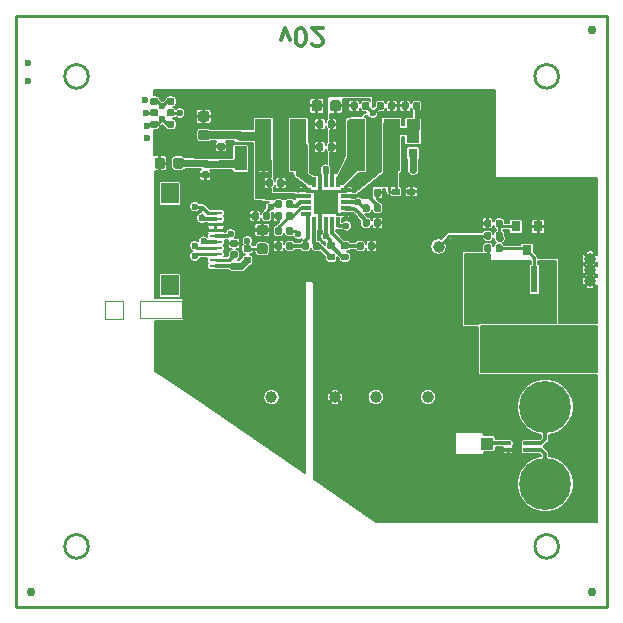
<source format=gbr>
%TF.GenerationSoftware,KiCad,Pcbnew,(5.0.1-3-g963ef8bb5)*%
%TF.CreationDate,2020-03-04T19:54:40-08:00*%
%TF.ProjectId,SolarCell+Y,536F6C617243656C6C2B592E6B696361,rev?*%
%TF.SameCoordinates,Original*%
%TF.FileFunction,Copper,L6,Bot,Signal*%
%TF.FilePolarity,Positive*%
%FSLAX46Y46*%
G04 Gerber Fmt 4.6, Leading zero omitted, Abs format (unit mm)*
G04 Created by KiCad (PCBNEW (5.0.1-3-g963ef8bb5)) date Wednesday, March 04, 2020 at 07:54:40 PM*
%MOMM*%
%LPD*%
G01*
G04 APERTURE LIST*
%ADD10C,0.050000*%
%ADD11C,0.300000*%
%ADD12C,0.250000*%
%ADD13C,0.750000*%
%ADD14C,1.000000*%
%ADD15C,1.016000*%
%ADD16R,1.500000X1.700000*%
%ADD17R,1.100000X0.250000*%
%ADD18R,0.500000X0.300000*%
%ADD19R,1.050000X1.050000*%
%ADD20R,2.250000X1.050000*%
%ADD21R,0.609600X2.209800*%
%ADD22C,0.100000*%
%ADD23C,0.590000*%
%ADD24R,0.800000X0.900000*%
%ADD25R,0.800000X0.800000*%
%ADD26R,1.100000X2.000000*%
%ADD27C,4.400000*%
%ADD28C,0.875000*%
%ADD29R,0.700000X0.500000*%
%ADD30R,2.150000X2.150000*%
%ADD31R,0.300000X0.900000*%
%ADD32R,0.900000X0.300000*%
%ADD33R,1.435100X4.394200*%
%ADD34C,0.600000*%
%ADD35C,0.800000*%
%ADD36C,0.609600*%
%ADD37C,0.228600*%
%ADD38C,0.248920*%
%ADD39C,0.203200*%
%ADD40C,0.299720*%
%ADD41C,0.254000*%
%ADD42C,0.240000*%
%ADD43C,0.480000*%
%ADD44C,0.635000*%
%ADD45C,0.381000*%
%ADD46C,0.160000*%
%ADD47C,0.508000*%
%ADD48C,0.762000*%
%ADD49C,0.320000*%
%ADD50C,0.127000*%
G04 APERTURE END LIST*
D10*
X160500000Y-65600000D02*
X160500000Y-64100000D01*
X164000000Y-65600000D02*
X160500000Y-65600000D01*
X164000000Y-64100000D02*
X164000000Y-65600000D01*
X160500000Y-64100000D02*
X164000000Y-64100000D01*
X159000000Y-64100000D02*
X157500000Y-64100000D01*
X159000000Y-65650000D02*
X159000000Y-64100000D01*
X157500000Y-65650000D02*
X159000000Y-65650000D01*
X157500000Y-64100000D02*
X157500000Y-65650000D01*
D11*
X172432885Y-42028228D02*
X172790028Y-41028228D01*
X173147171Y-42028228D01*
X174004314Y-42528228D02*
X174147171Y-42528228D01*
X174290028Y-42456800D01*
X174361457Y-42385371D01*
X174432885Y-42242514D01*
X174504314Y-41956800D01*
X174504314Y-41599657D01*
X174432885Y-41313942D01*
X174361457Y-41171085D01*
X174290028Y-41099657D01*
X174147171Y-41028228D01*
X174004314Y-41028228D01*
X173861457Y-41099657D01*
X173790028Y-41171085D01*
X173718600Y-41313942D01*
X173647171Y-41599657D01*
X173647171Y-41956800D01*
X173718600Y-42242514D01*
X173790028Y-42385371D01*
X173861457Y-42456800D01*
X174004314Y-42528228D01*
X175075742Y-42385371D02*
X175147171Y-42456800D01*
X175290028Y-42528228D01*
X175647171Y-42528228D01*
X175790028Y-42456800D01*
X175861457Y-42385371D01*
X175932885Y-42242514D01*
X175932885Y-42099657D01*
X175861457Y-41885371D01*
X175004314Y-41028228D01*
X175932885Y-41028228D01*
D12*
X200000000Y-40000000D02*
X150000000Y-40000000D01*
X150000000Y-90000000D02*
X200000000Y-90000000D01*
X150000000Y-40000000D02*
X150000000Y-90000000D01*
X195900000Y-45100000D02*
G75*
G03X195900000Y-45100000I-1000000J0D01*
G01*
X156100000Y-84900000D02*
G75*
G03X156100000Y-84900000I-1000000J0D01*
G01*
X156100000Y-45100000D02*
G75*
G03X156100000Y-45100000I-1000000J0D01*
G01*
X195900000Y-84900000D02*
G75*
G03X195900000Y-84900000I-1000000J0D01*
G01*
X200000000Y-90000000D02*
X200000000Y-40000000D01*
D13*
X198755000Y-41148000D03*
X151257000Y-88773000D03*
X198755000Y-88773000D03*
D14*
X185750200Y-59512200D03*
X184835800Y-72263000D03*
X176987200Y-72263000D03*
X171602400Y-72263000D03*
X180424666Y-72263000D03*
D15*
X198566000Y-69330000D03*
X198566000Y-60530000D03*
X198566000Y-68380000D03*
X198566000Y-67430000D03*
X198566000Y-61480000D03*
X198566000Y-62430000D03*
D16*
X162993240Y-54997520D03*
X162993240Y-62797520D03*
D17*
X166893240Y-56647520D03*
X166893240Y-57147520D03*
X166893240Y-57647520D03*
X166893240Y-58147520D03*
X166893240Y-58647520D03*
X166893240Y-59147520D03*
X166893240Y-59647520D03*
X166893240Y-60147520D03*
X166893240Y-60647520D03*
X166893240Y-61147520D03*
D18*
X191655000Y-76729000D03*
X193155000Y-76729000D03*
X193155000Y-76179000D03*
X191655000Y-76179000D03*
D19*
X189866000Y-76200000D03*
D20*
X188341000Y-77675000D03*
X188341000Y-74725000D03*
D21*
X190057000Y-67522200D03*
X191327000Y-67522200D03*
X192597000Y-67522200D03*
X193867000Y-67522200D03*
X193867000Y-62289800D03*
X192597000Y-62289800D03*
X191327000Y-62289800D03*
X190057000Y-62289800D03*
D22*
G36*
X190064958Y-59330710D02*
X190079276Y-59332834D01*
X190093317Y-59336351D01*
X190106946Y-59341228D01*
X190120031Y-59347417D01*
X190132447Y-59354858D01*
X190144073Y-59363481D01*
X190154798Y-59373202D01*
X190164519Y-59383927D01*
X190173142Y-59395553D01*
X190180583Y-59407969D01*
X190186772Y-59421054D01*
X190191649Y-59434683D01*
X190195166Y-59448724D01*
X190197290Y-59463042D01*
X190198000Y-59477500D01*
X190198000Y-59822500D01*
X190197290Y-59836958D01*
X190195166Y-59851276D01*
X190191649Y-59865317D01*
X190186772Y-59878946D01*
X190180583Y-59892031D01*
X190173142Y-59904447D01*
X190164519Y-59916073D01*
X190154798Y-59926798D01*
X190144073Y-59936519D01*
X190132447Y-59945142D01*
X190120031Y-59952583D01*
X190106946Y-59958772D01*
X190093317Y-59963649D01*
X190079276Y-59967166D01*
X190064958Y-59969290D01*
X190050500Y-59970000D01*
X189755500Y-59970000D01*
X189741042Y-59969290D01*
X189726724Y-59967166D01*
X189712683Y-59963649D01*
X189699054Y-59958772D01*
X189685969Y-59952583D01*
X189673553Y-59945142D01*
X189661927Y-59936519D01*
X189651202Y-59926798D01*
X189641481Y-59916073D01*
X189632858Y-59904447D01*
X189625417Y-59892031D01*
X189619228Y-59878946D01*
X189614351Y-59865317D01*
X189610834Y-59851276D01*
X189608710Y-59836958D01*
X189608000Y-59822500D01*
X189608000Y-59477500D01*
X189608710Y-59463042D01*
X189610834Y-59448724D01*
X189614351Y-59434683D01*
X189619228Y-59421054D01*
X189625417Y-59407969D01*
X189632858Y-59395553D01*
X189641481Y-59383927D01*
X189651202Y-59373202D01*
X189661927Y-59363481D01*
X189673553Y-59354858D01*
X189685969Y-59347417D01*
X189699054Y-59341228D01*
X189712683Y-59336351D01*
X189726724Y-59332834D01*
X189741042Y-59330710D01*
X189755500Y-59330000D01*
X190050500Y-59330000D01*
X190064958Y-59330710D01*
X190064958Y-59330710D01*
G37*
D23*
X189903000Y-59650000D03*
D22*
G36*
X191034958Y-59330710D02*
X191049276Y-59332834D01*
X191063317Y-59336351D01*
X191076946Y-59341228D01*
X191090031Y-59347417D01*
X191102447Y-59354858D01*
X191114073Y-59363481D01*
X191124798Y-59373202D01*
X191134519Y-59383927D01*
X191143142Y-59395553D01*
X191150583Y-59407969D01*
X191156772Y-59421054D01*
X191161649Y-59434683D01*
X191165166Y-59448724D01*
X191167290Y-59463042D01*
X191168000Y-59477500D01*
X191168000Y-59822500D01*
X191167290Y-59836958D01*
X191165166Y-59851276D01*
X191161649Y-59865317D01*
X191156772Y-59878946D01*
X191150583Y-59892031D01*
X191143142Y-59904447D01*
X191134519Y-59916073D01*
X191124798Y-59926798D01*
X191114073Y-59936519D01*
X191102447Y-59945142D01*
X191090031Y-59952583D01*
X191076946Y-59958772D01*
X191063317Y-59963649D01*
X191049276Y-59967166D01*
X191034958Y-59969290D01*
X191020500Y-59970000D01*
X190725500Y-59970000D01*
X190711042Y-59969290D01*
X190696724Y-59967166D01*
X190682683Y-59963649D01*
X190669054Y-59958772D01*
X190655969Y-59952583D01*
X190643553Y-59945142D01*
X190631927Y-59936519D01*
X190621202Y-59926798D01*
X190611481Y-59916073D01*
X190602858Y-59904447D01*
X190595417Y-59892031D01*
X190589228Y-59878946D01*
X190584351Y-59865317D01*
X190580834Y-59851276D01*
X190578710Y-59836958D01*
X190578000Y-59822500D01*
X190578000Y-59477500D01*
X190578710Y-59463042D01*
X190580834Y-59448724D01*
X190584351Y-59434683D01*
X190589228Y-59421054D01*
X190595417Y-59407969D01*
X190602858Y-59395553D01*
X190611481Y-59383927D01*
X190621202Y-59373202D01*
X190631927Y-59363481D01*
X190643553Y-59354858D01*
X190655969Y-59347417D01*
X190669054Y-59341228D01*
X190682683Y-59336351D01*
X190696724Y-59332834D01*
X190711042Y-59330710D01*
X190725500Y-59330000D01*
X191020500Y-59330000D01*
X191034958Y-59330710D01*
X191034958Y-59330710D01*
G37*
D23*
X190873000Y-59650000D03*
D22*
G36*
X190064958Y-58274710D02*
X190079276Y-58276834D01*
X190093317Y-58280351D01*
X190106946Y-58285228D01*
X190120031Y-58291417D01*
X190132447Y-58298858D01*
X190144073Y-58307481D01*
X190154798Y-58317202D01*
X190164519Y-58327927D01*
X190173142Y-58339553D01*
X190180583Y-58351969D01*
X190186772Y-58365054D01*
X190191649Y-58378683D01*
X190195166Y-58392724D01*
X190197290Y-58407042D01*
X190198000Y-58421500D01*
X190198000Y-58766500D01*
X190197290Y-58780958D01*
X190195166Y-58795276D01*
X190191649Y-58809317D01*
X190186772Y-58822946D01*
X190180583Y-58836031D01*
X190173142Y-58848447D01*
X190164519Y-58860073D01*
X190154798Y-58870798D01*
X190144073Y-58880519D01*
X190132447Y-58889142D01*
X190120031Y-58896583D01*
X190106946Y-58902772D01*
X190093317Y-58907649D01*
X190079276Y-58911166D01*
X190064958Y-58913290D01*
X190050500Y-58914000D01*
X189755500Y-58914000D01*
X189741042Y-58913290D01*
X189726724Y-58911166D01*
X189712683Y-58907649D01*
X189699054Y-58902772D01*
X189685969Y-58896583D01*
X189673553Y-58889142D01*
X189661927Y-58880519D01*
X189651202Y-58870798D01*
X189641481Y-58860073D01*
X189632858Y-58848447D01*
X189625417Y-58836031D01*
X189619228Y-58822946D01*
X189614351Y-58809317D01*
X189610834Y-58795276D01*
X189608710Y-58780958D01*
X189608000Y-58766500D01*
X189608000Y-58421500D01*
X189608710Y-58407042D01*
X189610834Y-58392724D01*
X189614351Y-58378683D01*
X189619228Y-58365054D01*
X189625417Y-58351969D01*
X189632858Y-58339553D01*
X189641481Y-58327927D01*
X189651202Y-58317202D01*
X189661927Y-58307481D01*
X189673553Y-58298858D01*
X189685969Y-58291417D01*
X189699054Y-58285228D01*
X189712683Y-58280351D01*
X189726724Y-58276834D01*
X189741042Y-58274710D01*
X189755500Y-58274000D01*
X190050500Y-58274000D01*
X190064958Y-58274710D01*
X190064958Y-58274710D01*
G37*
D23*
X189903000Y-58594000D03*
D22*
G36*
X191034958Y-58274710D02*
X191049276Y-58276834D01*
X191063317Y-58280351D01*
X191076946Y-58285228D01*
X191090031Y-58291417D01*
X191102447Y-58298858D01*
X191114073Y-58307481D01*
X191124798Y-58317202D01*
X191134519Y-58327927D01*
X191143142Y-58339553D01*
X191150583Y-58351969D01*
X191156772Y-58365054D01*
X191161649Y-58378683D01*
X191165166Y-58392724D01*
X191167290Y-58407042D01*
X191168000Y-58421500D01*
X191168000Y-58766500D01*
X191167290Y-58780958D01*
X191165166Y-58795276D01*
X191161649Y-58809317D01*
X191156772Y-58822946D01*
X191150583Y-58836031D01*
X191143142Y-58848447D01*
X191134519Y-58860073D01*
X191124798Y-58870798D01*
X191114073Y-58880519D01*
X191102447Y-58889142D01*
X191090031Y-58896583D01*
X191076946Y-58902772D01*
X191063317Y-58907649D01*
X191049276Y-58911166D01*
X191034958Y-58913290D01*
X191020500Y-58914000D01*
X190725500Y-58914000D01*
X190711042Y-58913290D01*
X190696724Y-58911166D01*
X190682683Y-58907649D01*
X190669054Y-58902772D01*
X190655969Y-58896583D01*
X190643553Y-58889142D01*
X190631927Y-58880519D01*
X190621202Y-58870798D01*
X190611481Y-58860073D01*
X190602858Y-58848447D01*
X190595417Y-58836031D01*
X190589228Y-58822946D01*
X190584351Y-58809317D01*
X190580834Y-58795276D01*
X190578710Y-58780958D01*
X190578000Y-58766500D01*
X190578000Y-58421500D01*
X190578710Y-58407042D01*
X190580834Y-58392724D01*
X190584351Y-58378683D01*
X190589228Y-58365054D01*
X190595417Y-58351969D01*
X190602858Y-58339553D01*
X190611481Y-58327927D01*
X190621202Y-58317202D01*
X190631927Y-58307481D01*
X190643553Y-58298858D01*
X190655969Y-58291417D01*
X190669054Y-58285228D01*
X190682683Y-58280351D01*
X190696724Y-58276834D01*
X190711042Y-58274710D01*
X190725500Y-58274000D01*
X191020500Y-58274000D01*
X191034958Y-58274710D01*
X191034958Y-58274710D01*
G37*
D23*
X190873000Y-58594000D03*
D22*
G36*
X190076958Y-57230710D02*
X190091276Y-57232834D01*
X190105317Y-57236351D01*
X190118946Y-57241228D01*
X190132031Y-57247417D01*
X190144447Y-57254858D01*
X190156073Y-57263481D01*
X190166798Y-57273202D01*
X190176519Y-57283927D01*
X190185142Y-57295553D01*
X190192583Y-57307969D01*
X190198772Y-57321054D01*
X190203649Y-57334683D01*
X190207166Y-57348724D01*
X190209290Y-57363042D01*
X190210000Y-57377500D01*
X190210000Y-57722500D01*
X190209290Y-57736958D01*
X190207166Y-57751276D01*
X190203649Y-57765317D01*
X190198772Y-57778946D01*
X190192583Y-57792031D01*
X190185142Y-57804447D01*
X190176519Y-57816073D01*
X190166798Y-57826798D01*
X190156073Y-57836519D01*
X190144447Y-57845142D01*
X190132031Y-57852583D01*
X190118946Y-57858772D01*
X190105317Y-57863649D01*
X190091276Y-57867166D01*
X190076958Y-57869290D01*
X190062500Y-57870000D01*
X189767500Y-57870000D01*
X189753042Y-57869290D01*
X189738724Y-57867166D01*
X189724683Y-57863649D01*
X189711054Y-57858772D01*
X189697969Y-57852583D01*
X189685553Y-57845142D01*
X189673927Y-57836519D01*
X189663202Y-57826798D01*
X189653481Y-57816073D01*
X189644858Y-57804447D01*
X189637417Y-57792031D01*
X189631228Y-57778946D01*
X189626351Y-57765317D01*
X189622834Y-57751276D01*
X189620710Y-57736958D01*
X189620000Y-57722500D01*
X189620000Y-57377500D01*
X189620710Y-57363042D01*
X189622834Y-57348724D01*
X189626351Y-57334683D01*
X189631228Y-57321054D01*
X189637417Y-57307969D01*
X189644858Y-57295553D01*
X189653481Y-57283927D01*
X189663202Y-57273202D01*
X189673927Y-57263481D01*
X189685553Y-57254858D01*
X189697969Y-57247417D01*
X189711054Y-57241228D01*
X189724683Y-57236351D01*
X189738724Y-57232834D01*
X189753042Y-57230710D01*
X189767500Y-57230000D01*
X190062500Y-57230000D01*
X190076958Y-57230710D01*
X190076958Y-57230710D01*
G37*
D23*
X189915000Y-57550000D03*
D22*
G36*
X191046958Y-57230710D02*
X191061276Y-57232834D01*
X191075317Y-57236351D01*
X191088946Y-57241228D01*
X191102031Y-57247417D01*
X191114447Y-57254858D01*
X191126073Y-57263481D01*
X191136798Y-57273202D01*
X191146519Y-57283927D01*
X191155142Y-57295553D01*
X191162583Y-57307969D01*
X191168772Y-57321054D01*
X191173649Y-57334683D01*
X191177166Y-57348724D01*
X191179290Y-57363042D01*
X191180000Y-57377500D01*
X191180000Y-57722500D01*
X191179290Y-57736958D01*
X191177166Y-57751276D01*
X191173649Y-57765317D01*
X191168772Y-57778946D01*
X191162583Y-57792031D01*
X191155142Y-57804447D01*
X191146519Y-57816073D01*
X191136798Y-57826798D01*
X191126073Y-57836519D01*
X191114447Y-57845142D01*
X191102031Y-57852583D01*
X191088946Y-57858772D01*
X191075317Y-57863649D01*
X191061276Y-57867166D01*
X191046958Y-57869290D01*
X191032500Y-57870000D01*
X190737500Y-57870000D01*
X190723042Y-57869290D01*
X190708724Y-57867166D01*
X190694683Y-57863649D01*
X190681054Y-57858772D01*
X190667969Y-57852583D01*
X190655553Y-57845142D01*
X190643927Y-57836519D01*
X190633202Y-57826798D01*
X190623481Y-57816073D01*
X190614858Y-57804447D01*
X190607417Y-57792031D01*
X190601228Y-57778946D01*
X190596351Y-57765317D01*
X190592834Y-57751276D01*
X190590710Y-57736958D01*
X190590000Y-57722500D01*
X190590000Y-57377500D01*
X190590710Y-57363042D01*
X190592834Y-57348724D01*
X190596351Y-57334683D01*
X190601228Y-57321054D01*
X190607417Y-57307969D01*
X190614858Y-57295553D01*
X190623481Y-57283927D01*
X190633202Y-57273202D01*
X190643927Y-57263481D01*
X190655553Y-57254858D01*
X190667969Y-57247417D01*
X190681054Y-57241228D01*
X190694683Y-57236351D01*
X190708724Y-57232834D01*
X190723042Y-57230710D01*
X190737500Y-57230000D01*
X191032500Y-57230000D01*
X191046958Y-57230710D01*
X191046958Y-57230710D01*
G37*
D23*
X190885000Y-57550000D03*
D22*
G36*
X168614358Y-58936110D02*
X168628676Y-58938234D01*
X168642717Y-58941751D01*
X168656346Y-58946628D01*
X168669431Y-58952817D01*
X168681847Y-58960258D01*
X168693473Y-58968881D01*
X168704198Y-58978602D01*
X168713919Y-58989327D01*
X168722542Y-59000953D01*
X168729983Y-59013369D01*
X168736172Y-59026454D01*
X168741049Y-59040083D01*
X168744566Y-59054124D01*
X168746690Y-59068442D01*
X168747400Y-59082900D01*
X168747400Y-59377900D01*
X168746690Y-59392358D01*
X168744566Y-59406676D01*
X168741049Y-59420717D01*
X168736172Y-59434346D01*
X168729983Y-59447431D01*
X168722542Y-59459847D01*
X168713919Y-59471473D01*
X168704198Y-59482198D01*
X168693473Y-59491919D01*
X168681847Y-59500542D01*
X168669431Y-59507983D01*
X168656346Y-59514172D01*
X168642717Y-59519049D01*
X168628676Y-59522566D01*
X168614358Y-59524690D01*
X168599900Y-59525400D01*
X168254900Y-59525400D01*
X168240442Y-59524690D01*
X168226124Y-59522566D01*
X168212083Y-59519049D01*
X168198454Y-59514172D01*
X168185369Y-59507983D01*
X168172953Y-59500542D01*
X168161327Y-59491919D01*
X168150602Y-59482198D01*
X168140881Y-59471473D01*
X168132258Y-59459847D01*
X168124817Y-59447431D01*
X168118628Y-59434346D01*
X168113751Y-59420717D01*
X168110234Y-59406676D01*
X168108110Y-59392358D01*
X168107400Y-59377900D01*
X168107400Y-59082900D01*
X168108110Y-59068442D01*
X168110234Y-59054124D01*
X168113751Y-59040083D01*
X168118628Y-59026454D01*
X168124817Y-59013369D01*
X168132258Y-59000953D01*
X168140881Y-58989327D01*
X168150602Y-58978602D01*
X168161327Y-58968881D01*
X168172953Y-58960258D01*
X168185369Y-58952817D01*
X168198454Y-58946628D01*
X168212083Y-58941751D01*
X168226124Y-58938234D01*
X168240442Y-58936110D01*
X168254900Y-58935400D01*
X168599900Y-58935400D01*
X168614358Y-58936110D01*
X168614358Y-58936110D01*
G37*
D23*
X168427400Y-59230400D03*
D22*
G36*
X168614358Y-59906110D02*
X168628676Y-59908234D01*
X168642717Y-59911751D01*
X168656346Y-59916628D01*
X168669431Y-59922817D01*
X168681847Y-59930258D01*
X168693473Y-59938881D01*
X168704198Y-59948602D01*
X168713919Y-59959327D01*
X168722542Y-59970953D01*
X168729983Y-59983369D01*
X168736172Y-59996454D01*
X168741049Y-60010083D01*
X168744566Y-60024124D01*
X168746690Y-60038442D01*
X168747400Y-60052900D01*
X168747400Y-60347900D01*
X168746690Y-60362358D01*
X168744566Y-60376676D01*
X168741049Y-60390717D01*
X168736172Y-60404346D01*
X168729983Y-60417431D01*
X168722542Y-60429847D01*
X168713919Y-60441473D01*
X168704198Y-60452198D01*
X168693473Y-60461919D01*
X168681847Y-60470542D01*
X168669431Y-60477983D01*
X168656346Y-60484172D01*
X168642717Y-60489049D01*
X168628676Y-60492566D01*
X168614358Y-60494690D01*
X168599900Y-60495400D01*
X168254900Y-60495400D01*
X168240442Y-60494690D01*
X168226124Y-60492566D01*
X168212083Y-60489049D01*
X168198454Y-60484172D01*
X168185369Y-60477983D01*
X168172953Y-60470542D01*
X168161327Y-60461919D01*
X168150602Y-60452198D01*
X168140881Y-60441473D01*
X168132258Y-60429847D01*
X168124817Y-60417431D01*
X168118628Y-60404346D01*
X168113751Y-60390717D01*
X168110234Y-60376676D01*
X168108110Y-60362358D01*
X168107400Y-60347900D01*
X168107400Y-60052900D01*
X168108110Y-60038442D01*
X168110234Y-60024124D01*
X168113751Y-60010083D01*
X168118628Y-59996454D01*
X168124817Y-59983369D01*
X168132258Y-59970953D01*
X168140881Y-59959327D01*
X168150602Y-59948602D01*
X168161327Y-59938881D01*
X168172953Y-59930258D01*
X168185369Y-59922817D01*
X168198454Y-59916628D01*
X168212083Y-59911751D01*
X168226124Y-59908234D01*
X168240442Y-59906110D01*
X168254900Y-59905400D01*
X168599900Y-59905400D01*
X168614358Y-59906110D01*
X168614358Y-59906110D01*
G37*
D23*
X168427400Y-60200400D03*
D24*
X193232000Y-59810000D03*
X194182000Y-57810000D03*
X192282000Y-57810000D03*
D25*
X183591200Y-51618200D03*
D26*
X183591200Y-49718200D03*
D27*
X194800000Y-73100000D03*
X194800000Y-79600000D03*
D22*
G36*
X166175958Y-53149710D02*
X166190276Y-53151834D01*
X166204317Y-53155351D01*
X166217946Y-53160228D01*
X166231031Y-53166417D01*
X166243447Y-53173858D01*
X166255073Y-53182481D01*
X166265798Y-53192202D01*
X166275519Y-53202927D01*
X166284142Y-53214553D01*
X166291583Y-53226969D01*
X166297772Y-53240054D01*
X166302649Y-53253683D01*
X166306166Y-53267724D01*
X166308290Y-53282042D01*
X166309000Y-53296500D01*
X166309000Y-53591500D01*
X166308290Y-53605958D01*
X166306166Y-53620276D01*
X166302649Y-53634317D01*
X166297772Y-53647946D01*
X166291583Y-53661031D01*
X166284142Y-53673447D01*
X166275519Y-53685073D01*
X166265798Y-53695798D01*
X166255073Y-53705519D01*
X166243447Y-53714142D01*
X166231031Y-53721583D01*
X166217946Y-53727772D01*
X166204317Y-53732649D01*
X166190276Y-53736166D01*
X166175958Y-53738290D01*
X166161500Y-53739000D01*
X165816500Y-53739000D01*
X165802042Y-53738290D01*
X165787724Y-53736166D01*
X165773683Y-53732649D01*
X165760054Y-53727772D01*
X165746969Y-53721583D01*
X165734553Y-53714142D01*
X165722927Y-53705519D01*
X165712202Y-53695798D01*
X165702481Y-53685073D01*
X165693858Y-53673447D01*
X165686417Y-53661031D01*
X165680228Y-53647946D01*
X165675351Y-53634317D01*
X165671834Y-53620276D01*
X165669710Y-53605958D01*
X165669000Y-53591500D01*
X165669000Y-53296500D01*
X165669710Y-53282042D01*
X165671834Y-53267724D01*
X165675351Y-53253683D01*
X165680228Y-53240054D01*
X165686417Y-53226969D01*
X165693858Y-53214553D01*
X165702481Y-53202927D01*
X165712202Y-53192202D01*
X165722927Y-53182481D01*
X165734553Y-53173858D01*
X165746969Y-53166417D01*
X165760054Y-53160228D01*
X165773683Y-53155351D01*
X165787724Y-53151834D01*
X165802042Y-53149710D01*
X165816500Y-53149000D01*
X166161500Y-53149000D01*
X166175958Y-53149710D01*
X166175958Y-53149710D01*
G37*
D23*
X165989000Y-53444000D03*
D22*
G36*
X166175958Y-52179710D02*
X166190276Y-52181834D01*
X166204317Y-52185351D01*
X166217946Y-52190228D01*
X166231031Y-52196417D01*
X166243447Y-52203858D01*
X166255073Y-52212481D01*
X166265798Y-52222202D01*
X166275519Y-52232927D01*
X166284142Y-52244553D01*
X166291583Y-52256969D01*
X166297772Y-52270054D01*
X166302649Y-52283683D01*
X166306166Y-52297724D01*
X166308290Y-52312042D01*
X166309000Y-52326500D01*
X166309000Y-52621500D01*
X166308290Y-52635958D01*
X166306166Y-52650276D01*
X166302649Y-52664317D01*
X166297772Y-52677946D01*
X166291583Y-52691031D01*
X166284142Y-52703447D01*
X166275519Y-52715073D01*
X166265798Y-52725798D01*
X166255073Y-52735519D01*
X166243447Y-52744142D01*
X166231031Y-52751583D01*
X166217946Y-52757772D01*
X166204317Y-52762649D01*
X166190276Y-52766166D01*
X166175958Y-52768290D01*
X166161500Y-52769000D01*
X165816500Y-52769000D01*
X165802042Y-52768290D01*
X165787724Y-52766166D01*
X165773683Y-52762649D01*
X165760054Y-52757772D01*
X165746969Y-52751583D01*
X165734553Y-52744142D01*
X165722927Y-52735519D01*
X165712202Y-52725798D01*
X165702481Y-52715073D01*
X165693858Y-52703447D01*
X165686417Y-52691031D01*
X165680228Y-52677946D01*
X165675351Y-52664317D01*
X165671834Y-52650276D01*
X165669710Y-52635958D01*
X165669000Y-52621500D01*
X165669000Y-52326500D01*
X165669710Y-52312042D01*
X165671834Y-52297724D01*
X165675351Y-52283683D01*
X165680228Y-52270054D01*
X165686417Y-52256969D01*
X165693858Y-52244553D01*
X165702481Y-52232927D01*
X165712202Y-52222202D01*
X165722927Y-52212481D01*
X165734553Y-52203858D01*
X165746969Y-52196417D01*
X165760054Y-52190228D01*
X165773683Y-52185351D01*
X165787724Y-52181834D01*
X165802042Y-52179710D01*
X165816500Y-52179000D01*
X166161500Y-52179000D01*
X166175958Y-52179710D01*
X166175958Y-52179710D01*
G37*
D23*
X165989000Y-52474000D03*
D22*
G36*
X171107931Y-57668493D02*
X171129166Y-57671643D01*
X171149990Y-57676859D01*
X171170202Y-57684091D01*
X171189608Y-57693270D01*
X171208021Y-57704306D01*
X171225264Y-57717094D01*
X171241170Y-57731510D01*
X171255586Y-57747416D01*
X171268374Y-57764659D01*
X171279410Y-57783072D01*
X171288589Y-57802478D01*
X171295821Y-57822690D01*
X171301037Y-57843514D01*
X171304187Y-57864749D01*
X171305240Y-57886190D01*
X171305240Y-58323690D01*
X171304187Y-58345131D01*
X171301037Y-58366366D01*
X171295821Y-58387190D01*
X171288589Y-58407402D01*
X171279410Y-58426808D01*
X171268374Y-58445221D01*
X171255586Y-58462464D01*
X171241170Y-58478370D01*
X171225264Y-58492786D01*
X171208021Y-58505574D01*
X171189608Y-58516610D01*
X171170202Y-58525789D01*
X171149990Y-58533021D01*
X171129166Y-58538237D01*
X171107931Y-58541387D01*
X171086490Y-58542440D01*
X170573990Y-58542440D01*
X170552549Y-58541387D01*
X170531314Y-58538237D01*
X170510490Y-58533021D01*
X170490278Y-58525789D01*
X170470872Y-58516610D01*
X170452459Y-58505574D01*
X170435216Y-58492786D01*
X170419310Y-58478370D01*
X170404894Y-58462464D01*
X170392106Y-58445221D01*
X170381070Y-58426808D01*
X170371891Y-58407402D01*
X170364659Y-58387190D01*
X170359443Y-58366366D01*
X170356293Y-58345131D01*
X170355240Y-58323690D01*
X170355240Y-57886190D01*
X170356293Y-57864749D01*
X170359443Y-57843514D01*
X170364659Y-57822690D01*
X170371891Y-57802478D01*
X170381070Y-57783072D01*
X170392106Y-57764659D01*
X170404894Y-57747416D01*
X170419310Y-57731510D01*
X170435216Y-57717094D01*
X170452459Y-57704306D01*
X170470872Y-57693270D01*
X170490278Y-57684091D01*
X170510490Y-57676859D01*
X170531314Y-57671643D01*
X170552549Y-57668493D01*
X170573990Y-57667440D01*
X171086490Y-57667440D01*
X171107931Y-57668493D01*
X171107931Y-57668493D01*
G37*
D28*
X170830240Y-58104940D03*
D22*
G36*
X171107931Y-59243493D02*
X171129166Y-59246643D01*
X171149990Y-59251859D01*
X171170202Y-59259091D01*
X171189608Y-59268270D01*
X171208021Y-59279306D01*
X171225264Y-59292094D01*
X171241170Y-59306510D01*
X171255586Y-59322416D01*
X171268374Y-59339659D01*
X171279410Y-59358072D01*
X171288589Y-59377478D01*
X171295821Y-59397690D01*
X171301037Y-59418514D01*
X171304187Y-59439749D01*
X171305240Y-59461190D01*
X171305240Y-59898690D01*
X171304187Y-59920131D01*
X171301037Y-59941366D01*
X171295821Y-59962190D01*
X171288589Y-59982402D01*
X171279410Y-60001808D01*
X171268374Y-60020221D01*
X171255586Y-60037464D01*
X171241170Y-60053370D01*
X171225264Y-60067786D01*
X171208021Y-60080574D01*
X171189608Y-60091610D01*
X171170202Y-60100789D01*
X171149990Y-60108021D01*
X171129166Y-60113237D01*
X171107931Y-60116387D01*
X171086490Y-60117440D01*
X170573990Y-60117440D01*
X170552549Y-60116387D01*
X170531314Y-60113237D01*
X170510490Y-60108021D01*
X170490278Y-60100789D01*
X170470872Y-60091610D01*
X170452459Y-60080574D01*
X170435216Y-60067786D01*
X170419310Y-60053370D01*
X170404894Y-60037464D01*
X170392106Y-60020221D01*
X170381070Y-60001808D01*
X170371891Y-59982402D01*
X170364659Y-59962190D01*
X170359443Y-59941366D01*
X170356293Y-59920131D01*
X170355240Y-59898690D01*
X170355240Y-59461190D01*
X170356293Y-59439749D01*
X170359443Y-59418514D01*
X170364659Y-59397690D01*
X170371891Y-59377478D01*
X170381070Y-59358072D01*
X170392106Y-59339659D01*
X170404894Y-59322416D01*
X170419310Y-59306510D01*
X170435216Y-59292094D01*
X170452459Y-59279306D01*
X170470872Y-59268270D01*
X170490278Y-59259091D01*
X170510490Y-59251859D01*
X170531314Y-59246643D01*
X170552549Y-59243493D01*
X170573990Y-59242440D01*
X171086490Y-59242440D01*
X171107931Y-59243493D01*
X171107931Y-59243493D01*
G37*
D28*
X170830240Y-59679940D03*
D22*
G36*
X175861538Y-48830494D02*
X175875856Y-48832618D01*
X175889897Y-48836135D01*
X175903526Y-48841012D01*
X175916611Y-48847201D01*
X175929027Y-48854642D01*
X175940653Y-48863265D01*
X175951378Y-48872986D01*
X175961099Y-48883711D01*
X175969722Y-48895337D01*
X175977163Y-48907753D01*
X175983352Y-48920838D01*
X175988229Y-48934467D01*
X175991746Y-48948508D01*
X175993870Y-48962826D01*
X175994580Y-48977284D01*
X175994580Y-49322284D01*
X175993870Y-49336742D01*
X175991746Y-49351060D01*
X175988229Y-49365101D01*
X175983352Y-49378730D01*
X175977163Y-49391815D01*
X175969722Y-49404231D01*
X175961099Y-49415857D01*
X175951378Y-49426582D01*
X175940653Y-49436303D01*
X175929027Y-49444926D01*
X175916611Y-49452367D01*
X175903526Y-49458556D01*
X175889897Y-49463433D01*
X175875856Y-49466950D01*
X175861538Y-49469074D01*
X175847080Y-49469784D01*
X175552080Y-49469784D01*
X175537622Y-49469074D01*
X175523304Y-49466950D01*
X175509263Y-49463433D01*
X175495634Y-49458556D01*
X175482549Y-49452367D01*
X175470133Y-49444926D01*
X175458507Y-49436303D01*
X175447782Y-49426582D01*
X175438061Y-49415857D01*
X175429438Y-49404231D01*
X175421997Y-49391815D01*
X175415808Y-49378730D01*
X175410931Y-49365101D01*
X175407414Y-49351060D01*
X175405290Y-49336742D01*
X175404580Y-49322284D01*
X175404580Y-48977284D01*
X175405290Y-48962826D01*
X175407414Y-48948508D01*
X175410931Y-48934467D01*
X175415808Y-48920838D01*
X175421997Y-48907753D01*
X175429438Y-48895337D01*
X175438061Y-48883711D01*
X175447782Y-48872986D01*
X175458507Y-48863265D01*
X175470133Y-48854642D01*
X175482549Y-48847201D01*
X175495634Y-48841012D01*
X175509263Y-48836135D01*
X175523304Y-48832618D01*
X175537622Y-48830494D01*
X175552080Y-48829784D01*
X175847080Y-48829784D01*
X175861538Y-48830494D01*
X175861538Y-48830494D01*
G37*
D23*
X175699580Y-49149784D03*
D22*
G36*
X176831538Y-48830494D02*
X176845856Y-48832618D01*
X176859897Y-48836135D01*
X176873526Y-48841012D01*
X176886611Y-48847201D01*
X176899027Y-48854642D01*
X176910653Y-48863265D01*
X176921378Y-48872986D01*
X176931099Y-48883711D01*
X176939722Y-48895337D01*
X176947163Y-48907753D01*
X176953352Y-48920838D01*
X176958229Y-48934467D01*
X176961746Y-48948508D01*
X176963870Y-48962826D01*
X176964580Y-48977284D01*
X176964580Y-49322284D01*
X176963870Y-49336742D01*
X176961746Y-49351060D01*
X176958229Y-49365101D01*
X176953352Y-49378730D01*
X176947163Y-49391815D01*
X176939722Y-49404231D01*
X176931099Y-49415857D01*
X176921378Y-49426582D01*
X176910653Y-49436303D01*
X176899027Y-49444926D01*
X176886611Y-49452367D01*
X176873526Y-49458556D01*
X176859897Y-49463433D01*
X176845856Y-49466950D01*
X176831538Y-49469074D01*
X176817080Y-49469784D01*
X176522080Y-49469784D01*
X176507622Y-49469074D01*
X176493304Y-49466950D01*
X176479263Y-49463433D01*
X176465634Y-49458556D01*
X176452549Y-49452367D01*
X176440133Y-49444926D01*
X176428507Y-49436303D01*
X176417782Y-49426582D01*
X176408061Y-49415857D01*
X176399438Y-49404231D01*
X176391997Y-49391815D01*
X176385808Y-49378730D01*
X176380931Y-49365101D01*
X176377414Y-49351060D01*
X176375290Y-49336742D01*
X176374580Y-49322284D01*
X176374580Y-48977284D01*
X176375290Y-48962826D01*
X176377414Y-48948508D01*
X176380931Y-48934467D01*
X176385808Y-48920838D01*
X176391997Y-48907753D01*
X176399438Y-48895337D01*
X176408061Y-48883711D01*
X176417782Y-48872986D01*
X176428507Y-48863265D01*
X176440133Y-48854642D01*
X176452549Y-48847201D01*
X176465634Y-48841012D01*
X176479263Y-48836135D01*
X176493304Y-48832618D01*
X176507622Y-48830494D01*
X176522080Y-48829784D01*
X176817080Y-48829784D01*
X176831538Y-48830494D01*
X176831538Y-48830494D01*
G37*
D23*
X176669580Y-49149784D03*
D22*
G36*
X162393691Y-51977053D02*
X162414926Y-51980203D01*
X162435750Y-51985419D01*
X162455962Y-51992651D01*
X162475368Y-52001830D01*
X162493781Y-52012866D01*
X162511024Y-52025654D01*
X162526930Y-52040070D01*
X162541346Y-52055976D01*
X162554134Y-52073219D01*
X162565170Y-52091632D01*
X162574349Y-52111038D01*
X162581581Y-52131250D01*
X162586797Y-52152074D01*
X162589947Y-52173309D01*
X162591000Y-52194750D01*
X162591000Y-52707250D01*
X162589947Y-52728691D01*
X162586797Y-52749926D01*
X162581581Y-52770750D01*
X162574349Y-52790962D01*
X162565170Y-52810368D01*
X162554134Y-52828781D01*
X162541346Y-52846024D01*
X162526930Y-52861930D01*
X162511024Y-52876346D01*
X162493781Y-52889134D01*
X162475368Y-52900170D01*
X162455962Y-52909349D01*
X162435750Y-52916581D01*
X162414926Y-52921797D01*
X162393691Y-52924947D01*
X162372250Y-52926000D01*
X161934750Y-52926000D01*
X161913309Y-52924947D01*
X161892074Y-52921797D01*
X161871250Y-52916581D01*
X161851038Y-52909349D01*
X161831632Y-52900170D01*
X161813219Y-52889134D01*
X161795976Y-52876346D01*
X161780070Y-52861930D01*
X161765654Y-52846024D01*
X161752866Y-52828781D01*
X161741830Y-52810368D01*
X161732651Y-52790962D01*
X161725419Y-52770750D01*
X161720203Y-52749926D01*
X161717053Y-52728691D01*
X161716000Y-52707250D01*
X161716000Y-52194750D01*
X161717053Y-52173309D01*
X161720203Y-52152074D01*
X161725419Y-52131250D01*
X161732651Y-52111038D01*
X161741830Y-52091632D01*
X161752866Y-52073219D01*
X161765654Y-52055976D01*
X161780070Y-52040070D01*
X161795976Y-52025654D01*
X161813219Y-52012866D01*
X161831632Y-52001830D01*
X161851038Y-51992651D01*
X161871250Y-51985419D01*
X161892074Y-51980203D01*
X161913309Y-51977053D01*
X161934750Y-51976000D01*
X162372250Y-51976000D01*
X162393691Y-51977053D01*
X162393691Y-51977053D01*
G37*
D28*
X162153500Y-52451000D03*
D22*
G36*
X163968691Y-51977053D02*
X163989926Y-51980203D01*
X164010750Y-51985419D01*
X164030962Y-51992651D01*
X164050368Y-52001830D01*
X164068781Y-52012866D01*
X164086024Y-52025654D01*
X164101930Y-52040070D01*
X164116346Y-52055976D01*
X164129134Y-52073219D01*
X164140170Y-52091632D01*
X164149349Y-52111038D01*
X164156581Y-52131250D01*
X164161797Y-52152074D01*
X164164947Y-52173309D01*
X164166000Y-52194750D01*
X164166000Y-52707250D01*
X164164947Y-52728691D01*
X164161797Y-52749926D01*
X164156581Y-52770750D01*
X164149349Y-52790962D01*
X164140170Y-52810368D01*
X164129134Y-52828781D01*
X164116346Y-52846024D01*
X164101930Y-52861930D01*
X164086024Y-52876346D01*
X164068781Y-52889134D01*
X164050368Y-52900170D01*
X164030962Y-52909349D01*
X164010750Y-52916581D01*
X163989926Y-52921797D01*
X163968691Y-52924947D01*
X163947250Y-52926000D01*
X163509750Y-52926000D01*
X163488309Y-52924947D01*
X163467074Y-52921797D01*
X163446250Y-52916581D01*
X163426038Y-52909349D01*
X163406632Y-52900170D01*
X163388219Y-52889134D01*
X163370976Y-52876346D01*
X163355070Y-52861930D01*
X163340654Y-52846024D01*
X163327866Y-52828781D01*
X163316830Y-52810368D01*
X163307651Y-52790962D01*
X163300419Y-52770750D01*
X163295203Y-52749926D01*
X163292053Y-52728691D01*
X163291000Y-52707250D01*
X163291000Y-52194750D01*
X163292053Y-52173309D01*
X163295203Y-52152074D01*
X163300419Y-52131250D01*
X163307651Y-52111038D01*
X163316830Y-52091632D01*
X163327866Y-52073219D01*
X163340654Y-52055976D01*
X163355070Y-52040070D01*
X163370976Y-52025654D01*
X163388219Y-52012866D01*
X163406632Y-52001830D01*
X163426038Y-51992651D01*
X163446250Y-51985419D01*
X163467074Y-51980203D01*
X163488309Y-51977053D01*
X163509750Y-51976000D01*
X163947250Y-51976000D01*
X163968691Y-51977053D01*
X163968691Y-51977053D01*
G37*
D28*
X163728500Y-52451000D03*
D29*
X182153000Y-54864000D03*
X183453000Y-54864000D03*
D30*
X176204580Y-55753784D03*
D31*
X177204580Y-54053784D03*
X176704580Y-54053784D03*
X176204580Y-54053784D03*
X175704580Y-54053784D03*
X175204580Y-54053784D03*
D32*
X174504580Y-54753784D03*
X174504580Y-55253784D03*
X174504580Y-55753784D03*
X174504580Y-56253784D03*
X174504580Y-56753784D03*
D31*
X175204580Y-57453784D03*
X175704580Y-57453784D03*
X176204580Y-57453784D03*
X176704580Y-57453784D03*
X177204580Y-57453784D03*
D32*
X177904580Y-56753784D03*
X177904580Y-56253784D03*
X177904580Y-55753784D03*
X177904580Y-55253784D03*
X177904580Y-54753784D03*
D25*
X168988740Y-50149440D03*
D26*
X168988740Y-52049440D03*
D22*
G36*
X179270198Y-59144650D02*
X179284516Y-59146774D01*
X179298557Y-59150291D01*
X179312186Y-59155168D01*
X179325271Y-59161357D01*
X179337687Y-59168798D01*
X179349313Y-59177421D01*
X179360038Y-59187142D01*
X179369759Y-59197867D01*
X179378382Y-59209493D01*
X179385823Y-59221909D01*
X179392012Y-59234994D01*
X179396889Y-59248623D01*
X179400406Y-59262664D01*
X179402530Y-59276982D01*
X179403240Y-59291440D01*
X179403240Y-59636440D01*
X179402530Y-59650898D01*
X179400406Y-59665216D01*
X179396889Y-59679257D01*
X179392012Y-59692886D01*
X179385823Y-59705971D01*
X179378382Y-59718387D01*
X179369759Y-59730013D01*
X179360038Y-59740738D01*
X179349313Y-59750459D01*
X179337687Y-59759082D01*
X179325271Y-59766523D01*
X179312186Y-59772712D01*
X179298557Y-59777589D01*
X179284516Y-59781106D01*
X179270198Y-59783230D01*
X179255740Y-59783940D01*
X178960740Y-59783940D01*
X178946282Y-59783230D01*
X178931964Y-59781106D01*
X178917923Y-59777589D01*
X178904294Y-59772712D01*
X178891209Y-59766523D01*
X178878793Y-59759082D01*
X178867167Y-59750459D01*
X178856442Y-59740738D01*
X178846721Y-59730013D01*
X178838098Y-59718387D01*
X178830657Y-59705971D01*
X178824468Y-59692886D01*
X178819591Y-59679257D01*
X178816074Y-59665216D01*
X178813950Y-59650898D01*
X178813240Y-59636440D01*
X178813240Y-59291440D01*
X178813950Y-59276982D01*
X178816074Y-59262664D01*
X178819591Y-59248623D01*
X178824468Y-59234994D01*
X178830657Y-59221909D01*
X178838098Y-59209493D01*
X178846721Y-59197867D01*
X178856442Y-59187142D01*
X178867167Y-59177421D01*
X178878793Y-59168798D01*
X178891209Y-59161357D01*
X178904294Y-59155168D01*
X178917923Y-59150291D01*
X178931964Y-59146774D01*
X178946282Y-59144650D01*
X178960740Y-59143940D01*
X179255740Y-59143940D01*
X179270198Y-59144650D01*
X179270198Y-59144650D01*
G37*
D23*
X179108240Y-59463940D03*
D22*
G36*
X180240198Y-59144650D02*
X180254516Y-59146774D01*
X180268557Y-59150291D01*
X180282186Y-59155168D01*
X180295271Y-59161357D01*
X180307687Y-59168798D01*
X180319313Y-59177421D01*
X180330038Y-59187142D01*
X180339759Y-59197867D01*
X180348382Y-59209493D01*
X180355823Y-59221909D01*
X180362012Y-59234994D01*
X180366889Y-59248623D01*
X180370406Y-59262664D01*
X180372530Y-59276982D01*
X180373240Y-59291440D01*
X180373240Y-59636440D01*
X180372530Y-59650898D01*
X180370406Y-59665216D01*
X180366889Y-59679257D01*
X180362012Y-59692886D01*
X180355823Y-59705971D01*
X180348382Y-59718387D01*
X180339759Y-59730013D01*
X180330038Y-59740738D01*
X180319313Y-59750459D01*
X180307687Y-59759082D01*
X180295271Y-59766523D01*
X180282186Y-59772712D01*
X180268557Y-59777589D01*
X180254516Y-59781106D01*
X180240198Y-59783230D01*
X180225740Y-59783940D01*
X179930740Y-59783940D01*
X179916282Y-59783230D01*
X179901964Y-59781106D01*
X179887923Y-59777589D01*
X179874294Y-59772712D01*
X179861209Y-59766523D01*
X179848793Y-59759082D01*
X179837167Y-59750459D01*
X179826442Y-59740738D01*
X179816721Y-59730013D01*
X179808098Y-59718387D01*
X179800657Y-59705971D01*
X179794468Y-59692886D01*
X179789591Y-59679257D01*
X179786074Y-59665216D01*
X179783950Y-59650898D01*
X179783240Y-59636440D01*
X179783240Y-59291440D01*
X179783950Y-59276982D01*
X179786074Y-59262664D01*
X179789591Y-59248623D01*
X179794468Y-59234994D01*
X179800657Y-59221909D01*
X179808098Y-59209493D01*
X179816721Y-59197867D01*
X179826442Y-59187142D01*
X179837167Y-59177421D01*
X179848793Y-59168798D01*
X179861209Y-59161357D01*
X179874294Y-59155168D01*
X179887923Y-59150291D01*
X179901964Y-59146774D01*
X179916282Y-59144650D01*
X179930740Y-59143940D01*
X180225740Y-59143940D01*
X180240198Y-59144650D01*
X180240198Y-59144650D01*
G37*
D23*
X180078240Y-59463940D03*
D22*
G36*
X178002198Y-60099150D02*
X178016516Y-60101274D01*
X178030557Y-60104791D01*
X178044186Y-60109668D01*
X178057271Y-60115857D01*
X178069687Y-60123298D01*
X178081313Y-60131921D01*
X178092038Y-60141642D01*
X178101759Y-60152367D01*
X178110382Y-60163993D01*
X178117823Y-60176409D01*
X178124012Y-60189494D01*
X178128889Y-60203123D01*
X178132406Y-60217164D01*
X178134530Y-60231482D01*
X178135240Y-60245940D01*
X178135240Y-60540940D01*
X178134530Y-60555398D01*
X178132406Y-60569716D01*
X178128889Y-60583757D01*
X178124012Y-60597386D01*
X178117823Y-60610471D01*
X178110382Y-60622887D01*
X178101759Y-60634513D01*
X178092038Y-60645238D01*
X178081313Y-60654959D01*
X178069687Y-60663582D01*
X178057271Y-60671023D01*
X178044186Y-60677212D01*
X178030557Y-60682089D01*
X178016516Y-60685606D01*
X178002198Y-60687730D01*
X177987740Y-60688440D01*
X177642740Y-60688440D01*
X177628282Y-60687730D01*
X177613964Y-60685606D01*
X177599923Y-60682089D01*
X177586294Y-60677212D01*
X177573209Y-60671023D01*
X177560793Y-60663582D01*
X177549167Y-60654959D01*
X177538442Y-60645238D01*
X177528721Y-60634513D01*
X177520098Y-60622887D01*
X177512657Y-60610471D01*
X177506468Y-60597386D01*
X177501591Y-60583757D01*
X177498074Y-60569716D01*
X177495950Y-60555398D01*
X177495240Y-60540940D01*
X177495240Y-60245940D01*
X177495950Y-60231482D01*
X177498074Y-60217164D01*
X177501591Y-60203123D01*
X177506468Y-60189494D01*
X177512657Y-60176409D01*
X177520098Y-60163993D01*
X177528721Y-60152367D01*
X177538442Y-60141642D01*
X177549167Y-60131921D01*
X177560793Y-60123298D01*
X177573209Y-60115857D01*
X177586294Y-60109668D01*
X177599923Y-60104791D01*
X177613964Y-60101274D01*
X177628282Y-60099150D01*
X177642740Y-60098440D01*
X177987740Y-60098440D01*
X178002198Y-60099150D01*
X178002198Y-60099150D01*
G37*
D23*
X177815240Y-60393440D03*
D22*
G36*
X178002198Y-59129150D02*
X178016516Y-59131274D01*
X178030557Y-59134791D01*
X178044186Y-59139668D01*
X178057271Y-59145857D01*
X178069687Y-59153298D01*
X178081313Y-59161921D01*
X178092038Y-59171642D01*
X178101759Y-59182367D01*
X178110382Y-59193993D01*
X178117823Y-59206409D01*
X178124012Y-59219494D01*
X178128889Y-59233123D01*
X178132406Y-59247164D01*
X178134530Y-59261482D01*
X178135240Y-59275940D01*
X178135240Y-59570940D01*
X178134530Y-59585398D01*
X178132406Y-59599716D01*
X178128889Y-59613757D01*
X178124012Y-59627386D01*
X178117823Y-59640471D01*
X178110382Y-59652887D01*
X178101759Y-59664513D01*
X178092038Y-59675238D01*
X178081313Y-59684959D01*
X178069687Y-59693582D01*
X178057271Y-59701023D01*
X178044186Y-59707212D01*
X178030557Y-59712089D01*
X178016516Y-59715606D01*
X178002198Y-59717730D01*
X177987740Y-59718440D01*
X177642740Y-59718440D01*
X177628282Y-59717730D01*
X177613964Y-59715606D01*
X177599923Y-59712089D01*
X177586294Y-59707212D01*
X177573209Y-59701023D01*
X177560793Y-59693582D01*
X177549167Y-59684959D01*
X177538442Y-59675238D01*
X177528721Y-59664513D01*
X177520098Y-59652887D01*
X177512657Y-59640471D01*
X177506468Y-59627386D01*
X177501591Y-59613757D01*
X177498074Y-59599716D01*
X177495950Y-59585398D01*
X177495240Y-59570940D01*
X177495240Y-59275940D01*
X177495950Y-59261482D01*
X177498074Y-59247164D01*
X177501591Y-59233123D01*
X177506468Y-59219494D01*
X177512657Y-59206409D01*
X177520098Y-59193993D01*
X177528721Y-59182367D01*
X177538442Y-59171642D01*
X177549167Y-59161921D01*
X177560793Y-59153298D01*
X177573209Y-59145857D01*
X177586294Y-59139668D01*
X177599923Y-59134791D01*
X177613964Y-59131274D01*
X177628282Y-59129150D01*
X177642740Y-59128440D01*
X177987740Y-59128440D01*
X178002198Y-59129150D01*
X178002198Y-59129150D01*
G37*
D23*
X177815240Y-59423440D03*
D22*
G36*
X179732198Y-47270150D02*
X179746516Y-47272274D01*
X179760557Y-47275791D01*
X179774186Y-47280668D01*
X179787271Y-47286857D01*
X179799687Y-47294298D01*
X179811313Y-47302921D01*
X179822038Y-47312642D01*
X179831759Y-47323367D01*
X179840382Y-47334993D01*
X179847823Y-47347409D01*
X179854012Y-47360494D01*
X179858889Y-47374123D01*
X179862406Y-47388164D01*
X179864530Y-47402482D01*
X179865240Y-47416940D01*
X179865240Y-47761940D01*
X179864530Y-47776398D01*
X179862406Y-47790716D01*
X179858889Y-47804757D01*
X179854012Y-47818386D01*
X179847823Y-47831471D01*
X179840382Y-47843887D01*
X179831759Y-47855513D01*
X179822038Y-47866238D01*
X179811313Y-47875959D01*
X179799687Y-47884582D01*
X179787271Y-47892023D01*
X179774186Y-47898212D01*
X179760557Y-47903089D01*
X179746516Y-47906606D01*
X179732198Y-47908730D01*
X179717740Y-47909440D01*
X179422740Y-47909440D01*
X179408282Y-47908730D01*
X179393964Y-47906606D01*
X179379923Y-47903089D01*
X179366294Y-47898212D01*
X179353209Y-47892023D01*
X179340793Y-47884582D01*
X179329167Y-47875959D01*
X179318442Y-47866238D01*
X179308721Y-47855513D01*
X179300098Y-47843887D01*
X179292657Y-47831471D01*
X179286468Y-47818386D01*
X179281591Y-47804757D01*
X179278074Y-47790716D01*
X179275950Y-47776398D01*
X179275240Y-47761940D01*
X179275240Y-47416940D01*
X179275950Y-47402482D01*
X179278074Y-47388164D01*
X179281591Y-47374123D01*
X179286468Y-47360494D01*
X179292657Y-47347409D01*
X179300098Y-47334993D01*
X179308721Y-47323367D01*
X179318442Y-47312642D01*
X179329167Y-47302921D01*
X179340793Y-47294298D01*
X179353209Y-47286857D01*
X179366294Y-47280668D01*
X179379923Y-47275791D01*
X179393964Y-47272274D01*
X179408282Y-47270150D01*
X179422740Y-47269440D01*
X179717740Y-47269440D01*
X179732198Y-47270150D01*
X179732198Y-47270150D01*
G37*
D23*
X179570240Y-47589440D03*
D22*
G36*
X178762198Y-47270150D02*
X178776516Y-47272274D01*
X178790557Y-47275791D01*
X178804186Y-47280668D01*
X178817271Y-47286857D01*
X178829687Y-47294298D01*
X178841313Y-47302921D01*
X178852038Y-47312642D01*
X178861759Y-47323367D01*
X178870382Y-47334993D01*
X178877823Y-47347409D01*
X178884012Y-47360494D01*
X178888889Y-47374123D01*
X178892406Y-47388164D01*
X178894530Y-47402482D01*
X178895240Y-47416940D01*
X178895240Y-47761940D01*
X178894530Y-47776398D01*
X178892406Y-47790716D01*
X178888889Y-47804757D01*
X178884012Y-47818386D01*
X178877823Y-47831471D01*
X178870382Y-47843887D01*
X178861759Y-47855513D01*
X178852038Y-47866238D01*
X178841313Y-47875959D01*
X178829687Y-47884582D01*
X178817271Y-47892023D01*
X178804186Y-47898212D01*
X178790557Y-47903089D01*
X178776516Y-47906606D01*
X178762198Y-47908730D01*
X178747740Y-47909440D01*
X178452740Y-47909440D01*
X178438282Y-47908730D01*
X178423964Y-47906606D01*
X178409923Y-47903089D01*
X178396294Y-47898212D01*
X178383209Y-47892023D01*
X178370793Y-47884582D01*
X178359167Y-47875959D01*
X178348442Y-47866238D01*
X178338721Y-47855513D01*
X178330098Y-47843887D01*
X178322657Y-47831471D01*
X178316468Y-47818386D01*
X178311591Y-47804757D01*
X178308074Y-47790716D01*
X178305950Y-47776398D01*
X178305240Y-47761940D01*
X178305240Y-47416940D01*
X178305950Y-47402482D01*
X178308074Y-47388164D01*
X178311591Y-47374123D01*
X178316468Y-47360494D01*
X178322657Y-47347409D01*
X178330098Y-47334993D01*
X178338721Y-47323367D01*
X178348442Y-47312642D01*
X178359167Y-47302921D01*
X178370793Y-47294298D01*
X178383209Y-47286857D01*
X178396294Y-47280668D01*
X178409923Y-47275791D01*
X178423964Y-47272274D01*
X178438282Y-47270150D01*
X178452740Y-47269440D01*
X178747740Y-47269440D01*
X178762198Y-47270150D01*
X178762198Y-47270150D01*
G37*
D23*
X178600240Y-47589440D03*
D22*
G36*
X175861538Y-50762650D02*
X175875856Y-50764774D01*
X175889897Y-50768291D01*
X175903526Y-50773168D01*
X175916611Y-50779357D01*
X175929027Y-50786798D01*
X175940653Y-50795421D01*
X175951378Y-50805142D01*
X175961099Y-50815867D01*
X175969722Y-50827493D01*
X175977163Y-50839909D01*
X175983352Y-50852994D01*
X175988229Y-50866623D01*
X175991746Y-50880664D01*
X175993870Y-50894982D01*
X175994580Y-50909440D01*
X175994580Y-51254440D01*
X175993870Y-51268898D01*
X175991746Y-51283216D01*
X175988229Y-51297257D01*
X175983352Y-51310886D01*
X175977163Y-51323971D01*
X175969722Y-51336387D01*
X175961099Y-51348013D01*
X175951378Y-51358738D01*
X175940653Y-51368459D01*
X175929027Y-51377082D01*
X175916611Y-51384523D01*
X175903526Y-51390712D01*
X175889897Y-51395589D01*
X175875856Y-51399106D01*
X175861538Y-51401230D01*
X175847080Y-51401940D01*
X175552080Y-51401940D01*
X175537622Y-51401230D01*
X175523304Y-51399106D01*
X175509263Y-51395589D01*
X175495634Y-51390712D01*
X175482549Y-51384523D01*
X175470133Y-51377082D01*
X175458507Y-51368459D01*
X175447782Y-51358738D01*
X175438061Y-51348013D01*
X175429438Y-51336387D01*
X175421997Y-51323971D01*
X175415808Y-51310886D01*
X175410931Y-51297257D01*
X175407414Y-51283216D01*
X175405290Y-51268898D01*
X175404580Y-51254440D01*
X175404580Y-50909440D01*
X175405290Y-50894982D01*
X175407414Y-50880664D01*
X175410931Y-50866623D01*
X175415808Y-50852994D01*
X175421997Y-50839909D01*
X175429438Y-50827493D01*
X175438061Y-50815867D01*
X175447782Y-50805142D01*
X175458507Y-50795421D01*
X175470133Y-50786798D01*
X175482549Y-50779357D01*
X175495634Y-50773168D01*
X175509263Y-50768291D01*
X175523304Y-50764774D01*
X175537622Y-50762650D01*
X175552080Y-50761940D01*
X175847080Y-50761940D01*
X175861538Y-50762650D01*
X175861538Y-50762650D01*
G37*
D23*
X175699580Y-51081940D03*
D22*
G36*
X176831538Y-50762650D02*
X176845856Y-50764774D01*
X176859897Y-50768291D01*
X176873526Y-50773168D01*
X176886611Y-50779357D01*
X176899027Y-50786798D01*
X176910653Y-50795421D01*
X176921378Y-50805142D01*
X176931099Y-50815867D01*
X176939722Y-50827493D01*
X176947163Y-50839909D01*
X176953352Y-50852994D01*
X176958229Y-50866623D01*
X176961746Y-50880664D01*
X176963870Y-50894982D01*
X176964580Y-50909440D01*
X176964580Y-51254440D01*
X176963870Y-51268898D01*
X176961746Y-51283216D01*
X176958229Y-51297257D01*
X176953352Y-51310886D01*
X176947163Y-51323971D01*
X176939722Y-51336387D01*
X176931099Y-51348013D01*
X176921378Y-51358738D01*
X176910653Y-51368459D01*
X176899027Y-51377082D01*
X176886611Y-51384523D01*
X176873526Y-51390712D01*
X176859897Y-51395589D01*
X176845856Y-51399106D01*
X176831538Y-51401230D01*
X176817080Y-51401940D01*
X176522080Y-51401940D01*
X176507622Y-51401230D01*
X176493304Y-51399106D01*
X176479263Y-51395589D01*
X176465634Y-51390712D01*
X176452549Y-51384523D01*
X176440133Y-51377082D01*
X176428507Y-51368459D01*
X176417782Y-51358738D01*
X176408061Y-51348013D01*
X176399438Y-51336387D01*
X176391997Y-51323971D01*
X176385808Y-51310886D01*
X176380931Y-51297257D01*
X176377414Y-51283216D01*
X176375290Y-51268898D01*
X176374580Y-51254440D01*
X176374580Y-50909440D01*
X176375290Y-50894982D01*
X176377414Y-50880664D01*
X176380931Y-50866623D01*
X176385808Y-50852994D01*
X176391997Y-50839909D01*
X176399438Y-50827493D01*
X176408061Y-50815867D01*
X176417782Y-50805142D01*
X176428507Y-50795421D01*
X176440133Y-50786798D01*
X176452549Y-50779357D01*
X176465634Y-50773168D01*
X176479263Y-50768291D01*
X176493304Y-50764774D01*
X176507622Y-50762650D01*
X176522080Y-50761940D01*
X176817080Y-50761940D01*
X176831538Y-50762650D01*
X176831538Y-50762650D01*
G37*
D23*
X176669580Y-51081940D03*
D22*
G36*
X166139691Y-48052053D02*
X166160926Y-48055203D01*
X166181750Y-48060419D01*
X166201962Y-48067651D01*
X166221368Y-48076830D01*
X166239781Y-48087866D01*
X166257024Y-48100654D01*
X166272930Y-48115070D01*
X166287346Y-48130976D01*
X166300134Y-48148219D01*
X166311170Y-48166632D01*
X166320349Y-48186038D01*
X166327581Y-48206250D01*
X166332797Y-48227074D01*
X166335947Y-48248309D01*
X166337000Y-48269750D01*
X166337000Y-48707250D01*
X166335947Y-48728691D01*
X166332797Y-48749926D01*
X166327581Y-48770750D01*
X166320349Y-48790962D01*
X166311170Y-48810368D01*
X166300134Y-48828781D01*
X166287346Y-48846024D01*
X166272930Y-48861930D01*
X166257024Y-48876346D01*
X166239781Y-48889134D01*
X166221368Y-48900170D01*
X166201962Y-48909349D01*
X166181750Y-48916581D01*
X166160926Y-48921797D01*
X166139691Y-48924947D01*
X166118250Y-48926000D01*
X165605750Y-48926000D01*
X165584309Y-48924947D01*
X165563074Y-48921797D01*
X165542250Y-48916581D01*
X165522038Y-48909349D01*
X165502632Y-48900170D01*
X165484219Y-48889134D01*
X165466976Y-48876346D01*
X165451070Y-48861930D01*
X165436654Y-48846024D01*
X165423866Y-48828781D01*
X165412830Y-48810368D01*
X165403651Y-48790962D01*
X165396419Y-48770750D01*
X165391203Y-48749926D01*
X165388053Y-48728691D01*
X165387000Y-48707250D01*
X165387000Y-48269750D01*
X165388053Y-48248309D01*
X165391203Y-48227074D01*
X165396419Y-48206250D01*
X165403651Y-48186038D01*
X165412830Y-48166632D01*
X165423866Y-48148219D01*
X165436654Y-48130976D01*
X165451070Y-48115070D01*
X165466976Y-48100654D01*
X165484219Y-48087866D01*
X165502632Y-48076830D01*
X165522038Y-48067651D01*
X165542250Y-48060419D01*
X165563074Y-48055203D01*
X165584309Y-48052053D01*
X165605750Y-48051000D01*
X166118250Y-48051000D01*
X166139691Y-48052053D01*
X166139691Y-48052053D01*
G37*
D28*
X165862000Y-48488500D03*
D22*
G36*
X166139691Y-49627053D02*
X166160926Y-49630203D01*
X166181750Y-49635419D01*
X166201962Y-49642651D01*
X166221368Y-49651830D01*
X166239781Y-49662866D01*
X166257024Y-49675654D01*
X166272930Y-49690070D01*
X166287346Y-49705976D01*
X166300134Y-49723219D01*
X166311170Y-49741632D01*
X166320349Y-49761038D01*
X166327581Y-49781250D01*
X166332797Y-49802074D01*
X166335947Y-49823309D01*
X166337000Y-49844750D01*
X166337000Y-50282250D01*
X166335947Y-50303691D01*
X166332797Y-50324926D01*
X166327581Y-50345750D01*
X166320349Y-50365962D01*
X166311170Y-50385368D01*
X166300134Y-50403781D01*
X166287346Y-50421024D01*
X166272930Y-50436930D01*
X166257024Y-50451346D01*
X166239781Y-50464134D01*
X166221368Y-50475170D01*
X166201962Y-50484349D01*
X166181750Y-50491581D01*
X166160926Y-50496797D01*
X166139691Y-50499947D01*
X166118250Y-50501000D01*
X165605750Y-50501000D01*
X165584309Y-50499947D01*
X165563074Y-50496797D01*
X165542250Y-50491581D01*
X165522038Y-50484349D01*
X165502632Y-50475170D01*
X165484219Y-50464134D01*
X165466976Y-50451346D01*
X165451070Y-50436930D01*
X165436654Y-50421024D01*
X165423866Y-50403781D01*
X165412830Y-50385368D01*
X165403651Y-50365962D01*
X165396419Y-50345750D01*
X165391203Y-50324926D01*
X165388053Y-50303691D01*
X165387000Y-50282250D01*
X165387000Y-49844750D01*
X165388053Y-49823309D01*
X165391203Y-49802074D01*
X165396419Y-49781250D01*
X165403651Y-49761038D01*
X165412830Y-49741632D01*
X165423866Y-49723219D01*
X165436654Y-49705976D01*
X165451070Y-49690070D01*
X165466976Y-49675654D01*
X165484219Y-49662866D01*
X165502632Y-49651830D01*
X165522038Y-49642651D01*
X165542250Y-49635419D01*
X165563074Y-49630203D01*
X165584309Y-49627053D01*
X165605750Y-49626000D01*
X166118250Y-49626000D01*
X166139691Y-49627053D01*
X166139691Y-49627053D01*
G37*
D28*
X165862000Y-50063500D03*
D22*
G36*
X176843958Y-59129150D02*
X176858276Y-59131274D01*
X176872317Y-59134791D01*
X176885946Y-59139668D01*
X176899031Y-59145857D01*
X176911447Y-59153298D01*
X176923073Y-59161921D01*
X176933798Y-59171642D01*
X176943519Y-59182367D01*
X176952142Y-59193993D01*
X176959583Y-59206409D01*
X176965772Y-59219494D01*
X176970649Y-59233123D01*
X176974166Y-59247164D01*
X176976290Y-59261482D01*
X176977000Y-59275940D01*
X176977000Y-59570940D01*
X176976290Y-59585398D01*
X176974166Y-59599716D01*
X176970649Y-59613757D01*
X176965772Y-59627386D01*
X176959583Y-59640471D01*
X176952142Y-59652887D01*
X176943519Y-59664513D01*
X176933798Y-59675238D01*
X176923073Y-59684959D01*
X176911447Y-59693582D01*
X176899031Y-59701023D01*
X176885946Y-59707212D01*
X176872317Y-59712089D01*
X176858276Y-59715606D01*
X176843958Y-59717730D01*
X176829500Y-59718440D01*
X176484500Y-59718440D01*
X176470042Y-59717730D01*
X176455724Y-59715606D01*
X176441683Y-59712089D01*
X176428054Y-59707212D01*
X176414969Y-59701023D01*
X176402553Y-59693582D01*
X176390927Y-59684959D01*
X176380202Y-59675238D01*
X176370481Y-59664513D01*
X176361858Y-59652887D01*
X176354417Y-59640471D01*
X176348228Y-59627386D01*
X176343351Y-59613757D01*
X176339834Y-59599716D01*
X176337710Y-59585398D01*
X176337000Y-59570940D01*
X176337000Y-59275940D01*
X176337710Y-59261482D01*
X176339834Y-59247164D01*
X176343351Y-59233123D01*
X176348228Y-59219494D01*
X176354417Y-59206409D01*
X176361858Y-59193993D01*
X176370481Y-59182367D01*
X176380202Y-59171642D01*
X176390927Y-59161921D01*
X176402553Y-59153298D01*
X176414969Y-59145857D01*
X176428054Y-59139668D01*
X176441683Y-59134791D01*
X176455724Y-59131274D01*
X176470042Y-59129150D01*
X176484500Y-59128440D01*
X176829500Y-59128440D01*
X176843958Y-59129150D01*
X176843958Y-59129150D01*
G37*
D23*
X176657000Y-59423440D03*
D22*
G36*
X176843958Y-60099150D02*
X176858276Y-60101274D01*
X176872317Y-60104791D01*
X176885946Y-60109668D01*
X176899031Y-60115857D01*
X176911447Y-60123298D01*
X176923073Y-60131921D01*
X176933798Y-60141642D01*
X176943519Y-60152367D01*
X176952142Y-60163993D01*
X176959583Y-60176409D01*
X176965772Y-60189494D01*
X176970649Y-60203123D01*
X176974166Y-60217164D01*
X176976290Y-60231482D01*
X176977000Y-60245940D01*
X176977000Y-60540940D01*
X176976290Y-60555398D01*
X176974166Y-60569716D01*
X176970649Y-60583757D01*
X176965772Y-60597386D01*
X176959583Y-60610471D01*
X176952142Y-60622887D01*
X176943519Y-60634513D01*
X176933798Y-60645238D01*
X176923073Y-60654959D01*
X176911447Y-60663582D01*
X176899031Y-60671023D01*
X176885946Y-60677212D01*
X176872317Y-60682089D01*
X176858276Y-60685606D01*
X176843958Y-60687730D01*
X176829500Y-60688440D01*
X176484500Y-60688440D01*
X176470042Y-60687730D01*
X176455724Y-60685606D01*
X176441683Y-60682089D01*
X176428054Y-60677212D01*
X176414969Y-60671023D01*
X176402553Y-60663582D01*
X176390927Y-60654959D01*
X176380202Y-60645238D01*
X176370481Y-60634513D01*
X176361858Y-60622887D01*
X176354417Y-60610471D01*
X176348228Y-60597386D01*
X176343351Y-60583757D01*
X176339834Y-60569716D01*
X176337710Y-60555398D01*
X176337000Y-60540940D01*
X176337000Y-60245940D01*
X176337710Y-60231482D01*
X176339834Y-60217164D01*
X176343351Y-60203123D01*
X176348228Y-60189494D01*
X176354417Y-60176409D01*
X176361858Y-60163993D01*
X176370481Y-60152367D01*
X176380202Y-60141642D01*
X176390927Y-60131921D01*
X176402553Y-60123298D01*
X176414969Y-60115857D01*
X176428054Y-60109668D01*
X176441683Y-60104791D01*
X176455724Y-60101274D01*
X176470042Y-60099150D01*
X176484500Y-60098440D01*
X176829500Y-60098440D01*
X176843958Y-60099150D01*
X176843958Y-60099150D01*
G37*
D23*
X176657000Y-60393440D03*
D22*
G36*
X173318698Y-56604650D02*
X173333016Y-56606774D01*
X173347057Y-56610291D01*
X173360686Y-56615168D01*
X173373771Y-56621357D01*
X173386187Y-56628798D01*
X173397813Y-56637421D01*
X173408538Y-56647142D01*
X173418259Y-56657867D01*
X173426882Y-56669493D01*
X173434323Y-56681909D01*
X173440512Y-56694994D01*
X173445389Y-56708623D01*
X173448906Y-56722664D01*
X173451030Y-56736982D01*
X173451740Y-56751440D01*
X173451740Y-57096440D01*
X173451030Y-57110898D01*
X173448906Y-57125216D01*
X173445389Y-57139257D01*
X173440512Y-57152886D01*
X173434323Y-57165971D01*
X173426882Y-57178387D01*
X173418259Y-57190013D01*
X173408538Y-57200738D01*
X173397813Y-57210459D01*
X173386187Y-57219082D01*
X173373771Y-57226523D01*
X173360686Y-57232712D01*
X173347057Y-57237589D01*
X173333016Y-57241106D01*
X173318698Y-57243230D01*
X173304240Y-57243940D01*
X173009240Y-57243940D01*
X172994782Y-57243230D01*
X172980464Y-57241106D01*
X172966423Y-57237589D01*
X172952794Y-57232712D01*
X172939709Y-57226523D01*
X172927293Y-57219082D01*
X172915667Y-57210459D01*
X172904942Y-57200738D01*
X172895221Y-57190013D01*
X172886598Y-57178387D01*
X172879157Y-57165971D01*
X172872968Y-57152886D01*
X172868091Y-57139257D01*
X172864574Y-57125216D01*
X172862450Y-57110898D01*
X172861740Y-57096440D01*
X172861740Y-56751440D01*
X172862450Y-56736982D01*
X172864574Y-56722664D01*
X172868091Y-56708623D01*
X172872968Y-56694994D01*
X172879157Y-56681909D01*
X172886598Y-56669493D01*
X172895221Y-56657867D01*
X172904942Y-56647142D01*
X172915667Y-56637421D01*
X172927293Y-56628798D01*
X172939709Y-56621357D01*
X172952794Y-56615168D01*
X172966423Y-56610291D01*
X172980464Y-56606774D01*
X172994782Y-56604650D01*
X173009240Y-56603940D01*
X173304240Y-56603940D01*
X173318698Y-56604650D01*
X173318698Y-56604650D01*
G37*
D23*
X173156740Y-56923940D03*
D22*
G36*
X172348698Y-56604650D02*
X172363016Y-56606774D01*
X172377057Y-56610291D01*
X172390686Y-56615168D01*
X172403771Y-56621357D01*
X172416187Y-56628798D01*
X172427813Y-56637421D01*
X172438538Y-56647142D01*
X172448259Y-56657867D01*
X172456882Y-56669493D01*
X172464323Y-56681909D01*
X172470512Y-56694994D01*
X172475389Y-56708623D01*
X172478906Y-56722664D01*
X172481030Y-56736982D01*
X172481740Y-56751440D01*
X172481740Y-57096440D01*
X172481030Y-57110898D01*
X172478906Y-57125216D01*
X172475389Y-57139257D01*
X172470512Y-57152886D01*
X172464323Y-57165971D01*
X172456882Y-57178387D01*
X172448259Y-57190013D01*
X172438538Y-57200738D01*
X172427813Y-57210459D01*
X172416187Y-57219082D01*
X172403771Y-57226523D01*
X172390686Y-57232712D01*
X172377057Y-57237589D01*
X172363016Y-57241106D01*
X172348698Y-57243230D01*
X172334240Y-57243940D01*
X172039240Y-57243940D01*
X172024782Y-57243230D01*
X172010464Y-57241106D01*
X171996423Y-57237589D01*
X171982794Y-57232712D01*
X171969709Y-57226523D01*
X171957293Y-57219082D01*
X171945667Y-57210459D01*
X171934942Y-57200738D01*
X171925221Y-57190013D01*
X171916598Y-57178387D01*
X171909157Y-57165971D01*
X171902968Y-57152886D01*
X171898091Y-57139257D01*
X171894574Y-57125216D01*
X171892450Y-57110898D01*
X171891740Y-57096440D01*
X171891740Y-56751440D01*
X171892450Y-56736982D01*
X171894574Y-56722664D01*
X171898091Y-56708623D01*
X171902968Y-56694994D01*
X171909157Y-56681909D01*
X171916598Y-56669493D01*
X171925221Y-56657867D01*
X171934942Y-56647142D01*
X171945667Y-56637421D01*
X171957293Y-56628798D01*
X171969709Y-56621357D01*
X171982794Y-56615168D01*
X171996423Y-56610291D01*
X172010464Y-56606774D01*
X172024782Y-56604650D01*
X172039240Y-56603940D01*
X172334240Y-56603940D01*
X172348698Y-56604650D01*
X172348698Y-56604650D01*
G37*
D23*
X172186740Y-56923940D03*
D22*
G36*
X173318698Y-59144650D02*
X173333016Y-59146774D01*
X173347057Y-59150291D01*
X173360686Y-59155168D01*
X173373771Y-59161357D01*
X173386187Y-59168798D01*
X173397813Y-59177421D01*
X173408538Y-59187142D01*
X173418259Y-59197867D01*
X173426882Y-59209493D01*
X173434323Y-59221909D01*
X173440512Y-59234994D01*
X173445389Y-59248623D01*
X173448906Y-59262664D01*
X173451030Y-59276982D01*
X173451740Y-59291440D01*
X173451740Y-59636440D01*
X173451030Y-59650898D01*
X173448906Y-59665216D01*
X173445389Y-59679257D01*
X173440512Y-59692886D01*
X173434323Y-59705971D01*
X173426882Y-59718387D01*
X173418259Y-59730013D01*
X173408538Y-59740738D01*
X173397813Y-59750459D01*
X173386187Y-59759082D01*
X173373771Y-59766523D01*
X173360686Y-59772712D01*
X173347057Y-59777589D01*
X173333016Y-59781106D01*
X173318698Y-59783230D01*
X173304240Y-59783940D01*
X173009240Y-59783940D01*
X172994782Y-59783230D01*
X172980464Y-59781106D01*
X172966423Y-59777589D01*
X172952794Y-59772712D01*
X172939709Y-59766523D01*
X172927293Y-59759082D01*
X172915667Y-59750459D01*
X172904942Y-59740738D01*
X172895221Y-59730013D01*
X172886598Y-59718387D01*
X172879157Y-59705971D01*
X172872968Y-59692886D01*
X172868091Y-59679257D01*
X172864574Y-59665216D01*
X172862450Y-59650898D01*
X172861740Y-59636440D01*
X172861740Y-59291440D01*
X172862450Y-59276982D01*
X172864574Y-59262664D01*
X172868091Y-59248623D01*
X172872968Y-59234994D01*
X172879157Y-59221909D01*
X172886598Y-59209493D01*
X172895221Y-59197867D01*
X172904942Y-59187142D01*
X172915667Y-59177421D01*
X172927293Y-59168798D01*
X172939709Y-59161357D01*
X172952794Y-59155168D01*
X172966423Y-59150291D01*
X172980464Y-59146774D01*
X172994782Y-59144650D01*
X173009240Y-59143940D01*
X173304240Y-59143940D01*
X173318698Y-59144650D01*
X173318698Y-59144650D01*
G37*
D23*
X173156740Y-59463940D03*
D22*
G36*
X172348698Y-59144650D02*
X172363016Y-59146774D01*
X172377057Y-59150291D01*
X172390686Y-59155168D01*
X172403771Y-59161357D01*
X172416187Y-59168798D01*
X172427813Y-59177421D01*
X172438538Y-59187142D01*
X172448259Y-59197867D01*
X172456882Y-59209493D01*
X172464323Y-59221909D01*
X172470512Y-59234994D01*
X172475389Y-59248623D01*
X172478906Y-59262664D01*
X172481030Y-59276982D01*
X172481740Y-59291440D01*
X172481740Y-59636440D01*
X172481030Y-59650898D01*
X172478906Y-59665216D01*
X172475389Y-59679257D01*
X172470512Y-59692886D01*
X172464323Y-59705971D01*
X172456882Y-59718387D01*
X172448259Y-59730013D01*
X172438538Y-59740738D01*
X172427813Y-59750459D01*
X172416187Y-59759082D01*
X172403771Y-59766523D01*
X172390686Y-59772712D01*
X172377057Y-59777589D01*
X172363016Y-59781106D01*
X172348698Y-59783230D01*
X172334240Y-59783940D01*
X172039240Y-59783940D01*
X172024782Y-59783230D01*
X172010464Y-59781106D01*
X171996423Y-59777589D01*
X171982794Y-59772712D01*
X171969709Y-59766523D01*
X171957293Y-59759082D01*
X171945667Y-59750459D01*
X171934942Y-59740738D01*
X171925221Y-59730013D01*
X171916598Y-59718387D01*
X171909157Y-59705971D01*
X171902968Y-59692886D01*
X171898091Y-59679257D01*
X171894574Y-59665216D01*
X171892450Y-59650898D01*
X171891740Y-59636440D01*
X171891740Y-59291440D01*
X171892450Y-59276982D01*
X171894574Y-59262664D01*
X171898091Y-59248623D01*
X171902968Y-59234994D01*
X171909157Y-59221909D01*
X171916598Y-59209493D01*
X171925221Y-59197867D01*
X171934942Y-59187142D01*
X171945667Y-59177421D01*
X171957293Y-59168798D01*
X171969709Y-59161357D01*
X171982794Y-59155168D01*
X171996423Y-59150291D01*
X172010464Y-59146774D01*
X172024782Y-59144650D01*
X172039240Y-59143940D01*
X172334240Y-59143940D01*
X172348698Y-59144650D01*
X172348698Y-59144650D01*
G37*
D23*
X172186740Y-59463940D03*
D22*
G36*
X173318698Y-57874650D02*
X173333016Y-57876774D01*
X173347057Y-57880291D01*
X173360686Y-57885168D01*
X173373771Y-57891357D01*
X173386187Y-57898798D01*
X173397813Y-57907421D01*
X173408538Y-57917142D01*
X173418259Y-57927867D01*
X173426882Y-57939493D01*
X173434323Y-57951909D01*
X173440512Y-57964994D01*
X173445389Y-57978623D01*
X173448906Y-57992664D01*
X173451030Y-58006982D01*
X173451740Y-58021440D01*
X173451740Y-58366440D01*
X173451030Y-58380898D01*
X173448906Y-58395216D01*
X173445389Y-58409257D01*
X173440512Y-58422886D01*
X173434323Y-58435971D01*
X173426882Y-58448387D01*
X173418259Y-58460013D01*
X173408538Y-58470738D01*
X173397813Y-58480459D01*
X173386187Y-58489082D01*
X173373771Y-58496523D01*
X173360686Y-58502712D01*
X173347057Y-58507589D01*
X173333016Y-58511106D01*
X173318698Y-58513230D01*
X173304240Y-58513940D01*
X173009240Y-58513940D01*
X172994782Y-58513230D01*
X172980464Y-58511106D01*
X172966423Y-58507589D01*
X172952794Y-58502712D01*
X172939709Y-58496523D01*
X172927293Y-58489082D01*
X172915667Y-58480459D01*
X172904942Y-58470738D01*
X172895221Y-58460013D01*
X172886598Y-58448387D01*
X172879157Y-58435971D01*
X172872968Y-58422886D01*
X172868091Y-58409257D01*
X172864574Y-58395216D01*
X172862450Y-58380898D01*
X172861740Y-58366440D01*
X172861740Y-58021440D01*
X172862450Y-58006982D01*
X172864574Y-57992664D01*
X172868091Y-57978623D01*
X172872968Y-57964994D01*
X172879157Y-57951909D01*
X172886598Y-57939493D01*
X172895221Y-57927867D01*
X172904942Y-57917142D01*
X172915667Y-57907421D01*
X172927293Y-57898798D01*
X172939709Y-57891357D01*
X172952794Y-57885168D01*
X172966423Y-57880291D01*
X172980464Y-57876774D01*
X172994782Y-57874650D01*
X173009240Y-57873940D01*
X173304240Y-57873940D01*
X173318698Y-57874650D01*
X173318698Y-57874650D01*
G37*
D23*
X173156740Y-58193940D03*
D22*
G36*
X172348698Y-57874650D02*
X172363016Y-57876774D01*
X172377057Y-57880291D01*
X172390686Y-57885168D01*
X172403771Y-57891357D01*
X172416187Y-57898798D01*
X172427813Y-57907421D01*
X172438538Y-57917142D01*
X172448259Y-57927867D01*
X172456882Y-57939493D01*
X172464323Y-57951909D01*
X172470512Y-57964994D01*
X172475389Y-57978623D01*
X172478906Y-57992664D01*
X172481030Y-58006982D01*
X172481740Y-58021440D01*
X172481740Y-58366440D01*
X172481030Y-58380898D01*
X172478906Y-58395216D01*
X172475389Y-58409257D01*
X172470512Y-58422886D01*
X172464323Y-58435971D01*
X172456882Y-58448387D01*
X172448259Y-58460013D01*
X172438538Y-58470738D01*
X172427813Y-58480459D01*
X172416187Y-58489082D01*
X172403771Y-58496523D01*
X172390686Y-58502712D01*
X172377057Y-58507589D01*
X172363016Y-58511106D01*
X172348698Y-58513230D01*
X172334240Y-58513940D01*
X172039240Y-58513940D01*
X172024782Y-58513230D01*
X172010464Y-58511106D01*
X171996423Y-58507589D01*
X171982794Y-58502712D01*
X171969709Y-58496523D01*
X171957293Y-58489082D01*
X171945667Y-58480459D01*
X171934942Y-58470738D01*
X171925221Y-58460013D01*
X171916598Y-58448387D01*
X171909157Y-58435971D01*
X171902968Y-58422886D01*
X171898091Y-58409257D01*
X171894574Y-58395216D01*
X171892450Y-58380898D01*
X171891740Y-58366440D01*
X171891740Y-58021440D01*
X171892450Y-58006982D01*
X171894574Y-57992664D01*
X171898091Y-57978623D01*
X171902968Y-57964994D01*
X171909157Y-57951909D01*
X171916598Y-57939493D01*
X171925221Y-57927867D01*
X171934942Y-57917142D01*
X171945667Y-57907421D01*
X171957293Y-57898798D01*
X171969709Y-57891357D01*
X171982794Y-57885168D01*
X171996423Y-57880291D01*
X172010464Y-57876774D01*
X172024782Y-57874650D01*
X172039240Y-57873940D01*
X172334240Y-57873940D01*
X172348698Y-57874650D01*
X172348698Y-57874650D01*
G37*
D23*
X172186740Y-58193940D03*
D22*
G36*
X175604698Y-59144650D02*
X175619016Y-59146774D01*
X175633057Y-59150291D01*
X175646686Y-59155168D01*
X175659771Y-59161357D01*
X175672187Y-59168798D01*
X175683813Y-59177421D01*
X175694538Y-59187142D01*
X175704259Y-59197867D01*
X175712882Y-59209493D01*
X175720323Y-59221909D01*
X175726512Y-59234994D01*
X175731389Y-59248623D01*
X175734906Y-59262664D01*
X175737030Y-59276982D01*
X175737740Y-59291440D01*
X175737740Y-59636440D01*
X175737030Y-59650898D01*
X175734906Y-59665216D01*
X175731389Y-59679257D01*
X175726512Y-59692886D01*
X175720323Y-59705971D01*
X175712882Y-59718387D01*
X175704259Y-59730013D01*
X175694538Y-59740738D01*
X175683813Y-59750459D01*
X175672187Y-59759082D01*
X175659771Y-59766523D01*
X175646686Y-59772712D01*
X175633057Y-59777589D01*
X175619016Y-59781106D01*
X175604698Y-59783230D01*
X175590240Y-59783940D01*
X175295240Y-59783940D01*
X175280782Y-59783230D01*
X175266464Y-59781106D01*
X175252423Y-59777589D01*
X175238794Y-59772712D01*
X175225709Y-59766523D01*
X175213293Y-59759082D01*
X175201667Y-59750459D01*
X175190942Y-59740738D01*
X175181221Y-59730013D01*
X175172598Y-59718387D01*
X175165157Y-59705971D01*
X175158968Y-59692886D01*
X175154091Y-59679257D01*
X175150574Y-59665216D01*
X175148450Y-59650898D01*
X175147740Y-59636440D01*
X175147740Y-59291440D01*
X175148450Y-59276982D01*
X175150574Y-59262664D01*
X175154091Y-59248623D01*
X175158968Y-59234994D01*
X175165157Y-59221909D01*
X175172598Y-59209493D01*
X175181221Y-59197867D01*
X175190942Y-59187142D01*
X175201667Y-59177421D01*
X175213293Y-59168798D01*
X175225709Y-59161357D01*
X175238794Y-59155168D01*
X175252423Y-59150291D01*
X175266464Y-59146774D01*
X175280782Y-59144650D01*
X175295240Y-59143940D01*
X175590240Y-59143940D01*
X175604698Y-59144650D01*
X175604698Y-59144650D01*
G37*
D23*
X175442740Y-59463940D03*
D22*
G36*
X174634698Y-59144650D02*
X174649016Y-59146774D01*
X174663057Y-59150291D01*
X174676686Y-59155168D01*
X174689771Y-59161357D01*
X174702187Y-59168798D01*
X174713813Y-59177421D01*
X174724538Y-59187142D01*
X174734259Y-59197867D01*
X174742882Y-59209493D01*
X174750323Y-59221909D01*
X174756512Y-59234994D01*
X174761389Y-59248623D01*
X174764906Y-59262664D01*
X174767030Y-59276982D01*
X174767740Y-59291440D01*
X174767740Y-59636440D01*
X174767030Y-59650898D01*
X174764906Y-59665216D01*
X174761389Y-59679257D01*
X174756512Y-59692886D01*
X174750323Y-59705971D01*
X174742882Y-59718387D01*
X174734259Y-59730013D01*
X174724538Y-59740738D01*
X174713813Y-59750459D01*
X174702187Y-59759082D01*
X174689771Y-59766523D01*
X174676686Y-59772712D01*
X174663057Y-59777589D01*
X174649016Y-59781106D01*
X174634698Y-59783230D01*
X174620240Y-59783940D01*
X174325240Y-59783940D01*
X174310782Y-59783230D01*
X174296464Y-59781106D01*
X174282423Y-59777589D01*
X174268794Y-59772712D01*
X174255709Y-59766523D01*
X174243293Y-59759082D01*
X174231667Y-59750459D01*
X174220942Y-59740738D01*
X174211221Y-59730013D01*
X174202598Y-59718387D01*
X174195157Y-59705971D01*
X174188968Y-59692886D01*
X174184091Y-59679257D01*
X174180574Y-59665216D01*
X174178450Y-59650898D01*
X174177740Y-59636440D01*
X174177740Y-59291440D01*
X174178450Y-59276982D01*
X174180574Y-59262664D01*
X174184091Y-59248623D01*
X174188968Y-59234994D01*
X174195157Y-59221909D01*
X174202598Y-59209493D01*
X174211221Y-59197867D01*
X174220942Y-59187142D01*
X174231667Y-59177421D01*
X174243293Y-59168798D01*
X174255709Y-59161357D01*
X174268794Y-59155168D01*
X174282423Y-59150291D01*
X174296464Y-59146774D01*
X174310782Y-59144650D01*
X174325240Y-59143940D01*
X174620240Y-59143940D01*
X174634698Y-59144650D01*
X174634698Y-59144650D01*
G37*
D23*
X174472740Y-59463940D03*
D22*
G36*
X180748198Y-55941710D02*
X180762516Y-55943834D01*
X180776557Y-55947351D01*
X180790186Y-55952228D01*
X180803271Y-55958417D01*
X180815687Y-55965858D01*
X180827313Y-55974481D01*
X180838038Y-55984202D01*
X180847759Y-55994927D01*
X180856382Y-56006553D01*
X180863823Y-56018969D01*
X180870012Y-56032054D01*
X180874889Y-56045683D01*
X180878406Y-56059724D01*
X180880530Y-56074042D01*
X180881240Y-56088500D01*
X180881240Y-56433500D01*
X180880530Y-56447958D01*
X180878406Y-56462276D01*
X180874889Y-56476317D01*
X180870012Y-56489946D01*
X180863823Y-56503031D01*
X180856382Y-56515447D01*
X180847759Y-56527073D01*
X180838038Y-56537798D01*
X180827313Y-56547519D01*
X180815687Y-56556142D01*
X180803271Y-56563583D01*
X180790186Y-56569772D01*
X180776557Y-56574649D01*
X180762516Y-56578166D01*
X180748198Y-56580290D01*
X180733740Y-56581000D01*
X180438740Y-56581000D01*
X180424282Y-56580290D01*
X180409964Y-56578166D01*
X180395923Y-56574649D01*
X180382294Y-56569772D01*
X180369209Y-56563583D01*
X180356793Y-56556142D01*
X180345167Y-56547519D01*
X180334442Y-56537798D01*
X180324721Y-56527073D01*
X180316098Y-56515447D01*
X180308657Y-56503031D01*
X180302468Y-56489946D01*
X180297591Y-56476317D01*
X180294074Y-56462276D01*
X180291950Y-56447958D01*
X180291240Y-56433500D01*
X180291240Y-56088500D01*
X180291950Y-56074042D01*
X180294074Y-56059724D01*
X180297591Y-56045683D01*
X180302468Y-56032054D01*
X180308657Y-56018969D01*
X180316098Y-56006553D01*
X180324721Y-55994927D01*
X180334442Y-55984202D01*
X180345167Y-55974481D01*
X180356793Y-55965858D01*
X180369209Y-55958417D01*
X180382294Y-55952228D01*
X180395923Y-55947351D01*
X180409964Y-55943834D01*
X180424282Y-55941710D01*
X180438740Y-55941000D01*
X180733740Y-55941000D01*
X180748198Y-55941710D01*
X180748198Y-55941710D01*
G37*
D23*
X180586240Y-56261000D03*
D22*
G36*
X179778198Y-55941710D02*
X179792516Y-55943834D01*
X179806557Y-55947351D01*
X179820186Y-55952228D01*
X179833271Y-55958417D01*
X179845687Y-55965858D01*
X179857313Y-55974481D01*
X179868038Y-55984202D01*
X179877759Y-55994927D01*
X179886382Y-56006553D01*
X179893823Y-56018969D01*
X179900012Y-56032054D01*
X179904889Y-56045683D01*
X179908406Y-56059724D01*
X179910530Y-56074042D01*
X179911240Y-56088500D01*
X179911240Y-56433500D01*
X179910530Y-56447958D01*
X179908406Y-56462276D01*
X179904889Y-56476317D01*
X179900012Y-56489946D01*
X179893823Y-56503031D01*
X179886382Y-56515447D01*
X179877759Y-56527073D01*
X179868038Y-56537798D01*
X179857313Y-56547519D01*
X179845687Y-56556142D01*
X179833271Y-56563583D01*
X179820186Y-56569772D01*
X179806557Y-56574649D01*
X179792516Y-56578166D01*
X179778198Y-56580290D01*
X179763740Y-56581000D01*
X179468740Y-56581000D01*
X179454282Y-56580290D01*
X179439964Y-56578166D01*
X179425923Y-56574649D01*
X179412294Y-56569772D01*
X179399209Y-56563583D01*
X179386793Y-56556142D01*
X179375167Y-56547519D01*
X179364442Y-56537798D01*
X179354721Y-56527073D01*
X179346098Y-56515447D01*
X179338657Y-56503031D01*
X179332468Y-56489946D01*
X179327591Y-56476317D01*
X179324074Y-56462276D01*
X179321950Y-56447958D01*
X179321240Y-56433500D01*
X179321240Y-56088500D01*
X179321950Y-56074042D01*
X179324074Y-56059724D01*
X179327591Y-56045683D01*
X179332468Y-56032054D01*
X179338657Y-56018969D01*
X179346098Y-56006553D01*
X179354721Y-55994927D01*
X179364442Y-55984202D01*
X179375167Y-55974481D01*
X179386793Y-55965858D01*
X179399209Y-55958417D01*
X179412294Y-55952228D01*
X179425923Y-55947351D01*
X179439964Y-55943834D01*
X179454282Y-55941710D01*
X179468740Y-55941000D01*
X179763740Y-55941000D01*
X179778198Y-55941710D01*
X179778198Y-55941710D01*
G37*
D23*
X179616240Y-56261000D03*
D22*
G36*
X180984698Y-47270150D02*
X180999016Y-47272274D01*
X181013057Y-47275791D01*
X181026686Y-47280668D01*
X181039771Y-47286857D01*
X181052187Y-47294298D01*
X181063813Y-47302921D01*
X181074538Y-47312642D01*
X181084259Y-47323367D01*
X181092882Y-47334993D01*
X181100323Y-47347409D01*
X181106512Y-47360494D01*
X181111389Y-47374123D01*
X181114906Y-47388164D01*
X181117030Y-47402482D01*
X181117740Y-47416940D01*
X181117740Y-47761940D01*
X181117030Y-47776398D01*
X181114906Y-47790716D01*
X181111389Y-47804757D01*
X181106512Y-47818386D01*
X181100323Y-47831471D01*
X181092882Y-47843887D01*
X181084259Y-47855513D01*
X181074538Y-47866238D01*
X181063813Y-47875959D01*
X181052187Y-47884582D01*
X181039771Y-47892023D01*
X181026686Y-47898212D01*
X181013057Y-47903089D01*
X180999016Y-47906606D01*
X180984698Y-47908730D01*
X180970240Y-47909440D01*
X180675240Y-47909440D01*
X180660782Y-47908730D01*
X180646464Y-47906606D01*
X180632423Y-47903089D01*
X180618794Y-47898212D01*
X180605709Y-47892023D01*
X180593293Y-47884582D01*
X180581667Y-47875959D01*
X180570942Y-47866238D01*
X180561221Y-47855513D01*
X180552598Y-47843887D01*
X180545157Y-47831471D01*
X180538968Y-47818386D01*
X180534091Y-47804757D01*
X180530574Y-47790716D01*
X180528450Y-47776398D01*
X180527740Y-47761940D01*
X180527740Y-47416940D01*
X180528450Y-47402482D01*
X180530574Y-47388164D01*
X180534091Y-47374123D01*
X180538968Y-47360494D01*
X180545157Y-47347409D01*
X180552598Y-47334993D01*
X180561221Y-47323367D01*
X180570942Y-47312642D01*
X180581667Y-47302921D01*
X180593293Y-47294298D01*
X180605709Y-47286857D01*
X180618794Y-47280668D01*
X180632423Y-47275791D01*
X180646464Y-47272274D01*
X180660782Y-47270150D01*
X180675240Y-47269440D01*
X180970240Y-47269440D01*
X180984698Y-47270150D01*
X180984698Y-47270150D01*
G37*
D23*
X180822740Y-47589440D03*
D22*
G36*
X181954698Y-47270150D02*
X181969016Y-47272274D01*
X181983057Y-47275791D01*
X181996686Y-47280668D01*
X182009771Y-47286857D01*
X182022187Y-47294298D01*
X182033813Y-47302921D01*
X182044538Y-47312642D01*
X182054259Y-47323367D01*
X182062882Y-47334993D01*
X182070323Y-47347409D01*
X182076512Y-47360494D01*
X182081389Y-47374123D01*
X182084906Y-47388164D01*
X182087030Y-47402482D01*
X182087740Y-47416940D01*
X182087740Y-47761940D01*
X182087030Y-47776398D01*
X182084906Y-47790716D01*
X182081389Y-47804757D01*
X182076512Y-47818386D01*
X182070323Y-47831471D01*
X182062882Y-47843887D01*
X182054259Y-47855513D01*
X182044538Y-47866238D01*
X182033813Y-47875959D01*
X182022187Y-47884582D01*
X182009771Y-47892023D01*
X181996686Y-47898212D01*
X181983057Y-47903089D01*
X181969016Y-47906606D01*
X181954698Y-47908730D01*
X181940240Y-47909440D01*
X181645240Y-47909440D01*
X181630782Y-47908730D01*
X181616464Y-47906606D01*
X181602423Y-47903089D01*
X181588794Y-47898212D01*
X181575709Y-47892023D01*
X181563293Y-47884582D01*
X181551667Y-47875959D01*
X181540942Y-47866238D01*
X181531221Y-47855513D01*
X181522598Y-47843887D01*
X181515157Y-47831471D01*
X181508968Y-47818386D01*
X181504091Y-47804757D01*
X181500574Y-47790716D01*
X181498450Y-47776398D01*
X181497740Y-47761940D01*
X181497740Y-47416940D01*
X181498450Y-47402482D01*
X181500574Y-47388164D01*
X181504091Y-47374123D01*
X181508968Y-47360494D01*
X181515157Y-47347409D01*
X181522598Y-47334993D01*
X181531221Y-47323367D01*
X181540942Y-47312642D01*
X181551667Y-47302921D01*
X181563293Y-47294298D01*
X181575709Y-47286857D01*
X181588794Y-47280668D01*
X181602423Y-47275791D01*
X181616464Y-47272274D01*
X181630782Y-47270150D01*
X181645240Y-47269440D01*
X181940240Y-47269440D01*
X181954698Y-47270150D01*
X181954698Y-47270150D01*
G37*
D23*
X181792740Y-47589440D03*
D22*
G36*
X169747198Y-59383150D02*
X169761516Y-59385274D01*
X169775557Y-59388791D01*
X169789186Y-59393668D01*
X169802271Y-59399857D01*
X169814687Y-59407298D01*
X169826313Y-59415921D01*
X169837038Y-59425642D01*
X169846759Y-59436367D01*
X169855382Y-59447993D01*
X169862823Y-59460409D01*
X169869012Y-59473494D01*
X169873889Y-59487123D01*
X169877406Y-59501164D01*
X169879530Y-59515482D01*
X169880240Y-59529940D01*
X169880240Y-59824940D01*
X169879530Y-59839398D01*
X169877406Y-59853716D01*
X169873889Y-59867757D01*
X169869012Y-59881386D01*
X169862823Y-59894471D01*
X169855382Y-59906887D01*
X169846759Y-59918513D01*
X169837038Y-59929238D01*
X169826313Y-59938959D01*
X169814687Y-59947582D01*
X169802271Y-59955023D01*
X169789186Y-59961212D01*
X169775557Y-59966089D01*
X169761516Y-59969606D01*
X169747198Y-59971730D01*
X169732740Y-59972440D01*
X169387740Y-59972440D01*
X169373282Y-59971730D01*
X169358964Y-59969606D01*
X169344923Y-59966089D01*
X169331294Y-59961212D01*
X169318209Y-59955023D01*
X169305793Y-59947582D01*
X169294167Y-59938959D01*
X169283442Y-59929238D01*
X169273721Y-59918513D01*
X169265098Y-59906887D01*
X169257657Y-59894471D01*
X169251468Y-59881386D01*
X169246591Y-59867757D01*
X169243074Y-59853716D01*
X169240950Y-59839398D01*
X169240240Y-59824940D01*
X169240240Y-59529940D01*
X169240950Y-59515482D01*
X169243074Y-59501164D01*
X169246591Y-59487123D01*
X169251468Y-59473494D01*
X169257657Y-59460409D01*
X169265098Y-59447993D01*
X169273721Y-59436367D01*
X169283442Y-59425642D01*
X169294167Y-59415921D01*
X169305793Y-59407298D01*
X169318209Y-59399857D01*
X169331294Y-59393668D01*
X169344923Y-59388791D01*
X169358964Y-59385274D01*
X169373282Y-59383150D01*
X169387740Y-59382440D01*
X169732740Y-59382440D01*
X169747198Y-59383150D01*
X169747198Y-59383150D01*
G37*
D23*
X169560240Y-59677440D03*
D22*
G36*
X169747198Y-60353150D02*
X169761516Y-60355274D01*
X169775557Y-60358791D01*
X169789186Y-60363668D01*
X169802271Y-60369857D01*
X169814687Y-60377298D01*
X169826313Y-60385921D01*
X169837038Y-60395642D01*
X169846759Y-60406367D01*
X169855382Y-60417993D01*
X169862823Y-60430409D01*
X169869012Y-60443494D01*
X169873889Y-60457123D01*
X169877406Y-60471164D01*
X169879530Y-60485482D01*
X169880240Y-60499940D01*
X169880240Y-60794940D01*
X169879530Y-60809398D01*
X169877406Y-60823716D01*
X169873889Y-60837757D01*
X169869012Y-60851386D01*
X169862823Y-60864471D01*
X169855382Y-60876887D01*
X169846759Y-60888513D01*
X169837038Y-60899238D01*
X169826313Y-60908959D01*
X169814687Y-60917582D01*
X169802271Y-60925023D01*
X169789186Y-60931212D01*
X169775557Y-60936089D01*
X169761516Y-60939606D01*
X169747198Y-60941730D01*
X169732740Y-60942440D01*
X169387740Y-60942440D01*
X169373282Y-60941730D01*
X169358964Y-60939606D01*
X169344923Y-60936089D01*
X169331294Y-60931212D01*
X169318209Y-60925023D01*
X169305793Y-60917582D01*
X169294167Y-60908959D01*
X169283442Y-60899238D01*
X169273721Y-60888513D01*
X169265098Y-60876887D01*
X169257657Y-60864471D01*
X169251468Y-60851386D01*
X169246591Y-60837757D01*
X169243074Y-60823716D01*
X169240950Y-60809398D01*
X169240240Y-60794940D01*
X169240240Y-60499940D01*
X169240950Y-60485482D01*
X169243074Y-60471164D01*
X169246591Y-60457123D01*
X169251468Y-60443494D01*
X169257657Y-60430409D01*
X169265098Y-60417993D01*
X169273721Y-60406367D01*
X169283442Y-60395642D01*
X169294167Y-60385921D01*
X169305793Y-60377298D01*
X169318209Y-60369857D01*
X169331294Y-60363668D01*
X169344923Y-60358791D01*
X169358964Y-60355274D01*
X169373282Y-60353150D01*
X169387740Y-60352440D01*
X169732740Y-60352440D01*
X169747198Y-60353150D01*
X169747198Y-60353150D01*
G37*
D23*
X169560240Y-60647440D03*
D22*
G36*
X172348698Y-55588650D02*
X172363016Y-55590774D01*
X172377057Y-55594291D01*
X172390686Y-55599168D01*
X172403771Y-55605357D01*
X172416187Y-55612798D01*
X172427813Y-55621421D01*
X172438538Y-55631142D01*
X172448259Y-55641867D01*
X172456882Y-55653493D01*
X172464323Y-55665909D01*
X172470512Y-55678994D01*
X172475389Y-55692623D01*
X172478906Y-55706664D01*
X172481030Y-55720982D01*
X172481740Y-55735440D01*
X172481740Y-56080440D01*
X172481030Y-56094898D01*
X172478906Y-56109216D01*
X172475389Y-56123257D01*
X172470512Y-56136886D01*
X172464323Y-56149971D01*
X172456882Y-56162387D01*
X172448259Y-56174013D01*
X172438538Y-56184738D01*
X172427813Y-56194459D01*
X172416187Y-56203082D01*
X172403771Y-56210523D01*
X172390686Y-56216712D01*
X172377057Y-56221589D01*
X172363016Y-56225106D01*
X172348698Y-56227230D01*
X172334240Y-56227940D01*
X172039240Y-56227940D01*
X172024782Y-56227230D01*
X172010464Y-56225106D01*
X171996423Y-56221589D01*
X171982794Y-56216712D01*
X171969709Y-56210523D01*
X171957293Y-56203082D01*
X171945667Y-56194459D01*
X171934942Y-56184738D01*
X171925221Y-56174013D01*
X171916598Y-56162387D01*
X171909157Y-56149971D01*
X171902968Y-56136886D01*
X171898091Y-56123257D01*
X171894574Y-56109216D01*
X171892450Y-56094898D01*
X171891740Y-56080440D01*
X171891740Y-55735440D01*
X171892450Y-55720982D01*
X171894574Y-55706664D01*
X171898091Y-55692623D01*
X171902968Y-55678994D01*
X171909157Y-55665909D01*
X171916598Y-55653493D01*
X171925221Y-55641867D01*
X171934942Y-55631142D01*
X171945667Y-55621421D01*
X171957293Y-55612798D01*
X171969709Y-55605357D01*
X171982794Y-55599168D01*
X171996423Y-55594291D01*
X172010464Y-55590774D01*
X172024782Y-55588650D01*
X172039240Y-55587940D01*
X172334240Y-55587940D01*
X172348698Y-55588650D01*
X172348698Y-55588650D01*
G37*
D23*
X172186740Y-55907940D03*
D22*
G36*
X173318698Y-55588650D02*
X173333016Y-55590774D01*
X173347057Y-55594291D01*
X173360686Y-55599168D01*
X173373771Y-55605357D01*
X173386187Y-55612798D01*
X173397813Y-55621421D01*
X173408538Y-55631142D01*
X173418259Y-55641867D01*
X173426882Y-55653493D01*
X173434323Y-55665909D01*
X173440512Y-55678994D01*
X173445389Y-55692623D01*
X173448906Y-55706664D01*
X173451030Y-55720982D01*
X173451740Y-55735440D01*
X173451740Y-56080440D01*
X173451030Y-56094898D01*
X173448906Y-56109216D01*
X173445389Y-56123257D01*
X173440512Y-56136886D01*
X173434323Y-56149971D01*
X173426882Y-56162387D01*
X173418259Y-56174013D01*
X173408538Y-56184738D01*
X173397813Y-56194459D01*
X173386187Y-56203082D01*
X173373771Y-56210523D01*
X173360686Y-56216712D01*
X173347057Y-56221589D01*
X173333016Y-56225106D01*
X173318698Y-56227230D01*
X173304240Y-56227940D01*
X173009240Y-56227940D01*
X172994782Y-56227230D01*
X172980464Y-56225106D01*
X172966423Y-56221589D01*
X172952794Y-56216712D01*
X172939709Y-56210523D01*
X172927293Y-56203082D01*
X172915667Y-56194459D01*
X172904942Y-56184738D01*
X172895221Y-56174013D01*
X172886598Y-56162387D01*
X172879157Y-56149971D01*
X172872968Y-56136886D01*
X172868091Y-56123257D01*
X172864574Y-56109216D01*
X172862450Y-56094898D01*
X172861740Y-56080440D01*
X172861740Y-55735440D01*
X172862450Y-55720982D01*
X172864574Y-55706664D01*
X172868091Y-55692623D01*
X172872968Y-55678994D01*
X172879157Y-55665909D01*
X172886598Y-55653493D01*
X172895221Y-55641867D01*
X172904942Y-55631142D01*
X172915667Y-55621421D01*
X172927293Y-55612798D01*
X172939709Y-55605357D01*
X172952794Y-55599168D01*
X172966423Y-55594291D01*
X172980464Y-55590774D01*
X172994782Y-55588650D01*
X173009240Y-55587940D01*
X173304240Y-55587940D01*
X173318698Y-55588650D01*
X173318698Y-55588650D01*
G37*
D23*
X173156740Y-55907940D03*
D33*
X170922950Y-50924460D03*
X173882050Y-50924460D03*
X178812190Y-50891440D03*
X181771290Y-50891440D03*
D22*
G36*
X175680431Y-47115493D02*
X175701666Y-47118643D01*
X175722490Y-47123859D01*
X175742702Y-47131091D01*
X175762108Y-47140270D01*
X175780521Y-47151306D01*
X175797764Y-47164094D01*
X175813670Y-47178510D01*
X175828086Y-47194416D01*
X175840874Y-47211659D01*
X175851910Y-47230072D01*
X175861089Y-47249478D01*
X175868321Y-47269690D01*
X175873537Y-47290514D01*
X175876687Y-47311749D01*
X175877740Y-47333190D01*
X175877740Y-47845690D01*
X175876687Y-47867131D01*
X175873537Y-47888366D01*
X175868321Y-47909190D01*
X175861089Y-47929402D01*
X175851910Y-47948808D01*
X175840874Y-47967221D01*
X175828086Y-47984464D01*
X175813670Y-48000370D01*
X175797764Y-48014786D01*
X175780521Y-48027574D01*
X175762108Y-48038610D01*
X175742702Y-48047789D01*
X175722490Y-48055021D01*
X175701666Y-48060237D01*
X175680431Y-48063387D01*
X175658990Y-48064440D01*
X175221490Y-48064440D01*
X175200049Y-48063387D01*
X175178814Y-48060237D01*
X175157990Y-48055021D01*
X175137778Y-48047789D01*
X175118372Y-48038610D01*
X175099959Y-48027574D01*
X175082716Y-48014786D01*
X175066810Y-48000370D01*
X175052394Y-47984464D01*
X175039606Y-47967221D01*
X175028570Y-47948808D01*
X175019391Y-47929402D01*
X175012159Y-47909190D01*
X175006943Y-47888366D01*
X175003793Y-47867131D01*
X175002740Y-47845690D01*
X175002740Y-47333190D01*
X175003793Y-47311749D01*
X175006943Y-47290514D01*
X175012159Y-47269690D01*
X175019391Y-47249478D01*
X175028570Y-47230072D01*
X175039606Y-47211659D01*
X175052394Y-47194416D01*
X175066810Y-47178510D01*
X175082716Y-47164094D01*
X175099959Y-47151306D01*
X175118372Y-47140270D01*
X175137778Y-47131091D01*
X175157990Y-47123859D01*
X175178814Y-47118643D01*
X175200049Y-47115493D01*
X175221490Y-47114440D01*
X175658990Y-47114440D01*
X175680431Y-47115493D01*
X175680431Y-47115493D01*
G37*
D28*
X175440240Y-47589440D03*
D22*
G36*
X177255431Y-47115493D02*
X177276666Y-47118643D01*
X177297490Y-47123859D01*
X177317702Y-47131091D01*
X177337108Y-47140270D01*
X177355521Y-47151306D01*
X177372764Y-47164094D01*
X177388670Y-47178510D01*
X177403086Y-47194416D01*
X177415874Y-47211659D01*
X177426910Y-47230072D01*
X177436089Y-47249478D01*
X177443321Y-47269690D01*
X177448537Y-47290514D01*
X177451687Y-47311749D01*
X177452740Y-47333190D01*
X177452740Y-47845690D01*
X177451687Y-47867131D01*
X177448537Y-47888366D01*
X177443321Y-47909190D01*
X177436089Y-47929402D01*
X177426910Y-47948808D01*
X177415874Y-47967221D01*
X177403086Y-47984464D01*
X177388670Y-48000370D01*
X177372764Y-48014786D01*
X177355521Y-48027574D01*
X177337108Y-48038610D01*
X177317702Y-48047789D01*
X177297490Y-48055021D01*
X177276666Y-48060237D01*
X177255431Y-48063387D01*
X177233990Y-48064440D01*
X176796490Y-48064440D01*
X176775049Y-48063387D01*
X176753814Y-48060237D01*
X176732990Y-48055021D01*
X176712778Y-48047789D01*
X176693372Y-48038610D01*
X176674959Y-48027574D01*
X176657716Y-48014786D01*
X176641810Y-48000370D01*
X176627394Y-47984464D01*
X176614606Y-47967221D01*
X176603570Y-47948808D01*
X176594391Y-47929402D01*
X176587159Y-47909190D01*
X176581943Y-47888366D01*
X176578793Y-47867131D01*
X176577740Y-47845690D01*
X176577740Y-47333190D01*
X176578793Y-47311749D01*
X176581943Y-47290514D01*
X176587159Y-47269690D01*
X176594391Y-47249478D01*
X176603570Y-47230072D01*
X176614606Y-47211659D01*
X176627394Y-47194416D01*
X176641810Y-47178510D01*
X176657716Y-47164094D01*
X176674959Y-47151306D01*
X176693372Y-47140270D01*
X176712778Y-47131091D01*
X176732990Y-47123859D01*
X176753814Y-47118643D01*
X176775049Y-47115493D01*
X176796490Y-47114440D01*
X177233990Y-47114440D01*
X177255431Y-47115493D01*
X177255431Y-47115493D01*
G37*
D28*
X177015240Y-47589440D03*
D22*
G36*
X172556698Y-53810650D02*
X172571016Y-53812774D01*
X172585057Y-53816291D01*
X172598686Y-53821168D01*
X172611771Y-53827357D01*
X172624187Y-53834798D01*
X172635813Y-53843421D01*
X172646538Y-53853142D01*
X172656259Y-53863867D01*
X172664882Y-53875493D01*
X172672323Y-53887909D01*
X172678512Y-53900994D01*
X172683389Y-53914623D01*
X172686906Y-53928664D01*
X172689030Y-53942982D01*
X172689740Y-53957440D01*
X172689740Y-54302440D01*
X172689030Y-54316898D01*
X172686906Y-54331216D01*
X172683389Y-54345257D01*
X172678512Y-54358886D01*
X172672323Y-54371971D01*
X172664882Y-54384387D01*
X172656259Y-54396013D01*
X172646538Y-54406738D01*
X172635813Y-54416459D01*
X172624187Y-54425082D01*
X172611771Y-54432523D01*
X172598686Y-54438712D01*
X172585057Y-54443589D01*
X172571016Y-54447106D01*
X172556698Y-54449230D01*
X172542240Y-54449940D01*
X172247240Y-54449940D01*
X172232782Y-54449230D01*
X172218464Y-54447106D01*
X172204423Y-54443589D01*
X172190794Y-54438712D01*
X172177709Y-54432523D01*
X172165293Y-54425082D01*
X172153667Y-54416459D01*
X172142942Y-54406738D01*
X172133221Y-54396013D01*
X172124598Y-54384387D01*
X172117157Y-54371971D01*
X172110968Y-54358886D01*
X172106091Y-54345257D01*
X172102574Y-54331216D01*
X172100450Y-54316898D01*
X172099740Y-54302440D01*
X172099740Y-53957440D01*
X172100450Y-53942982D01*
X172102574Y-53928664D01*
X172106091Y-53914623D01*
X172110968Y-53900994D01*
X172117157Y-53887909D01*
X172124598Y-53875493D01*
X172133221Y-53863867D01*
X172142942Y-53853142D01*
X172153667Y-53843421D01*
X172165293Y-53834798D01*
X172177709Y-53827357D01*
X172190794Y-53821168D01*
X172204423Y-53816291D01*
X172218464Y-53812774D01*
X172232782Y-53810650D01*
X172247240Y-53809940D01*
X172542240Y-53809940D01*
X172556698Y-53810650D01*
X172556698Y-53810650D01*
G37*
D23*
X172394740Y-54129940D03*
D22*
G36*
X171586698Y-53810650D02*
X171601016Y-53812774D01*
X171615057Y-53816291D01*
X171628686Y-53821168D01*
X171641771Y-53827357D01*
X171654187Y-53834798D01*
X171665813Y-53843421D01*
X171676538Y-53853142D01*
X171686259Y-53863867D01*
X171694882Y-53875493D01*
X171702323Y-53887909D01*
X171708512Y-53900994D01*
X171713389Y-53914623D01*
X171716906Y-53928664D01*
X171719030Y-53942982D01*
X171719740Y-53957440D01*
X171719740Y-54302440D01*
X171719030Y-54316898D01*
X171716906Y-54331216D01*
X171713389Y-54345257D01*
X171708512Y-54358886D01*
X171702323Y-54371971D01*
X171694882Y-54384387D01*
X171686259Y-54396013D01*
X171676538Y-54406738D01*
X171665813Y-54416459D01*
X171654187Y-54425082D01*
X171641771Y-54432523D01*
X171628686Y-54438712D01*
X171615057Y-54443589D01*
X171601016Y-54447106D01*
X171586698Y-54449230D01*
X171572240Y-54449940D01*
X171277240Y-54449940D01*
X171262782Y-54449230D01*
X171248464Y-54447106D01*
X171234423Y-54443589D01*
X171220794Y-54438712D01*
X171207709Y-54432523D01*
X171195293Y-54425082D01*
X171183667Y-54416459D01*
X171172942Y-54406738D01*
X171163221Y-54396013D01*
X171154598Y-54384387D01*
X171147157Y-54371971D01*
X171140968Y-54358886D01*
X171136091Y-54345257D01*
X171132574Y-54331216D01*
X171130450Y-54316898D01*
X171129740Y-54302440D01*
X171129740Y-53957440D01*
X171130450Y-53942982D01*
X171132574Y-53928664D01*
X171136091Y-53914623D01*
X171140968Y-53900994D01*
X171147157Y-53887909D01*
X171154598Y-53875493D01*
X171163221Y-53863867D01*
X171172942Y-53853142D01*
X171183667Y-53843421D01*
X171195293Y-53834798D01*
X171207709Y-53827357D01*
X171220794Y-53821168D01*
X171234423Y-53816291D01*
X171248464Y-53812774D01*
X171262782Y-53810650D01*
X171277240Y-53809940D01*
X171572240Y-53809940D01*
X171586698Y-53810650D01*
X171586698Y-53810650D01*
G37*
D23*
X171424740Y-54129940D03*
D22*
G36*
X180748198Y-57176150D02*
X180762516Y-57178274D01*
X180776557Y-57181791D01*
X180790186Y-57186668D01*
X180803271Y-57192857D01*
X180815687Y-57200298D01*
X180827313Y-57208921D01*
X180838038Y-57218642D01*
X180847759Y-57229367D01*
X180856382Y-57240993D01*
X180863823Y-57253409D01*
X180870012Y-57266494D01*
X180874889Y-57280123D01*
X180878406Y-57294164D01*
X180880530Y-57308482D01*
X180881240Y-57322940D01*
X180881240Y-57667940D01*
X180880530Y-57682398D01*
X180878406Y-57696716D01*
X180874889Y-57710757D01*
X180870012Y-57724386D01*
X180863823Y-57737471D01*
X180856382Y-57749887D01*
X180847759Y-57761513D01*
X180838038Y-57772238D01*
X180827313Y-57781959D01*
X180815687Y-57790582D01*
X180803271Y-57798023D01*
X180790186Y-57804212D01*
X180776557Y-57809089D01*
X180762516Y-57812606D01*
X180748198Y-57814730D01*
X180733740Y-57815440D01*
X180438740Y-57815440D01*
X180424282Y-57814730D01*
X180409964Y-57812606D01*
X180395923Y-57809089D01*
X180382294Y-57804212D01*
X180369209Y-57798023D01*
X180356793Y-57790582D01*
X180345167Y-57781959D01*
X180334442Y-57772238D01*
X180324721Y-57761513D01*
X180316098Y-57749887D01*
X180308657Y-57737471D01*
X180302468Y-57724386D01*
X180297591Y-57710757D01*
X180294074Y-57696716D01*
X180291950Y-57682398D01*
X180291240Y-57667940D01*
X180291240Y-57322940D01*
X180291950Y-57308482D01*
X180294074Y-57294164D01*
X180297591Y-57280123D01*
X180302468Y-57266494D01*
X180308657Y-57253409D01*
X180316098Y-57240993D01*
X180324721Y-57229367D01*
X180334442Y-57218642D01*
X180345167Y-57208921D01*
X180356793Y-57200298D01*
X180369209Y-57192857D01*
X180382294Y-57186668D01*
X180395923Y-57181791D01*
X180409964Y-57178274D01*
X180424282Y-57176150D01*
X180438740Y-57175440D01*
X180733740Y-57175440D01*
X180748198Y-57176150D01*
X180748198Y-57176150D01*
G37*
D23*
X180586240Y-57495440D03*
D22*
G36*
X179778198Y-57176150D02*
X179792516Y-57178274D01*
X179806557Y-57181791D01*
X179820186Y-57186668D01*
X179833271Y-57192857D01*
X179845687Y-57200298D01*
X179857313Y-57208921D01*
X179868038Y-57218642D01*
X179877759Y-57229367D01*
X179886382Y-57240993D01*
X179893823Y-57253409D01*
X179900012Y-57266494D01*
X179904889Y-57280123D01*
X179908406Y-57294164D01*
X179910530Y-57308482D01*
X179911240Y-57322940D01*
X179911240Y-57667940D01*
X179910530Y-57682398D01*
X179908406Y-57696716D01*
X179904889Y-57710757D01*
X179900012Y-57724386D01*
X179893823Y-57737471D01*
X179886382Y-57749887D01*
X179877759Y-57761513D01*
X179868038Y-57772238D01*
X179857313Y-57781959D01*
X179845687Y-57790582D01*
X179833271Y-57798023D01*
X179820186Y-57804212D01*
X179806557Y-57809089D01*
X179792516Y-57812606D01*
X179778198Y-57814730D01*
X179763740Y-57815440D01*
X179468740Y-57815440D01*
X179454282Y-57814730D01*
X179439964Y-57812606D01*
X179425923Y-57809089D01*
X179412294Y-57804212D01*
X179399209Y-57798023D01*
X179386793Y-57790582D01*
X179375167Y-57781959D01*
X179364442Y-57772238D01*
X179354721Y-57761513D01*
X179346098Y-57749887D01*
X179338657Y-57737471D01*
X179332468Y-57724386D01*
X179327591Y-57710757D01*
X179324074Y-57696716D01*
X179321950Y-57682398D01*
X179321240Y-57667940D01*
X179321240Y-57322940D01*
X179321950Y-57308482D01*
X179324074Y-57294164D01*
X179327591Y-57280123D01*
X179332468Y-57266494D01*
X179338657Y-57253409D01*
X179346098Y-57240993D01*
X179354721Y-57229367D01*
X179364442Y-57218642D01*
X179375167Y-57208921D01*
X179386793Y-57200298D01*
X179399209Y-57192857D01*
X179412294Y-57186668D01*
X179425923Y-57181791D01*
X179439964Y-57178274D01*
X179454282Y-57176150D01*
X179468740Y-57175440D01*
X179763740Y-57175440D01*
X179778198Y-57176150D01*
X179778198Y-57176150D01*
G37*
D23*
X179616240Y-57495440D03*
D22*
G36*
X183080198Y-47270150D02*
X183094516Y-47272274D01*
X183108557Y-47275791D01*
X183122186Y-47280668D01*
X183135271Y-47286857D01*
X183147687Y-47294298D01*
X183159313Y-47302921D01*
X183170038Y-47312642D01*
X183179759Y-47323367D01*
X183188382Y-47334993D01*
X183195823Y-47347409D01*
X183202012Y-47360494D01*
X183206889Y-47374123D01*
X183210406Y-47388164D01*
X183212530Y-47402482D01*
X183213240Y-47416940D01*
X183213240Y-47761940D01*
X183212530Y-47776398D01*
X183210406Y-47790716D01*
X183206889Y-47804757D01*
X183202012Y-47818386D01*
X183195823Y-47831471D01*
X183188382Y-47843887D01*
X183179759Y-47855513D01*
X183170038Y-47866238D01*
X183159313Y-47875959D01*
X183147687Y-47884582D01*
X183135271Y-47892023D01*
X183122186Y-47898212D01*
X183108557Y-47903089D01*
X183094516Y-47906606D01*
X183080198Y-47908730D01*
X183065740Y-47909440D01*
X182770740Y-47909440D01*
X182756282Y-47908730D01*
X182741964Y-47906606D01*
X182727923Y-47903089D01*
X182714294Y-47898212D01*
X182701209Y-47892023D01*
X182688793Y-47884582D01*
X182677167Y-47875959D01*
X182666442Y-47866238D01*
X182656721Y-47855513D01*
X182648098Y-47843887D01*
X182640657Y-47831471D01*
X182634468Y-47818386D01*
X182629591Y-47804757D01*
X182626074Y-47790716D01*
X182623950Y-47776398D01*
X182623240Y-47761940D01*
X182623240Y-47416940D01*
X182623950Y-47402482D01*
X182626074Y-47388164D01*
X182629591Y-47374123D01*
X182634468Y-47360494D01*
X182640657Y-47347409D01*
X182648098Y-47334993D01*
X182656721Y-47323367D01*
X182666442Y-47312642D01*
X182677167Y-47302921D01*
X182688793Y-47294298D01*
X182701209Y-47286857D01*
X182714294Y-47280668D01*
X182727923Y-47275791D01*
X182741964Y-47272274D01*
X182756282Y-47270150D01*
X182770740Y-47269440D01*
X183065740Y-47269440D01*
X183080198Y-47270150D01*
X183080198Y-47270150D01*
G37*
D23*
X182918240Y-47589440D03*
D22*
G36*
X184050198Y-47270150D02*
X184064516Y-47272274D01*
X184078557Y-47275791D01*
X184092186Y-47280668D01*
X184105271Y-47286857D01*
X184117687Y-47294298D01*
X184129313Y-47302921D01*
X184140038Y-47312642D01*
X184149759Y-47323367D01*
X184158382Y-47334993D01*
X184165823Y-47347409D01*
X184172012Y-47360494D01*
X184176889Y-47374123D01*
X184180406Y-47388164D01*
X184182530Y-47402482D01*
X184183240Y-47416940D01*
X184183240Y-47761940D01*
X184182530Y-47776398D01*
X184180406Y-47790716D01*
X184176889Y-47804757D01*
X184172012Y-47818386D01*
X184165823Y-47831471D01*
X184158382Y-47843887D01*
X184149759Y-47855513D01*
X184140038Y-47866238D01*
X184129313Y-47875959D01*
X184117687Y-47884582D01*
X184105271Y-47892023D01*
X184092186Y-47898212D01*
X184078557Y-47903089D01*
X184064516Y-47906606D01*
X184050198Y-47908730D01*
X184035740Y-47909440D01*
X183740740Y-47909440D01*
X183726282Y-47908730D01*
X183711964Y-47906606D01*
X183697923Y-47903089D01*
X183684294Y-47898212D01*
X183671209Y-47892023D01*
X183658793Y-47884582D01*
X183647167Y-47875959D01*
X183636442Y-47866238D01*
X183626721Y-47855513D01*
X183618098Y-47843887D01*
X183610657Y-47831471D01*
X183604468Y-47818386D01*
X183599591Y-47804757D01*
X183596074Y-47790716D01*
X183593950Y-47776398D01*
X183593240Y-47761940D01*
X183593240Y-47416940D01*
X183593950Y-47402482D01*
X183596074Y-47388164D01*
X183599591Y-47374123D01*
X183604468Y-47360494D01*
X183610657Y-47347409D01*
X183618098Y-47334993D01*
X183626721Y-47323367D01*
X183636442Y-47312642D01*
X183647167Y-47302921D01*
X183658793Y-47294298D01*
X183671209Y-47286857D01*
X183684294Y-47280668D01*
X183697923Y-47275791D01*
X183711964Y-47272274D01*
X183726282Y-47270150D01*
X183740740Y-47269440D01*
X184035740Y-47269440D01*
X184050198Y-47270150D01*
X184050198Y-47270150D01*
G37*
D23*
X183888240Y-47589440D03*
D22*
G36*
X167524698Y-50764650D02*
X167539016Y-50766774D01*
X167553057Y-50770291D01*
X167566686Y-50775168D01*
X167579771Y-50781357D01*
X167592187Y-50788798D01*
X167603813Y-50797421D01*
X167614538Y-50807142D01*
X167624259Y-50817867D01*
X167632882Y-50829493D01*
X167640323Y-50841909D01*
X167646512Y-50854994D01*
X167651389Y-50868623D01*
X167654906Y-50882664D01*
X167657030Y-50896982D01*
X167657740Y-50911440D01*
X167657740Y-51206440D01*
X167657030Y-51220898D01*
X167654906Y-51235216D01*
X167651389Y-51249257D01*
X167646512Y-51262886D01*
X167640323Y-51275971D01*
X167632882Y-51288387D01*
X167624259Y-51300013D01*
X167614538Y-51310738D01*
X167603813Y-51320459D01*
X167592187Y-51329082D01*
X167579771Y-51336523D01*
X167566686Y-51342712D01*
X167553057Y-51347589D01*
X167539016Y-51351106D01*
X167524698Y-51353230D01*
X167510240Y-51353940D01*
X167165240Y-51353940D01*
X167150782Y-51353230D01*
X167136464Y-51351106D01*
X167122423Y-51347589D01*
X167108794Y-51342712D01*
X167095709Y-51336523D01*
X167083293Y-51329082D01*
X167071667Y-51320459D01*
X167060942Y-51310738D01*
X167051221Y-51300013D01*
X167042598Y-51288387D01*
X167035157Y-51275971D01*
X167028968Y-51262886D01*
X167024091Y-51249257D01*
X167020574Y-51235216D01*
X167018450Y-51220898D01*
X167017740Y-51206440D01*
X167017740Y-50911440D01*
X167018450Y-50896982D01*
X167020574Y-50882664D01*
X167024091Y-50868623D01*
X167028968Y-50854994D01*
X167035157Y-50841909D01*
X167042598Y-50829493D01*
X167051221Y-50817867D01*
X167060942Y-50807142D01*
X167071667Y-50797421D01*
X167083293Y-50788798D01*
X167095709Y-50781357D01*
X167108794Y-50775168D01*
X167122423Y-50770291D01*
X167136464Y-50766774D01*
X167150782Y-50764650D01*
X167165240Y-50763940D01*
X167510240Y-50763940D01*
X167524698Y-50764650D01*
X167524698Y-50764650D01*
G37*
D23*
X167337740Y-51058940D03*
D22*
G36*
X167524698Y-49794650D02*
X167539016Y-49796774D01*
X167553057Y-49800291D01*
X167566686Y-49805168D01*
X167579771Y-49811357D01*
X167592187Y-49818798D01*
X167603813Y-49827421D01*
X167614538Y-49837142D01*
X167624259Y-49847867D01*
X167632882Y-49859493D01*
X167640323Y-49871909D01*
X167646512Y-49884994D01*
X167651389Y-49898623D01*
X167654906Y-49912664D01*
X167657030Y-49926982D01*
X167657740Y-49941440D01*
X167657740Y-50236440D01*
X167657030Y-50250898D01*
X167654906Y-50265216D01*
X167651389Y-50279257D01*
X167646512Y-50292886D01*
X167640323Y-50305971D01*
X167632882Y-50318387D01*
X167624259Y-50330013D01*
X167614538Y-50340738D01*
X167603813Y-50350459D01*
X167592187Y-50359082D01*
X167579771Y-50366523D01*
X167566686Y-50372712D01*
X167553057Y-50377589D01*
X167539016Y-50381106D01*
X167524698Y-50383230D01*
X167510240Y-50383940D01*
X167165240Y-50383940D01*
X167150782Y-50383230D01*
X167136464Y-50381106D01*
X167122423Y-50377589D01*
X167108794Y-50372712D01*
X167095709Y-50366523D01*
X167083293Y-50359082D01*
X167071667Y-50350459D01*
X167060942Y-50340738D01*
X167051221Y-50330013D01*
X167042598Y-50318387D01*
X167035157Y-50305971D01*
X167028968Y-50292886D01*
X167024091Y-50279257D01*
X167020574Y-50265216D01*
X167018450Y-50250898D01*
X167017740Y-50236440D01*
X167017740Y-49941440D01*
X167018450Y-49926982D01*
X167020574Y-49912664D01*
X167024091Y-49898623D01*
X167028968Y-49884994D01*
X167035157Y-49871909D01*
X167042598Y-49859493D01*
X167051221Y-49847867D01*
X167060942Y-49837142D01*
X167071667Y-49827421D01*
X167083293Y-49818798D01*
X167095709Y-49811357D01*
X167108794Y-49805168D01*
X167122423Y-49800291D01*
X167136464Y-49796774D01*
X167150782Y-49794650D01*
X167165240Y-49793940D01*
X167510240Y-49793940D01*
X167524698Y-49794650D01*
X167524698Y-49794650D01*
G37*
D23*
X167337740Y-50088940D03*
D22*
G36*
X180748198Y-54636150D02*
X180762516Y-54638274D01*
X180776557Y-54641791D01*
X180790186Y-54646668D01*
X180803271Y-54652857D01*
X180815687Y-54660298D01*
X180827313Y-54668921D01*
X180838038Y-54678642D01*
X180847759Y-54689367D01*
X180856382Y-54700993D01*
X180863823Y-54713409D01*
X180870012Y-54726494D01*
X180874889Y-54740123D01*
X180878406Y-54754164D01*
X180880530Y-54768482D01*
X180881240Y-54782940D01*
X180881240Y-55127940D01*
X180880530Y-55142398D01*
X180878406Y-55156716D01*
X180874889Y-55170757D01*
X180870012Y-55184386D01*
X180863823Y-55197471D01*
X180856382Y-55209887D01*
X180847759Y-55221513D01*
X180838038Y-55232238D01*
X180827313Y-55241959D01*
X180815687Y-55250582D01*
X180803271Y-55258023D01*
X180790186Y-55264212D01*
X180776557Y-55269089D01*
X180762516Y-55272606D01*
X180748198Y-55274730D01*
X180733740Y-55275440D01*
X180438740Y-55275440D01*
X180424282Y-55274730D01*
X180409964Y-55272606D01*
X180395923Y-55269089D01*
X180382294Y-55264212D01*
X180369209Y-55258023D01*
X180356793Y-55250582D01*
X180345167Y-55241959D01*
X180334442Y-55232238D01*
X180324721Y-55221513D01*
X180316098Y-55209887D01*
X180308657Y-55197471D01*
X180302468Y-55184386D01*
X180297591Y-55170757D01*
X180294074Y-55156716D01*
X180291950Y-55142398D01*
X180291240Y-55127940D01*
X180291240Y-54782940D01*
X180291950Y-54768482D01*
X180294074Y-54754164D01*
X180297591Y-54740123D01*
X180302468Y-54726494D01*
X180308657Y-54713409D01*
X180316098Y-54700993D01*
X180324721Y-54689367D01*
X180334442Y-54678642D01*
X180345167Y-54668921D01*
X180356793Y-54660298D01*
X180369209Y-54652857D01*
X180382294Y-54646668D01*
X180395923Y-54641791D01*
X180409964Y-54638274D01*
X180424282Y-54636150D01*
X180438740Y-54635440D01*
X180733740Y-54635440D01*
X180748198Y-54636150D01*
X180748198Y-54636150D01*
G37*
D23*
X180586240Y-54955440D03*
D22*
G36*
X179778198Y-54636150D02*
X179792516Y-54638274D01*
X179806557Y-54641791D01*
X179820186Y-54646668D01*
X179833271Y-54652857D01*
X179845687Y-54660298D01*
X179857313Y-54668921D01*
X179868038Y-54678642D01*
X179877759Y-54689367D01*
X179886382Y-54700993D01*
X179893823Y-54713409D01*
X179900012Y-54726494D01*
X179904889Y-54740123D01*
X179908406Y-54754164D01*
X179910530Y-54768482D01*
X179911240Y-54782940D01*
X179911240Y-55127940D01*
X179910530Y-55142398D01*
X179908406Y-55156716D01*
X179904889Y-55170757D01*
X179900012Y-55184386D01*
X179893823Y-55197471D01*
X179886382Y-55209887D01*
X179877759Y-55221513D01*
X179868038Y-55232238D01*
X179857313Y-55241959D01*
X179845687Y-55250582D01*
X179833271Y-55258023D01*
X179820186Y-55264212D01*
X179806557Y-55269089D01*
X179792516Y-55272606D01*
X179778198Y-55274730D01*
X179763740Y-55275440D01*
X179468740Y-55275440D01*
X179454282Y-55274730D01*
X179439964Y-55272606D01*
X179425923Y-55269089D01*
X179412294Y-55264212D01*
X179399209Y-55258023D01*
X179386793Y-55250582D01*
X179375167Y-55241959D01*
X179364442Y-55232238D01*
X179354721Y-55221513D01*
X179346098Y-55209887D01*
X179338657Y-55197471D01*
X179332468Y-55184386D01*
X179327591Y-55170757D01*
X179324074Y-55156716D01*
X179321950Y-55142398D01*
X179321240Y-55127940D01*
X179321240Y-54782940D01*
X179321950Y-54768482D01*
X179324074Y-54754164D01*
X179327591Y-54740123D01*
X179332468Y-54726494D01*
X179338657Y-54713409D01*
X179346098Y-54700993D01*
X179354721Y-54689367D01*
X179364442Y-54678642D01*
X179375167Y-54668921D01*
X179386793Y-54660298D01*
X179399209Y-54652857D01*
X179412294Y-54646668D01*
X179425923Y-54641791D01*
X179439964Y-54638274D01*
X179454282Y-54636150D01*
X179468740Y-54635440D01*
X179763740Y-54635440D01*
X179778198Y-54636150D01*
X179778198Y-54636150D01*
G37*
D23*
X179616240Y-54955440D03*
D22*
G36*
X170380198Y-56604650D02*
X170394516Y-56606774D01*
X170408557Y-56610291D01*
X170422186Y-56615168D01*
X170435271Y-56621357D01*
X170447687Y-56628798D01*
X170459313Y-56637421D01*
X170470038Y-56647142D01*
X170479759Y-56657867D01*
X170488382Y-56669493D01*
X170495823Y-56681909D01*
X170502012Y-56694994D01*
X170506889Y-56708623D01*
X170510406Y-56722664D01*
X170512530Y-56736982D01*
X170513240Y-56751440D01*
X170513240Y-57096440D01*
X170512530Y-57110898D01*
X170510406Y-57125216D01*
X170506889Y-57139257D01*
X170502012Y-57152886D01*
X170495823Y-57165971D01*
X170488382Y-57178387D01*
X170479759Y-57190013D01*
X170470038Y-57200738D01*
X170459313Y-57210459D01*
X170447687Y-57219082D01*
X170435271Y-57226523D01*
X170422186Y-57232712D01*
X170408557Y-57237589D01*
X170394516Y-57241106D01*
X170380198Y-57243230D01*
X170365740Y-57243940D01*
X170070740Y-57243940D01*
X170056282Y-57243230D01*
X170041964Y-57241106D01*
X170027923Y-57237589D01*
X170014294Y-57232712D01*
X170001209Y-57226523D01*
X169988793Y-57219082D01*
X169977167Y-57210459D01*
X169966442Y-57200738D01*
X169956721Y-57190013D01*
X169948098Y-57178387D01*
X169940657Y-57165971D01*
X169934468Y-57152886D01*
X169929591Y-57139257D01*
X169926074Y-57125216D01*
X169923950Y-57110898D01*
X169923240Y-57096440D01*
X169923240Y-56751440D01*
X169923950Y-56736982D01*
X169926074Y-56722664D01*
X169929591Y-56708623D01*
X169934468Y-56694994D01*
X169940657Y-56681909D01*
X169948098Y-56669493D01*
X169956721Y-56657867D01*
X169966442Y-56647142D01*
X169977167Y-56637421D01*
X169988793Y-56628798D01*
X170001209Y-56621357D01*
X170014294Y-56615168D01*
X170027923Y-56610291D01*
X170041964Y-56606774D01*
X170056282Y-56604650D01*
X170070740Y-56603940D01*
X170365740Y-56603940D01*
X170380198Y-56604650D01*
X170380198Y-56604650D01*
G37*
D23*
X170218240Y-56923940D03*
D22*
G36*
X171350198Y-56604650D02*
X171364516Y-56606774D01*
X171378557Y-56610291D01*
X171392186Y-56615168D01*
X171405271Y-56621357D01*
X171417687Y-56628798D01*
X171429313Y-56637421D01*
X171440038Y-56647142D01*
X171449759Y-56657867D01*
X171458382Y-56669493D01*
X171465823Y-56681909D01*
X171472012Y-56694994D01*
X171476889Y-56708623D01*
X171480406Y-56722664D01*
X171482530Y-56736982D01*
X171483240Y-56751440D01*
X171483240Y-57096440D01*
X171482530Y-57110898D01*
X171480406Y-57125216D01*
X171476889Y-57139257D01*
X171472012Y-57152886D01*
X171465823Y-57165971D01*
X171458382Y-57178387D01*
X171449759Y-57190013D01*
X171440038Y-57200738D01*
X171429313Y-57210459D01*
X171417687Y-57219082D01*
X171405271Y-57226523D01*
X171392186Y-57232712D01*
X171378557Y-57237589D01*
X171364516Y-57241106D01*
X171350198Y-57243230D01*
X171335740Y-57243940D01*
X171040740Y-57243940D01*
X171026282Y-57243230D01*
X171011964Y-57241106D01*
X170997923Y-57237589D01*
X170984294Y-57232712D01*
X170971209Y-57226523D01*
X170958793Y-57219082D01*
X170947167Y-57210459D01*
X170936442Y-57200738D01*
X170926721Y-57190013D01*
X170918098Y-57178387D01*
X170910657Y-57165971D01*
X170904468Y-57152886D01*
X170899591Y-57139257D01*
X170896074Y-57125216D01*
X170893950Y-57110898D01*
X170893240Y-57096440D01*
X170893240Y-56751440D01*
X170893950Y-56736982D01*
X170896074Y-56722664D01*
X170899591Y-56708623D01*
X170904468Y-56694994D01*
X170910657Y-56681909D01*
X170918098Y-56669493D01*
X170926721Y-56657867D01*
X170936442Y-56647142D01*
X170947167Y-56637421D01*
X170958793Y-56628798D01*
X170971209Y-56621357D01*
X170984294Y-56615168D01*
X170997923Y-56610291D01*
X171011964Y-56606774D01*
X171026282Y-56604650D01*
X171040740Y-56603940D01*
X171335740Y-56603940D01*
X171350198Y-56604650D01*
X171350198Y-56604650D01*
G37*
D23*
X171188240Y-56923940D03*
D22*
G36*
X163254958Y-46909210D02*
X163269276Y-46911334D01*
X163283317Y-46914851D01*
X163296946Y-46919728D01*
X163310031Y-46925917D01*
X163322447Y-46933358D01*
X163334073Y-46941981D01*
X163344798Y-46951702D01*
X163354519Y-46962427D01*
X163363142Y-46974053D01*
X163370583Y-46986469D01*
X163376772Y-46999554D01*
X163381649Y-47013183D01*
X163385166Y-47027224D01*
X163387290Y-47041542D01*
X163388000Y-47056000D01*
X163388000Y-47351000D01*
X163387290Y-47365458D01*
X163385166Y-47379776D01*
X163381649Y-47393817D01*
X163376772Y-47407446D01*
X163370583Y-47420531D01*
X163363142Y-47432947D01*
X163354519Y-47444573D01*
X163344798Y-47455298D01*
X163334073Y-47465019D01*
X163322447Y-47473642D01*
X163310031Y-47481083D01*
X163296946Y-47487272D01*
X163283317Y-47492149D01*
X163269276Y-47495666D01*
X163254958Y-47497790D01*
X163240500Y-47498500D01*
X162895500Y-47498500D01*
X162881042Y-47497790D01*
X162866724Y-47495666D01*
X162852683Y-47492149D01*
X162839054Y-47487272D01*
X162825969Y-47481083D01*
X162813553Y-47473642D01*
X162801927Y-47465019D01*
X162791202Y-47455298D01*
X162781481Y-47444573D01*
X162772858Y-47432947D01*
X162765417Y-47420531D01*
X162759228Y-47407446D01*
X162754351Y-47393817D01*
X162750834Y-47379776D01*
X162748710Y-47365458D01*
X162748000Y-47351000D01*
X162748000Y-47056000D01*
X162748710Y-47041542D01*
X162750834Y-47027224D01*
X162754351Y-47013183D01*
X162759228Y-46999554D01*
X162765417Y-46986469D01*
X162772858Y-46974053D01*
X162781481Y-46962427D01*
X162791202Y-46951702D01*
X162801927Y-46941981D01*
X162813553Y-46933358D01*
X162825969Y-46925917D01*
X162839054Y-46919728D01*
X162852683Y-46914851D01*
X162866724Y-46911334D01*
X162881042Y-46909210D01*
X162895500Y-46908500D01*
X163240500Y-46908500D01*
X163254958Y-46909210D01*
X163254958Y-46909210D01*
G37*
D23*
X163068000Y-47203500D03*
D22*
G36*
X163254958Y-47879210D02*
X163269276Y-47881334D01*
X163283317Y-47884851D01*
X163296946Y-47889728D01*
X163310031Y-47895917D01*
X163322447Y-47903358D01*
X163334073Y-47911981D01*
X163344798Y-47921702D01*
X163354519Y-47932427D01*
X163363142Y-47944053D01*
X163370583Y-47956469D01*
X163376772Y-47969554D01*
X163381649Y-47983183D01*
X163385166Y-47997224D01*
X163387290Y-48011542D01*
X163388000Y-48026000D01*
X163388000Y-48321000D01*
X163387290Y-48335458D01*
X163385166Y-48349776D01*
X163381649Y-48363817D01*
X163376772Y-48377446D01*
X163370583Y-48390531D01*
X163363142Y-48402947D01*
X163354519Y-48414573D01*
X163344798Y-48425298D01*
X163334073Y-48435019D01*
X163322447Y-48443642D01*
X163310031Y-48451083D01*
X163296946Y-48457272D01*
X163283317Y-48462149D01*
X163269276Y-48465666D01*
X163254958Y-48467790D01*
X163240500Y-48468500D01*
X162895500Y-48468500D01*
X162881042Y-48467790D01*
X162866724Y-48465666D01*
X162852683Y-48462149D01*
X162839054Y-48457272D01*
X162825969Y-48451083D01*
X162813553Y-48443642D01*
X162801927Y-48435019D01*
X162791202Y-48425298D01*
X162781481Y-48414573D01*
X162772858Y-48402947D01*
X162765417Y-48390531D01*
X162759228Y-48377446D01*
X162754351Y-48363817D01*
X162750834Y-48349776D01*
X162748710Y-48335458D01*
X162748000Y-48321000D01*
X162748000Y-48026000D01*
X162748710Y-48011542D01*
X162750834Y-47997224D01*
X162754351Y-47983183D01*
X162759228Y-47969554D01*
X162765417Y-47956469D01*
X162772858Y-47944053D01*
X162781481Y-47932427D01*
X162791202Y-47921702D01*
X162801927Y-47911981D01*
X162813553Y-47903358D01*
X162825969Y-47895917D01*
X162839054Y-47889728D01*
X162852683Y-47884851D01*
X162866724Y-47881334D01*
X162881042Y-47879210D01*
X162895500Y-47878500D01*
X163240500Y-47878500D01*
X163254958Y-47879210D01*
X163254958Y-47879210D01*
G37*
D23*
X163068000Y-48173500D03*
D22*
G36*
X163254958Y-47879490D02*
X163269276Y-47881614D01*
X163283317Y-47885131D01*
X163296946Y-47890008D01*
X163310031Y-47896197D01*
X163322447Y-47903638D01*
X163334073Y-47912261D01*
X163344798Y-47921982D01*
X163354519Y-47932707D01*
X163363142Y-47944333D01*
X163370583Y-47956749D01*
X163376772Y-47969834D01*
X163381649Y-47983463D01*
X163385166Y-47997504D01*
X163387290Y-48011822D01*
X163388000Y-48026280D01*
X163388000Y-48321280D01*
X163387290Y-48335738D01*
X163385166Y-48350056D01*
X163381649Y-48364097D01*
X163376772Y-48377726D01*
X163370583Y-48390811D01*
X163363142Y-48403227D01*
X163354519Y-48414853D01*
X163344798Y-48425578D01*
X163334073Y-48435299D01*
X163322447Y-48443922D01*
X163310031Y-48451363D01*
X163296946Y-48457552D01*
X163283317Y-48462429D01*
X163269276Y-48465946D01*
X163254958Y-48468070D01*
X163240500Y-48468780D01*
X162895500Y-48468780D01*
X162881042Y-48468070D01*
X162866724Y-48465946D01*
X162852683Y-48462429D01*
X162839054Y-48457552D01*
X162825969Y-48451363D01*
X162813553Y-48443922D01*
X162801927Y-48435299D01*
X162791202Y-48425578D01*
X162781481Y-48414853D01*
X162772858Y-48403227D01*
X162765417Y-48390811D01*
X162759228Y-48377726D01*
X162754351Y-48364097D01*
X162750834Y-48350056D01*
X162748710Y-48335738D01*
X162748000Y-48321280D01*
X162748000Y-48026280D01*
X162748710Y-48011822D01*
X162750834Y-47997504D01*
X162754351Y-47983463D01*
X162759228Y-47969834D01*
X162765417Y-47956749D01*
X162772858Y-47944333D01*
X162781481Y-47932707D01*
X162791202Y-47921982D01*
X162801927Y-47912261D01*
X162813553Y-47903638D01*
X162825969Y-47896197D01*
X162839054Y-47890008D01*
X162852683Y-47885131D01*
X162866724Y-47881614D01*
X162881042Y-47879490D01*
X162895500Y-47878780D01*
X163240500Y-47878780D01*
X163254958Y-47879490D01*
X163254958Y-47879490D01*
G37*
D23*
X163068000Y-48173780D03*
D22*
G36*
X163254958Y-48849490D02*
X163269276Y-48851614D01*
X163283317Y-48855131D01*
X163296946Y-48860008D01*
X163310031Y-48866197D01*
X163322447Y-48873638D01*
X163334073Y-48882261D01*
X163344798Y-48891982D01*
X163354519Y-48902707D01*
X163363142Y-48914333D01*
X163370583Y-48926749D01*
X163376772Y-48939834D01*
X163381649Y-48953463D01*
X163385166Y-48967504D01*
X163387290Y-48981822D01*
X163388000Y-48996280D01*
X163388000Y-49291280D01*
X163387290Y-49305738D01*
X163385166Y-49320056D01*
X163381649Y-49334097D01*
X163376772Y-49347726D01*
X163370583Y-49360811D01*
X163363142Y-49373227D01*
X163354519Y-49384853D01*
X163344798Y-49395578D01*
X163334073Y-49405299D01*
X163322447Y-49413922D01*
X163310031Y-49421363D01*
X163296946Y-49427552D01*
X163283317Y-49432429D01*
X163269276Y-49435946D01*
X163254958Y-49438070D01*
X163240500Y-49438780D01*
X162895500Y-49438780D01*
X162881042Y-49438070D01*
X162866724Y-49435946D01*
X162852683Y-49432429D01*
X162839054Y-49427552D01*
X162825969Y-49421363D01*
X162813553Y-49413922D01*
X162801927Y-49405299D01*
X162791202Y-49395578D01*
X162781481Y-49384853D01*
X162772858Y-49373227D01*
X162765417Y-49360811D01*
X162759228Y-49347726D01*
X162754351Y-49334097D01*
X162750834Y-49320056D01*
X162748710Y-49305738D01*
X162748000Y-49291280D01*
X162748000Y-48996280D01*
X162748710Y-48981822D01*
X162750834Y-48967504D01*
X162754351Y-48953463D01*
X162759228Y-48939834D01*
X162765417Y-48926749D01*
X162772858Y-48914333D01*
X162781481Y-48902707D01*
X162791202Y-48891982D01*
X162801927Y-48882261D01*
X162813553Y-48873638D01*
X162825969Y-48866197D01*
X162839054Y-48860008D01*
X162852683Y-48855131D01*
X162866724Y-48851614D01*
X162881042Y-48849490D01*
X162895500Y-48848780D01*
X163240500Y-48848780D01*
X163254958Y-48849490D01*
X163254958Y-48849490D01*
G37*
D23*
X163068000Y-49143780D03*
D22*
G36*
X161857958Y-46909210D02*
X161872276Y-46911334D01*
X161886317Y-46914851D01*
X161899946Y-46919728D01*
X161913031Y-46925917D01*
X161925447Y-46933358D01*
X161937073Y-46941981D01*
X161947798Y-46951702D01*
X161957519Y-46962427D01*
X161966142Y-46974053D01*
X161973583Y-46986469D01*
X161979772Y-46999554D01*
X161984649Y-47013183D01*
X161988166Y-47027224D01*
X161990290Y-47041542D01*
X161991000Y-47056000D01*
X161991000Y-47351000D01*
X161990290Y-47365458D01*
X161988166Y-47379776D01*
X161984649Y-47393817D01*
X161979772Y-47407446D01*
X161973583Y-47420531D01*
X161966142Y-47432947D01*
X161957519Y-47444573D01*
X161947798Y-47455298D01*
X161937073Y-47465019D01*
X161925447Y-47473642D01*
X161913031Y-47481083D01*
X161899946Y-47487272D01*
X161886317Y-47492149D01*
X161872276Y-47495666D01*
X161857958Y-47497790D01*
X161843500Y-47498500D01*
X161498500Y-47498500D01*
X161484042Y-47497790D01*
X161469724Y-47495666D01*
X161455683Y-47492149D01*
X161442054Y-47487272D01*
X161428969Y-47481083D01*
X161416553Y-47473642D01*
X161404927Y-47465019D01*
X161394202Y-47455298D01*
X161384481Y-47444573D01*
X161375858Y-47432947D01*
X161368417Y-47420531D01*
X161362228Y-47407446D01*
X161357351Y-47393817D01*
X161353834Y-47379776D01*
X161351710Y-47365458D01*
X161351000Y-47351000D01*
X161351000Y-47056000D01*
X161351710Y-47041542D01*
X161353834Y-47027224D01*
X161357351Y-47013183D01*
X161362228Y-46999554D01*
X161368417Y-46986469D01*
X161375858Y-46974053D01*
X161384481Y-46962427D01*
X161394202Y-46951702D01*
X161404927Y-46941981D01*
X161416553Y-46933358D01*
X161428969Y-46925917D01*
X161442054Y-46919728D01*
X161455683Y-46914851D01*
X161469724Y-46911334D01*
X161484042Y-46909210D01*
X161498500Y-46908500D01*
X161843500Y-46908500D01*
X161857958Y-46909210D01*
X161857958Y-46909210D01*
G37*
D23*
X161671000Y-47203500D03*
D22*
G36*
X161857958Y-47879210D02*
X161872276Y-47881334D01*
X161886317Y-47884851D01*
X161899946Y-47889728D01*
X161913031Y-47895917D01*
X161925447Y-47903358D01*
X161937073Y-47911981D01*
X161947798Y-47921702D01*
X161957519Y-47932427D01*
X161966142Y-47944053D01*
X161973583Y-47956469D01*
X161979772Y-47969554D01*
X161984649Y-47983183D01*
X161988166Y-47997224D01*
X161990290Y-48011542D01*
X161991000Y-48026000D01*
X161991000Y-48321000D01*
X161990290Y-48335458D01*
X161988166Y-48349776D01*
X161984649Y-48363817D01*
X161979772Y-48377446D01*
X161973583Y-48390531D01*
X161966142Y-48402947D01*
X161957519Y-48414573D01*
X161947798Y-48425298D01*
X161937073Y-48435019D01*
X161925447Y-48443642D01*
X161913031Y-48451083D01*
X161899946Y-48457272D01*
X161886317Y-48462149D01*
X161872276Y-48465666D01*
X161857958Y-48467790D01*
X161843500Y-48468500D01*
X161498500Y-48468500D01*
X161484042Y-48467790D01*
X161469724Y-48465666D01*
X161455683Y-48462149D01*
X161442054Y-48457272D01*
X161428969Y-48451083D01*
X161416553Y-48443642D01*
X161404927Y-48435019D01*
X161394202Y-48425298D01*
X161384481Y-48414573D01*
X161375858Y-48402947D01*
X161368417Y-48390531D01*
X161362228Y-48377446D01*
X161357351Y-48363817D01*
X161353834Y-48349776D01*
X161351710Y-48335458D01*
X161351000Y-48321000D01*
X161351000Y-48026000D01*
X161351710Y-48011542D01*
X161353834Y-47997224D01*
X161357351Y-47983183D01*
X161362228Y-47969554D01*
X161368417Y-47956469D01*
X161375858Y-47944053D01*
X161384481Y-47932427D01*
X161394202Y-47921702D01*
X161404927Y-47911981D01*
X161416553Y-47903358D01*
X161428969Y-47895917D01*
X161442054Y-47889728D01*
X161455683Y-47884851D01*
X161469724Y-47881334D01*
X161484042Y-47879210D01*
X161498500Y-47878500D01*
X161843500Y-47878500D01*
X161857958Y-47879210D01*
X161857958Y-47879210D01*
G37*
D23*
X161671000Y-48173500D03*
D22*
G36*
X161857958Y-47879490D02*
X161872276Y-47881614D01*
X161886317Y-47885131D01*
X161899946Y-47890008D01*
X161913031Y-47896197D01*
X161925447Y-47903638D01*
X161937073Y-47912261D01*
X161947798Y-47921982D01*
X161957519Y-47932707D01*
X161966142Y-47944333D01*
X161973583Y-47956749D01*
X161979772Y-47969834D01*
X161984649Y-47983463D01*
X161988166Y-47997504D01*
X161990290Y-48011822D01*
X161991000Y-48026280D01*
X161991000Y-48321280D01*
X161990290Y-48335738D01*
X161988166Y-48350056D01*
X161984649Y-48364097D01*
X161979772Y-48377726D01*
X161973583Y-48390811D01*
X161966142Y-48403227D01*
X161957519Y-48414853D01*
X161947798Y-48425578D01*
X161937073Y-48435299D01*
X161925447Y-48443922D01*
X161913031Y-48451363D01*
X161899946Y-48457552D01*
X161886317Y-48462429D01*
X161872276Y-48465946D01*
X161857958Y-48468070D01*
X161843500Y-48468780D01*
X161498500Y-48468780D01*
X161484042Y-48468070D01*
X161469724Y-48465946D01*
X161455683Y-48462429D01*
X161442054Y-48457552D01*
X161428969Y-48451363D01*
X161416553Y-48443922D01*
X161404927Y-48435299D01*
X161394202Y-48425578D01*
X161384481Y-48414853D01*
X161375858Y-48403227D01*
X161368417Y-48390811D01*
X161362228Y-48377726D01*
X161357351Y-48364097D01*
X161353834Y-48350056D01*
X161351710Y-48335738D01*
X161351000Y-48321280D01*
X161351000Y-48026280D01*
X161351710Y-48011822D01*
X161353834Y-47997504D01*
X161357351Y-47983463D01*
X161362228Y-47969834D01*
X161368417Y-47956749D01*
X161375858Y-47944333D01*
X161384481Y-47932707D01*
X161394202Y-47921982D01*
X161404927Y-47912261D01*
X161416553Y-47903638D01*
X161428969Y-47896197D01*
X161442054Y-47890008D01*
X161455683Y-47885131D01*
X161469724Y-47881614D01*
X161484042Y-47879490D01*
X161498500Y-47878780D01*
X161843500Y-47878780D01*
X161857958Y-47879490D01*
X161857958Y-47879490D01*
G37*
D23*
X161671000Y-48173780D03*
D22*
G36*
X161857958Y-48849490D02*
X161872276Y-48851614D01*
X161886317Y-48855131D01*
X161899946Y-48860008D01*
X161913031Y-48866197D01*
X161925447Y-48873638D01*
X161937073Y-48882261D01*
X161947798Y-48891982D01*
X161957519Y-48902707D01*
X161966142Y-48914333D01*
X161973583Y-48926749D01*
X161979772Y-48939834D01*
X161984649Y-48953463D01*
X161988166Y-48967504D01*
X161990290Y-48981822D01*
X161991000Y-48996280D01*
X161991000Y-49291280D01*
X161990290Y-49305738D01*
X161988166Y-49320056D01*
X161984649Y-49334097D01*
X161979772Y-49347726D01*
X161973583Y-49360811D01*
X161966142Y-49373227D01*
X161957519Y-49384853D01*
X161947798Y-49395578D01*
X161937073Y-49405299D01*
X161925447Y-49413922D01*
X161913031Y-49421363D01*
X161899946Y-49427552D01*
X161886317Y-49432429D01*
X161872276Y-49435946D01*
X161857958Y-49438070D01*
X161843500Y-49438780D01*
X161498500Y-49438780D01*
X161484042Y-49438070D01*
X161469724Y-49435946D01*
X161455683Y-49432429D01*
X161442054Y-49427552D01*
X161428969Y-49421363D01*
X161416553Y-49413922D01*
X161404927Y-49405299D01*
X161394202Y-49395578D01*
X161384481Y-49384853D01*
X161375858Y-49373227D01*
X161368417Y-49360811D01*
X161362228Y-49347726D01*
X161357351Y-49334097D01*
X161353834Y-49320056D01*
X161351710Y-49305738D01*
X161351000Y-49291280D01*
X161351000Y-48996280D01*
X161351710Y-48981822D01*
X161353834Y-48967504D01*
X161357351Y-48953463D01*
X161362228Y-48939834D01*
X161368417Y-48926749D01*
X161375858Y-48914333D01*
X161384481Y-48902707D01*
X161394202Y-48891982D01*
X161404927Y-48882261D01*
X161416553Y-48873638D01*
X161428969Y-48866197D01*
X161442054Y-48860008D01*
X161455683Y-48855131D01*
X161469724Y-48851614D01*
X161484042Y-48849490D01*
X161498500Y-48848780D01*
X161843500Y-48848780D01*
X161857958Y-48849490D01*
X161857958Y-48849490D01*
G37*
D23*
X161671000Y-49143780D03*
D34*
X183593740Y-52415440D03*
X183593740Y-53050440D03*
X160978844Y-48166883D03*
X165112690Y-56134000D03*
X178796228Y-54378747D03*
X176174400Y-55806340D03*
X175574980Y-55144184D03*
X176844980Y-55144184D03*
X175567340Y-56413400D03*
X176844980Y-56388784D03*
X164338000Y-57912000D03*
X162575240Y-57912000D03*
X172417740Y-49303940D03*
X168148000Y-64897000D03*
X172466000Y-64897000D03*
X178689000Y-58420000D03*
X165684200Y-62738000D03*
X165684200Y-68300600D03*
X168148000Y-58420000D03*
X164973000Y-52451000D03*
X168783000Y-61147520D03*
D35*
X189300000Y-60700000D03*
D34*
X163830000Y-48196500D03*
X165700000Y-57100000D03*
X165862000Y-59055000D03*
X165100000Y-59436026D03*
X165100000Y-60325000D03*
X151000000Y-45500000D03*
X161036000Y-50292000D03*
X151003000Y-44005500D03*
X162359712Y-47637690D03*
X161036000Y-49276000D03*
X160909000Y-47117000D03*
X162369500Y-48750000D03*
X169560240Y-59019440D03*
X176184580Y-52959784D03*
X177942240Y-57749440D03*
X171528750Y-56161940D03*
X173878240Y-58471590D03*
X176218027Y-58650475D03*
X180164740Y-48224440D03*
X178954084Y-55753784D03*
D36*
X183593740Y-51633440D02*
X183593740Y-53050440D01*
D37*
X161671000Y-48173500D02*
X160985461Y-48173500D01*
X160985461Y-48173500D02*
X160978844Y-48166883D01*
D38*
X166248520Y-56647520D02*
X165735000Y-56134000D01*
X166893240Y-56647520D02*
X166248520Y-56647520D01*
X165735000Y-56134000D02*
X165112690Y-56134000D01*
D39*
X176204580Y-55753784D02*
X176814180Y-56363384D01*
D40*
X177904580Y-56753784D02*
X178191184Y-56753784D01*
D41*
X177875179Y-56724383D02*
X177166103Y-56724383D01*
X177904580Y-56753784D02*
X177875179Y-56724383D01*
X177875179Y-54783185D02*
X177177235Y-54783185D01*
D37*
X175704580Y-54103784D02*
X175704580Y-53788816D01*
D40*
X174504580Y-54565780D02*
X174386240Y-54447440D01*
D37*
X175663870Y-53748106D02*
X175663870Y-53616870D01*
D41*
X177177235Y-54783185D02*
X176898300Y-55062120D01*
X174504580Y-54753784D02*
X174533981Y-54783185D01*
D37*
X175704580Y-53788816D02*
X175663870Y-53748106D01*
D41*
X175207125Y-54783185D02*
X175587660Y-55163720D01*
D40*
X174504580Y-54753784D02*
X174057584Y-54753784D01*
X175704580Y-54053784D02*
X175704580Y-54907100D01*
X178191184Y-56753784D02*
X178462940Y-57025540D01*
D41*
X177166103Y-56724383D02*
X177073560Y-56631840D01*
D40*
X174057584Y-54753784D02*
X173687740Y-54383940D01*
D37*
X177859636Y-56758840D02*
X178056540Y-56758840D01*
D40*
X174504580Y-54753784D02*
X174504580Y-54565780D01*
D39*
X176814180Y-56363384D02*
X176844980Y-56388784D01*
X176204580Y-55753784D02*
X176814180Y-55144184D01*
D40*
X175704580Y-54907100D02*
X175656240Y-54955440D01*
D41*
X174533981Y-54783185D02*
X175207125Y-54783185D01*
D39*
X177854580Y-54753784D02*
X178421191Y-54753784D01*
X178504129Y-54670846D02*
X178796228Y-54378747D01*
X178421191Y-54753784D02*
X178504129Y-54670846D01*
D41*
X177904580Y-54753784D02*
X177875179Y-54783185D01*
D40*
X177904580Y-56753784D02*
X177904580Y-57028520D01*
D39*
X175594980Y-55144184D02*
X175574980Y-55144184D01*
D40*
X175704580Y-57453784D02*
X175704580Y-56685100D01*
D39*
X176814180Y-55144184D02*
X176844980Y-55144184D01*
D40*
X177904580Y-57028520D02*
X177909220Y-57033160D01*
X175704580Y-56685100D02*
X175719740Y-56669940D01*
D39*
X174554580Y-54753784D02*
X174168580Y-54753784D01*
X176204580Y-55753784D02*
X175594980Y-55144184D01*
D42*
X175704580Y-54053784D02*
X175704580Y-53454580D01*
D43*
X198566000Y-60530000D02*
X198566000Y-61480000D01*
X198566000Y-61480000D02*
X198566000Y-62430000D01*
D44*
X168536240Y-52501940D02*
X168988740Y-52049440D01*
X167337740Y-52501940D02*
X168536240Y-52501940D01*
D40*
X167920480Y-58647520D02*
X168148000Y-58420000D01*
X166893240Y-58647520D02*
X167920480Y-58647520D01*
D36*
X167337740Y-52501940D02*
X165989000Y-52501940D01*
X165989000Y-52474000D02*
X164996000Y-52474000D01*
X163703000Y-52451000D02*
X164973000Y-52451000D01*
X164996000Y-52474000D02*
X164973000Y-52451000D01*
D45*
X183888240Y-47589440D02*
X183888240Y-49438940D01*
D37*
X178316530Y-55253784D02*
X178322986Y-55260240D01*
D36*
X183593740Y-49733440D02*
X181894240Y-49733440D01*
X181894240Y-49733440D02*
X181879240Y-49748440D01*
D37*
X177854580Y-55253784D02*
X178316530Y-55253784D01*
D40*
X178322986Y-55260240D02*
X178640740Y-55260240D01*
X180594000Y-56003700D02*
X180594000Y-56261000D01*
X180470300Y-55880000D02*
X180594000Y-56003700D01*
X180467000Y-55880000D02*
X180470300Y-55880000D01*
X179616240Y-54955440D02*
X179616240Y-55029240D01*
X179616240Y-55029240D02*
X180467000Y-55880000D01*
D38*
X182153000Y-54365080D02*
X182118000Y-54330080D01*
X182153000Y-54864000D02*
X182153000Y-54365080D01*
X182153000Y-54864000D02*
X181554080Y-54864000D01*
X181554080Y-54284920D02*
X181610000Y-54229000D01*
X181554080Y-54864000D02*
X181554080Y-54284920D01*
X166893240Y-60642440D02*
X167977740Y-60642440D01*
X167977740Y-60642440D02*
X168417240Y-60202940D01*
D40*
X166893240Y-61147520D02*
X168272020Y-61147520D01*
D36*
X169560240Y-60647440D02*
X169060160Y-61147520D01*
X168272020Y-61147520D02*
X168783000Y-61147520D01*
X169060160Y-61147520D02*
X168783000Y-61147520D01*
D42*
X189903000Y-62135800D02*
X190057000Y-62289800D01*
X189903000Y-59650000D02*
X189903000Y-62135800D01*
D37*
X163068000Y-48173780D02*
X163807280Y-48173780D01*
X163807280Y-48173780D02*
X163830000Y-48196500D01*
D40*
X166893240Y-57147520D02*
X165979794Y-57147520D01*
X165979794Y-57147520D02*
X165713339Y-56881065D01*
D46*
X165747520Y-57147520D02*
X165700000Y-57100000D01*
X166893240Y-57147520D02*
X165747520Y-57147520D01*
D40*
X189887000Y-76179000D02*
X189866000Y-76200000D01*
X191655000Y-76179000D02*
X189887000Y-76179000D01*
D42*
X193072000Y-59650000D02*
X193232000Y-59810000D01*
X190873000Y-59650000D02*
X193072000Y-59650000D01*
X193867000Y-60445000D02*
X193232000Y-59810000D01*
X193867000Y-62289800D02*
X193867000Y-60445000D01*
D36*
X190939000Y-58810000D02*
X190923000Y-58794000D01*
X190882500Y-58753500D02*
X190923000Y-58794000D01*
D42*
X191145000Y-57810000D02*
X190885000Y-57550000D01*
X192282000Y-57810000D02*
X191145000Y-57810000D01*
X190885000Y-58582000D02*
X190873000Y-58594000D01*
X190885000Y-57550000D02*
X190885000Y-58582000D01*
D40*
X166893240Y-59147520D02*
X165954520Y-59147520D01*
X165954520Y-59147520D02*
X165862000Y-59055000D01*
D42*
X186668400Y-58594000D02*
X185750200Y-59512200D01*
X189903000Y-58594000D02*
X186668400Y-58594000D01*
D40*
X194458000Y-76179000D02*
X194800000Y-75837000D01*
X193155000Y-76179000D02*
X194458000Y-76179000D01*
X194800000Y-75837000D02*
X194800000Y-73100000D01*
D38*
X165311494Y-59647520D02*
X165100000Y-59436026D01*
X166893240Y-59647520D02*
X165311494Y-59647520D01*
X166893240Y-60147520D02*
X165277480Y-60147520D01*
X165277480Y-60147520D02*
X165100000Y-60325000D01*
D40*
X194458000Y-76729000D02*
X194800000Y-77071000D01*
X193155000Y-76729000D02*
X194458000Y-76729000D01*
X194800000Y-77071000D02*
X194800000Y-79600000D01*
D38*
X163068000Y-49143780D02*
X162851087Y-49143780D01*
X163068000Y-47203500D02*
X162793902Y-47203500D01*
X161671000Y-47203500D02*
X161925522Y-47203500D01*
X161671000Y-49143780D02*
X161887913Y-49143780D01*
X161925522Y-47203500D02*
X162359712Y-47637690D01*
X162793902Y-47203500D02*
X162359712Y-47637690D01*
D42*
X161168220Y-49143780D02*
X161036000Y-49276000D01*
X161671000Y-49143780D02*
X161168220Y-49143780D01*
X162763280Y-49143780D02*
X162369500Y-48750000D01*
X163068000Y-49143780D02*
X162763280Y-49143780D01*
X161975720Y-49143780D02*
X162369500Y-48750000D01*
X161671000Y-49143780D02*
X161975720Y-49143780D01*
D40*
X176204580Y-54053784D02*
X176204580Y-53324440D01*
X176204580Y-53324440D02*
X176184580Y-53304440D01*
D47*
X176184580Y-52959784D02*
X176184580Y-53304440D01*
D38*
X169560240Y-59677440D02*
X169560240Y-59019440D01*
X169560240Y-59677440D02*
X170815240Y-59677440D01*
D39*
X176204580Y-52979784D02*
X176184580Y-52959784D01*
D38*
X171782750Y-55907940D02*
X171528750Y-56161940D01*
X171528738Y-56161952D02*
X171528750Y-56161940D01*
X171188240Y-56502450D02*
X171528738Y-56161952D01*
X171188240Y-56923940D02*
X171188240Y-56502450D01*
X172186740Y-55907940D02*
X171782750Y-55907940D01*
D40*
X177906680Y-57785000D02*
X177942240Y-57749440D01*
X177292000Y-57785000D02*
X177906680Y-57785000D01*
X177204580Y-57453784D02*
X177204580Y-57697580D01*
X177204580Y-57697580D02*
X177292000Y-57785000D01*
X173724467Y-56034940D02*
X173283740Y-56034940D01*
X174041584Y-55753784D02*
X174041564Y-55753764D01*
X173283740Y-56034940D02*
X173156740Y-55907940D01*
X174005623Y-55753784D02*
X173724467Y-56034940D01*
X174041584Y-55753784D02*
X174005623Y-55753784D01*
X174504580Y-55753784D02*
X174041584Y-55753784D01*
X179616240Y-57315240D02*
X179616240Y-57495440D01*
X178887120Y-56586120D02*
X179616240Y-57315240D01*
X178887120Y-56581040D02*
X178887120Y-56586120D01*
X178607603Y-56301523D02*
X178887120Y-56581040D01*
X177904580Y-56253784D02*
X177952319Y-56301523D01*
X177952319Y-56301523D02*
X178607603Y-56301523D01*
D44*
X168864740Y-50088940D02*
X168988740Y-50212940D01*
D40*
X171452540Y-52299870D02*
X171452540Y-53418740D01*
X174504580Y-55253784D02*
X173754860Y-55253784D01*
D44*
X167337740Y-50088940D02*
X168864740Y-50088940D01*
D48*
X168988740Y-50129440D02*
X170469240Y-50129440D01*
D40*
X170385740Y-52350670D02*
X170385740Y-53367940D01*
D44*
X165854240Y-50088940D02*
X165813740Y-50129440D01*
D37*
X170469240Y-50212940D02*
X171084240Y-50827940D01*
D44*
X167337740Y-50088940D02*
X165854240Y-50088940D01*
D42*
X173754860Y-55253784D02*
X173353784Y-55253784D01*
D40*
X176704580Y-53571124D02*
X176740850Y-53534854D01*
X176740850Y-53534854D02*
X176740850Y-53177440D01*
X176704580Y-54053784D02*
X176704580Y-53571124D01*
D37*
X174504580Y-56253784D02*
X174058822Y-56253784D01*
X173388666Y-56923940D02*
X173116240Y-56923940D01*
X172186740Y-57893940D02*
X173156740Y-56923940D01*
X174058822Y-56253784D02*
X173388666Y-56923940D01*
X172186740Y-58130440D02*
X172186740Y-57893940D01*
D40*
X176545240Y-59324240D02*
X176545240Y-58955940D01*
X177815240Y-60393440D02*
X177614440Y-60393440D01*
X177614440Y-60393440D02*
X176545240Y-59324240D01*
D37*
X173156740Y-58193940D02*
X173600590Y-58193940D01*
X173600590Y-58193940D02*
X173878240Y-58471590D01*
D49*
X176204580Y-58637028D02*
X176218027Y-58650475D01*
X176204580Y-58200000D02*
X176204580Y-58637028D01*
D40*
X176545240Y-58955940D02*
X176218027Y-58650475D01*
X176204580Y-57453784D02*
X176204580Y-58200000D01*
D37*
X180822740Y-47589440D02*
X180799740Y-47589440D01*
D40*
X178954084Y-55753784D02*
X179616240Y-56415940D01*
D37*
X180799740Y-47589440D02*
X180164740Y-48224440D01*
D40*
X179570240Y-47589440D02*
X180164740Y-48183940D01*
X180164740Y-48183940D02*
X180164740Y-48224440D01*
X177904580Y-55753784D02*
X178954084Y-55753784D01*
X177815240Y-59423440D02*
X179085240Y-59423440D01*
X177787440Y-59423440D02*
X177815240Y-59423440D01*
X176704580Y-58340580D02*
X177787440Y-59423440D01*
X176704580Y-57453784D02*
X176704580Y-58340580D01*
X175204580Y-57453784D02*
X175204580Y-59225780D01*
X175204580Y-59225780D02*
X175442740Y-59463940D01*
X175442740Y-59463940D02*
X175541940Y-59463940D01*
X175727500Y-59463940D02*
X176657000Y-60393440D01*
X175442740Y-59463940D02*
X175727500Y-59463940D01*
X174703740Y-58812940D02*
X174472740Y-59043940D01*
X174472740Y-59463940D02*
X173156740Y-59463940D01*
X174504580Y-56753784D02*
X174533584Y-56753784D01*
X174472740Y-59043940D02*
X174472740Y-59463940D01*
X174533584Y-56753784D02*
X174703740Y-56923940D01*
X174703740Y-56923940D02*
X174703740Y-58812940D01*
D50*
G36*
X182260240Y-54383940D02*
X180164740Y-54383940D01*
X180152352Y-54385160D01*
X180140440Y-54388774D01*
X180129461Y-54394642D01*
X180119839Y-54402539D01*
X180111942Y-54412161D01*
X180106074Y-54423140D01*
X180102460Y-54435052D01*
X180101240Y-54447440D01*
X180101240Y-54768512D01*
X180099819Y-54782940D01*
X180099819Y-55127940D01*
X180101240Y-55142368D01*
X180101240Y-55399940D01*
X179293911Y-55399940D01*
X179266759Y-55372788D01*
X179186423Y-55319109D01*
X179097157Y-55282134D01*
X179002394Y-55263284D01*
X178905774Y-55263284D01*
X178811011Y-55282134D01*
X178721745Y-55319109D01*
X178641409Y-55372788D01*
X178614257Y-55399940D01*
X178450240Y-55399940D01*
X178450240Y-55145940D01*
X178767740Y-55145940D01*
X178780128Y-55144720D01*
X178792040Y-55141106D01*
X178807575Y-55131891D01*
X181093575Y-53290391D01*
X181102457Y-53281669D01*
X181109467Y-53271382D01*
X181114335Y-53259926D01*
X181116875Y-53247739D01*
X181117240Y-53240940D01*
X181117240Y-49049940D01*
X182260240Y-49049940D01*
X182260240Y-54383940D01*
X182260240Y-54383940D01*
G37*
X182260240Y-54383940D02*
X180164740Y-54383940D01*
X180152352Y-54385160D01*
X180140440Y-54388774D01*
X180129461Y-54394642D01*
X180119839Y-54402539D01*
X180111942Y-54412161D01*
X180106074Y-54423140D01*
X180102460Y-54435052D01*
X180101240Y-54447440D01*
X180101240Y-54768512D01*
X180099819Y-54782940D01*
X180099819Y-55127940D01*
X180101240Y-55142368D01*
X180101240Y-55399940D01*
X179293911Y-55399940D01*
X179266759Y-55372788D01*
X179186423Y-55319109D01*
X179097157Y-55282134D01*
X179002394Y-55263284D01*
X178905774Y-55263284D01*
X178811011Y-55282134D01*
X178721745Y-55319109D01*
X178641409Y-55372788D01*
X178614257Y-55399940D01*
X178450240Y-55399940D01*
X178450240Y-55145940D01*
X178767740Y-55145940D01*
X178780128Y-55144720D01*
X178792040Y-55141106D01*
X178807575Y-55131891D01*
X181093575Y-53290391D01*
X181102457Y-53281669D01*
X181109467Y-53271382D01*
X181114335Y-53259926D01*
X181116875Y-53247739D01*
X181117240Y-53240940D01*
X181117240Y-49049940D01*
X182260240Y-49049940D01*
X182260240Y-54383940D01*
G36*
X179974240Y-47197815D02*
X179957393Y-47177287D01*
X179906034Y-47135137D01*
X179847439Y-47103818D01*
X179783860Y-47084531D01*
X179717740Y-47078019D01*
X179422740Y-47078019D01*
X179356620Y-47084531D01*
X179293041Y-47103818D01*
X179234446Y-47135137D01*
X179183087Y-47177287D01*
X179140937Y-47228646D01*
X179109618Y-47287241D01*
X179090331Y-47350820D01*
X179085740Y-47397435D01*
X179085740Y-47250678D01*
X179078419Y-47213874D01*
X179064059Y-47179205D01*
X179043211Y-47148004D01*
X179016677Y-47121469D01*
X178985476Y-47100621D01*
X178950807Y-47086261D01*
X178914003Y-47078940D01*
X178698665Y-47078940D01*
X178651040Y-47126565D01*
X178651040Y-47538640D01*
X178671040Y-47538640D01*
X178671040Y-47640240D01*
X178651040Y-47640240D01*
X178651040Y-48052315D01*
X178698665Y-48099940D01*
X178914003Y-48099940D01*
X178950807Y-48092619D01*
X178985476Y-48078259D01*
X179016677Y-48057411D01*
X179043211Y-48030876D01*
X179064059Y-47999675D01*
X179078419Y-47965006D01*
X179085740Y-47928202D01*
X179085740Y-47781445D01*
X179090331Y-47828060D01*
X179109618Y-47891639D01*
X179140937Y-47950234D01*
X179183087Y-48001593D01*
X179234446Y-48043743D01*
X179293041Y-48075062D01*
X179356620Y-48094349D01*
X179422740Y-48100861D01*
X179600320Y-48100861D01*
X179604886Y-48105427D01*
X179155057Y-48478440D01*
X178318180Y-48478440D01*
X178305792Y-48479660D01*
X178293880Y-48483274D01*
X178282901Y-48489142D01*
X178273279Y-48497039D01*
X178268453Y-48502919D01*
X178094640Y-48502919D01*
X178057296Y-48506597D01*
X178021386Y-48517490D01*
X177988292Y-48535179D01*
X177959285Y-48558985D01*
X177935479Y-48587992D01*
X177917790Y-48621086D01*
X177914400Y-48632261D01*
X177871036Y-48661236D01*
X177829741Y-48723039D01*
X177815240Y-48795940D01*
X177815240Y-51862488D01*
X177120877Y-53251884D01*
X176629080Y-53251884D01*
X176629080Y-53168403D01*
X176656230Y-53102857D01*
X176675080Y-53008094D01*
X176675080Y-52911474D01*
X176656230Y-52816711D01*
X176619255Y-52727445D01*
X176565576Y-52647109D01*
X176545240Y-52626773D01*
X176545240Y-51592440D01*
X176571155Y-51592440D01*
X176618780Y-51544815D01*
X176618780Y-51132740D01*
X176720380Y-51132740D01*
X176720380Y-51544815D01*
X176768005Y-51592440D01*
X176983343Y-51592440D01*
X177020147Y-51585119D01*
X177054816Y-51570759D01*
X177086017Y-51549911D01*
X177112551Y-51523376D01*
X177133399Y-51492175D01*
X177147759Y-51457506D01*
X177155080Y-51420702D01*
X177155080Y-51180365D01*
X177107455Y-51132740D01*
X176720380Y-51132740D01*
X176618780Y-51132740D01*
X176598780Y-51132740D01*
X176598780Y-51031140D01*
X176618780Y-51031140D01*
X176618780Y-50619065D01*
X176720380Y-50619065D01*
X176720380Y-51031140D01*
X177107455Y-51031140D01*
X177155080Y-50983515D01*
X177155080Y-50743178D01*
X177147759Y-50706374D01*
X177133399Y-50671705D01*
X177112551Y-50640504D01*
X177086017Y-50613969D01*
X177054816Y-50593121D01*
X177020147Y-50578761D01*
X176983343Y-50571440D01*
X176768005Y-50571440D01*
X176720380Y-50619065D01*
X176618780Y-50619065D01*
X176571155Y-50571440D01*
X176545240Y-50571440D01*
X176545240Y-49660284D01*
X176571155Y-49660284D01*
X176618780Y-49612659D01*
X176618780Y-49200584D01*
X176720380Y-49200584D01*
X176720380Y-49612659D01*
X176768005Y-49660284D01*
X176983343Y-49660284D01*
X177020147Y-49652963D01*
X177054816Y-49638603D01*
X177086017Y-49617755D01*
X177112551Y-49591220D01*
X177133399Y-49560019D01*
X177147759Y-49525350D01*
X177155080Y-49488546D01*
X177155080Y-49248209D01*
X177107455Y-49200584D01*
X176720380Y-49200584D01*
X176618780Y-49200584D01*
X176598780Y-49200584D01*
X176598780Y-49098984D01*
X176618780Y-49098984D01*
X176618780Y-48686909D01*
X176720380Y-48686909D01*
X176720380Y-49098984D01*
X177107455Y-49098984D01*
X177155080Y-49051359D01*
X177155080Y-48811022D01*
X177147759Y-48774218D01*
X177133399Y-48739549D01*
X177112551Y-48708348D01*
X177086017Y-48681813D01*
X177054816Y-48660965D01*
X177020147Y-48646605D01*
X176983343Y-48639284D01*
X176768005Y-48639284D01*
X176720380Y-48686909D01*
X176618780Y-48686909D01*
X176571155Y-48639284D01*
X176545240Y-48639284D01*
X176545240Y-48252207D01*
X176558977Y-48254940D01*
X176916815Y-48254940D01*
X176964440Y-48207315D01*
X176964440Y-47640240D01*
X177066040Y-47640240D01*
X177066040Y-48207315D01*
X177113665Y-48254940D01*
X177471503Y-48254940D01*
X177508307Y-48247619D01*
X177542976Y-48233259D01*
X177574177Y-48212411D01*
X177600711Y-48185876D01*
X177621559Y-48154675D01*
X177635919Y-48120006D01*
X177643240Y-48083202D01*
X177643240Y-47687865D01*
X178114740Y-47687865D01*
X178114740Y-47928202D01*
X178122061Y-47965006D01*
X178136421Y-47999675D01*
X178157269Y-48030876D01*
X178183803Y-48057411D01*
X178215004Y-48078259D01*
X178249673Y-48092619D01*
X178286477Y-48099940D01*
X178501815Y-48099940D01*
X178549440Y-48052315D01*
X178549440Y-47640240D01*
X178162365Y-47640240D01*
X178114740Y-47687865D01*
X177643240Y-47687865D01*
X177595615Y-47640240D01*
X177066040Y-47640240D01*
X176964440Y-47640240D01*
X176944440Y-47640240D01*
X176944440Y-47538640D01*
X176964440Y-47538640D01*
X176964440Y-47518640D01*
X177066040Y-47518640D01*
X177066040Y-47538640D01*
X177595615Y-47538640D01*
X177643240Y-47491015D01*
X177643240Y-47250678D01*
X178114740Y-47250678D01*
X178114740Y-47491015D01*
X178162365Y-47538640D01*
X178549440Y-47538640D01*
X178549440Y-47126565D01*
X178501815Y-47078940D01*
X178286477Y-47078940D01*
X178249673Y-47086261D01*
X178215004Y-47100621D01*
X178183803Y-47121469D01*
X178157269Y-47148004D01*
X178136421Y-47179205D01*
X178122061Y-47213874D01*
X178114740Y-47250678D01*
X177643240Y-47250678D01*
X177643240Y-47095678D01*
X177635919Y-47058874D01*
X177621559Y-47024205D01*
X177617373Y-47017940D01*
X179974240Y-47017940D01*
X179974240Y-47197815D01*
X179974240Y-47197815D01*
G37*
X179974240Y-47197815D02*
X179957393Y-47177287D01*
X179906034Y-47135137D01*
X179847439Y-47103818D01*
X179783860Y-47084531D01*
X179717740Y-47078019D01*
X179422740Y-47078019D01*
X179356620Y-47084531D01*
X179293041Y-47103818D01*
X179234446Y-47135137D01*
X179183087Y-47177287D01*
X179140937Y-47228646D01*
X179109618Y-47287241D01*
X179090331Y-47350820D01*
X179085740Y-47397435D01*
X179085740Y-47250678D01*
X179078419Y-47213874D01*
X179064059Y-47179205D01*
X179043211Y-47148004D01*
X179016677Y-47121469D01*
X178985476Y-47100621D01*
X178950807Y-47086261D01*
X178914003Y-47078940D01*
X178698665Y-47078940D01*
X178651040Y-47126565D01*
X178651040Y-47538640D01*
X178671040Y-47538640D01*
X178671040Y-47640240D01*
X178651040Y-47640240D01*
X178651040Y-48052315D01*
X178698665Y-48099940D01*
X178914003Y-48099940D01*
X178950807Y-48092619D01*
X178985476Y-48078259D01*
X179016677Y-48057411D01*
X179043211Y-48030876D01*
X179064059Y-47999675D01*
X179078419Y-47965006D01*
X179085740Y-47928202D01*
X179085740Y-47781445D01*
X179090331Y-47828060D01*
X179109618Y-47891639D01*
X179140937Y-47950234D01*
X179183087Y-48001593D01*
X179234446Y-48043743D01*
X179293041Y-48075062D01*
X179356620Y-48094349D01*
X179422740Y-48100861D01*
X179600320Y-48100861D01*
X179604886Y-48105427D01*
X179155057Y-48478440D01*
X178318180Y-48478440D01*
X178305792Y-48479660D01*
X178293880Y-48483274D01*
X178282901Y-48489142D01*
X178273279Y-48497039D01*
X178268453Y-48502919D01*
X178094640Y-48502919D01*
X178057296Y-48506597D01*
X178021386Y-48517490D01*
X177988292Y-48535179D01*
X177959285Y-48558985D01*
X177935479Y-48587992D01*
X177917790Y-48621086D01*
X177914400Y-48632261D01*
X177871036Y-48661236D01*
X177829741Y-48723039D01*
X177815240Y-48795940D01*
X177815240Y-51862488D01*
X177120877Y-53251884D01*
X176629080Y-53251884D01*
X176629080Y-53168403D01*
X176656230Y-53102857D01*
X176675080Y-53008094D01*
X176675080Y-52911474D01*
X176656230Y-52816711D01*
X176619255Y-52727445D01*
X176565576Y-52647109D01*
X176545240Y-52626773D01*
X176545240Y-51592440D01*
X176571155Y-51592440D01*
X176618780Y-51544815D01*
X176618780Y-51132740D01*
X176720380Y-51132740D01*
X176720380Y-51544815D01*
X176768005Y-51592440D01*
X176983343Y-51592440D01*
X177020147Y-51585119D01*
X177054816Y-51570759D01*
X177086017Y-51549911D01*
X177112551Y-51523376D01*
X177133399Y-51492175D01*
X177147759Y-51457506D01*
X177155080Y-51420702D01*
X177155080Y-51180365D01*
X177107455Y-51132740D01*
X176720380Y-51132740D01*
X176618780Y-51132740D01*
X176598780Y-51132740D01*
X176598780Y-51031140D01*
X176618780Y-51031140D01*
X176618780Y-50619065D01*
X176720380Y-50619065D01*
X176720380Y-51031140D01*
X177107455Y-51031140D01*
X177155080Y-50983515D01*
X177155080Y-50743178D01*
X177147759Y-50706374D01*
X177133399Y-50671705D01*
X177112551Y-50640504D01*
X177086017Y-50613969D01*
X177054816Y-50593121D01*
X177020147Y-50578761D01*
X176983343Y-50571440D01*
X176768005Y-50571440D01*
X176720380Y-50619065D01*
X176618780Y-50619065D01*
X176571155Y-50571440D01*
X176545240Y-50571440D01*
X176545240Y-49660284D01*
X176571155Y-49660284D01*
X176618780Y-49612659D01*
X176618780Y-49200584D01*
X176720380Y-49200584D01*
X176720380Y-49612659D01*
X176768005Y-49660284D01*
X176983343Y-49660284D01*
X177020147Y-49652963D01*
X177054816Y-49638603D01*
X177086017Y-49617755D01*
X177112551Y-49591220D01*
X177133399Y-49560019D01*
X177147759Y-49525350D01*
X177155080Y-49488546D01*
X177155080Y-49248209D01*
X177107455Y-49200584D01*
X176720380Y-49200584D01*
X176618780Y-49200584D01*
X176598780Y-49200584D01*
X176598780Y-49098984D01*
X176618780Y-49098984D01*
X176618780Y-48686909D01*
X176720380Y-48686909D01*
X176720380Y-49098984D01*
X177107455Y-49098984D01*
X177155080Y-49051359D01*
X177155080Y-48811022D01*
X177147759Y-48774218D01*
X177133399Y-48739549D01*
X177112551Y-48708348D01*
X177086017Y-48681813D01*
X177054816Y-48660965D01*
X177020147Y-48646605D01*
X176983343Y-48639284D01*
X176768005Y-48639284D01*
X176720380Y-48686909D01*
X176618780Y-48686909D01*
X176571155Y-48639284D01*
X176545240Y-48639284D01*
X176545240Y-48252207D01*
X176558977Y-48254940D01*
X176916815Y-48254940D01*
X176964440Y-48207315D01*
X176964440Y-47640240D01*
X177066040Y-47640240D01*
X177066040Y-48207315D01*
X177113665Y-48254940D01*
X177471503Y-48254940D01*
X177508307Y-48247619D01*
X177542976Y-48233259D01*
X177574177Y-48212411D01*
X177600711Y-48185876D01*
X177621559Y-48154675D01*
X177635919Y-48120006D01*
X177643240Y-48083202D01*
X177643240Y-47687865D01*
X178114740Y-47687865D01*
X178114740Y-47928202D01*
X178122061Y-47965006D01*
X178136421Y-47999675D01*
X178157269Y-48030876D01*
X178183803Y-48057411D01*
X178215004Y-48078259D01*
X178249673Y-48092619D01*
X178286477Y-48099940D01*
X178501815Y-48099940D01*
X178549440Y-48052315D01*
X178549440Y-47640240D01*
X178162365Y-47640240D01*
X178114740Y-47687865D01*
X177643240Y-47687865D01*
X177595615Y-47640240D01*
X177066040Y-47640240D01*
X176964440Y-47640240D01*
X176944440Y-47640240D01*
X176944440Y-47538640D01*
X176964440Y-47538640D01*
X176964440Y-47518640D01*
X177066040Y-47518640D01*
X177066040Y-47538640D01*
X177595615Y-47538640D01*
X177643240Y-47491015D01*
X177643240Y-47250678D01*
X178114740Y-47250678D01*
X178114740Y-47491015D01*
X178162365Y-47538640D01*
X178549440Y-47538640D01*
X178549440Y-47126565D01*
X178501815Y-47078940D01*
X178286477Y-47078940D01*
X178249673Y-47086261D01*
X178215004Y-47100621D01*
X178183803Y-47121469D01*
X178157269Y-47148004D01*
X178136421Y-47179205D01*
X178122061Y-47213874D01*
X178114740Y-47250678D01*
X177643240Y-47250678D01*
X177643240Y-47095678D01*
X177635919Y-47058874D01*
X177621559Y-47024205D01*
X177617373Y-47017940D01*
X179974240Y-47017940D01*
X179974240Y-47197815D01*
G36*
X170973750Y-53264435D02*
X171021375Y-53312060D01*
X171592240Y-53312060D01*
X171592240Y-53619440D01*
X171523165Y-53619440D01*
X171475540Y-53667065D01*
X171475540Y-54079140D01*
X171495540Y-54079140D01*
X171495540Y-54180740D01*
X171475540Y-54180740D01*
X171475540Y-54592815D01*
X171523165Y-54640440D01*
X171592240Y-54640440D01*
X171592240Y-54963060D01*
X171593460Y-54975448D01*
X171597074Y-54987360D01*
X171602942Y-54998339D01*
X171610839Y-55007961D01*
X171620461Y-55015858D01*
X171631440Y-55021726D01*
X171643352Y-55025340D01*
X171655740Y-55026560D01*
X173624240Y-55026560D01*
X173624240Y-55450506D01*
X173485723Y-55449997D01*
X173433939Y-55422318D01*
X173370360Y-55403031D01*
X173304240Y-55396519D01*
X173009240Y-55396519D01*
X172943120Y-55403031D01*
X172879541Y-55422318D01*
X172832251Y-55447594D01*
X172509005Y-55446406D01*
X172463939Y-55422318D01*
X172400360Y-55403031D01*
X172334240Y-55396519D01*
X172039240Y-55396519D01*
X171973120Y-55403031D01*
X171909541Y-55422318D01*
X171868878Y-55444053D01*
X170296840Y-55438273D01*
X170296840Y-54228365D01*
X170939240Y-54228365D01*
X170939240Y-54468702D01*
X170946561Y-54505506D01*
X170960921Y-54540175D01*
X170981769Y-54571376D01*
X171008303Y-54597911D01*
X171039504Y-54618759D01*
X171074173Y-54633119D01*
X171110977Y-54640440D01*
X171326315Y-54640440D01*
X171373940Y-54592815D01*
X171373940Y-54180740D01*
X170986865Y-54180740D01*
X170939240Y-54228365D01*
X170296840Y-54228365D01*
X170296840Y-53791178D01*
X170939240Y-53791178D01*
X170939240Y-54031515D01*
X170986865Y-54079140D01*
X171373940Y-54079140D01*
X171373940Y-53667065D01*
X171326315Y-53619440D01*
X171110977Y-53619440D01*
X171074173Y-53626761D01*
X171039504Y-53641121D01*
X171008303Y-53661969D01*
X170981769Y-53688504D01*
X170960921Y-53719705D01*
X170946561Y-53754374D01*
X170939240Y-53791178D01*
X170296840Y-53791178D01*
X170296840Y-53312060D01*
X170824525Y-53312060D01*
X170872150Y-53264435D01*
X170872150Y-51310540D01*
X170973750Y-51310540D01*
X170973750Y-53264435D01*
X170973750Y-53264435D01*
G37*
X170973750Y-53264435D02*
X171021375Y-53312060D01*
X171592240Y-53312060D01*
X171592240Y-53619440D01*
X171523165Y-53619440D01*
X171475540Y-53667065D01*
X171475540Y-54079140D01*
X171495540Y-54079140D01*
X171495540Y-54180740D01*
X171475540Y-54180740D01*
X171475540Y-54592815D01*
X171523165Y-54640440D01*
X171592240Y-54640440D01*
X171592240Y-54963060D01*
X171593460Y-54975448D01*
X171597074Y-54987360D01*
X171602942Y-54998339D01*
X171610839Y-55007961D01*
X171620461Y-55015858D01*
X171631440Y-55021726D01*
X171643352Y-55025340D01*
X171655740Y-55026560D01*
X173624240Y-55026560D01*
X173624240Y-55450506D01*
X173485723Y-55449997D01*
X173433939Y-55422318D01*
X173370360Y-55403031D01*
X173304240Y-55396519D01*
X173009240Y-55396519D01*
X172943120Y-55403031D01*
X172879541Y-55422318D01*
X172832251Y-55447594D01*
X172509005Y-55446406D01*
X172463939Y-55422318D01*
X172400360Y-55403031D01*
X172334240Y-55396519D01*
X172039240Y-55396519D01*
X171973120Y-55403031D01*
X171909541Y-55422318D01*
X171868878Y-55444053D01*
X170296840Y-55438273D01*
X170296840Y-54228365D01*
X170939240Y-54228365D01*
X170939240Y-54468702D01*
X170946561Y-54505506D01*
X170960921Y-54540175D01*
X170981769Y-54571376D01*
X171008303Y-54597911D01*
X171039504Y-54618759D01*
X171074173Y-54633119D01*
X171110977Y-54640440D01*
X171326315Y-54640440D01*
X171373940Y-54592815D01*
X171373940Y-54180740D01*
X170986865Y-54180740D01*
X170939240Y-54228365D01*
X170296840Y-54228365D01*
X170296840Y-53791178D01*
X170939240Y-53791178D01*
X170939240Y-54031515D01*
X170986865Y-54079140D01*
X171373940Y-54079140D01*
X171373940Y-53667065D01*
X171326315Y-53619440D01*
X171110977Y-53619440D01*
X171074173Y-53626761D01*
X171039504Y-53641121D01*
X171008303Y-53661969D01*
X170981769Y-53688504D01*
X170960921Y-53719705D01*
X170946561Y-53754374D01*
X170939240Y-53791178D01*
X170296840Y-53791178D01*
X170296840Y-53312060D01*
X170824525Y-53312060D01*
X170872150Y-53264435D01*
X170872150Y-51310540D01*
X170973750Y-51310540D01*
X170973750Y-53264435D01*
D39*
G36*
X174602140Y-53367940D02*
X174604092Y-53387761D01*
X174609874Y-53406821D01*
X174619263Y-53424386D01*
X174631898Y-53439782D01*
X174647294Y-53452417D01*
X174659094Y-53459205D01*
X175117780Y-53683588D01*
X175117780Y-54229784D01*
X174739883Y-54229784D01*
X173746180Y-53420379D01*
X173746180Y-50929540D01*
X174602140Y-50929540D01*
X174602140Y-53367940D01*
X174602140Y-53367940D01*
G37*
X174602140Y-53367940D02*
X174604092Y-53387761D01*
X174609874Y-53406821D01*
X174619263Y-53424386D01*
X174631898Y-53439782D01*
X174647294Y-53452417D01*
X174659094Y-53459205D01*
X175117780Y-53683588D01*
X175117780Y-54229784D01*
X174739883Y-54229784D01*
X173746180Y-53420379D01*
X173746180Y-50929540D01*
X174602140Y-50929540D01*
X174602140Y-53367940D01*
G36*
X178859729Y-53005267D02*
X177646156Y-54218840D01*
X177251380Y-54218840D01*
X177251380Y-53644159D01*
X178096623Y-51952859D01*
X178103737Y-51934256D01*
X178107340Y-51907440D01*
X178107340Y-48897540D01*
X179166276Y-48897540D01*
X178859729Y-53005267D01*
X178859729Y-53005267D01*
G37*
X178859729Y-53005267D02*
X177646156Y-54218840D01*
X177251380Y-54218840D01*
X177251380Y-53644159D01*
X178096623Y-51952859D01*
X178103737Y-51934256D01*
X178107340Y-51907440D01*
X178107340Y-48897540D01*
X179166276Y-48897540D01*
X178859729Y-53005267D01*
D50*
G36*
X190136500Y-60650000D02*
X190137720Y-60662388D01*
X190141334Y-60674300D01*
X190147202Y-60685279D01*
X190155099Y-60694901D01*
X190164721Y-60702798D01*
X190175700Y-60708666D01*
X190187612Y-60712280D01*
X190200000Y-60713500D01*
X193556501Y-60713500D01*
X193556501Y-60994040D01*
X193524856Y-60997157D01*
X193488946Y-61008050D01*
X193455852Y-61025739D01*
X193426845Y-61049545D01*
X193403039Y-61078552D01*
X193385350Y-61111646D01*
X193374457Y-61147556D01*
X193370779Y-61184900D01*
X193370779Y-63394700D01*
X193374457Y-63432044D01*
X193385350Y-63467954D01*
X193403039Y-63501048D01*
X193426845Y-63530055D01*
X193455852Y-63553861D01*
X193488946Y-63571550D01*
X193524856Y-63582443D01*
X193562200Y-63586121D01*
X194171800Y-63586121D01*
X194209144Y-63582443D01*
X194245054Y-63571550D01*
X194278148Y-63553861D01*
X194307155Y-63530055D01*
X194330961Y-63501048D01*
X194348650Y-63467954D01*
X194359543Y-63432044D01*
X194363221Y-63394700D01*
X194363221Y-61184900D01*
X194359543Y-61147556D01*
X194348650Y-61111646D01*
X194330961Y-61078552D01*
X194307155Y-61049545D01*
X194278148Y-61025739D01*
X194245054Y-61008050D01*
X194209144Y-60997157D01*
X194177500Y-60994040D01*
X194177500Y-60713500D01*
X195730246Y-60713500D01*
X195709261Y-65969500D01*
X189258354Y-65969500D01*
X189185453Y-65984001D01*
X189123650Y-66025296D01*
X189082355Y-66087099D01*
X189080485Y-66096500D01*
X187961500Y-66096500D01*
X187961500Y-60127115D01*
X190136500Y-60113888D01*
X190136500Y-60650000D01*
X190136500Y-60650000D01*
G37*
X190136500Y-60650000D02*
X190137720Y-60662388D01*
X190141334Y-60674300D01*
X190147202Y-60685279D01*
X190155099Y-60694901D01*
X190164721Y-60702798D01*
X190175700Y-60708666D01*
X190187612Y-60712280D01*
X190200000Y-60713500D01*
X193556501Y-60713500D01*
X193556501Y-60994040D01*
X193524856Y-60997157D01*
X193488946Y-61008050D01*
X193455852Y-61025739D01*
X193426845Y-61049545D01*
X193403039Y-61078552D01*
X193385350Y-61111646D01*
X193374457Y-61147556D01*
X193370779Y-61184900D01*
X193370779Y-63394700D01*
X193374457Y-63432044D01*
X193385350Y-63467954D01*
X193403039Y-63501048D01*
X193426845Y-63530055D01*
X193455852Y-63553861D01*
X193488946Y-63571550D01*
X193524856Y-63582443D01*
X193562200Y-63586121D01*
X194171800Y-63586121D01*
X194209144Y-63582443D01*
X194245054Y-63571550D01*
X194278148Y-63553861D01*
X194307155Y-63530055D01*
X194330961Y-63501048D01*
X194348650Y-63467954D01*
X194359543Y-63432044D01*
X194363221Y-63394700D01*
X194363221Y-61184900D01*
X194359543Y-61147556D01*
X194348650Y-61111646D01*
X194330961Y-61078552D01*
X194307155Y-61049545D01*
X194278148Y-61025739D01*
X194245054Y-61008050D01*
X194209144Y-60997157D01*
X194177500Y-60994040D01*
X194177500Y-60713500D01*
X195730246Y-60713500D01*
X195709261Y-65969500D01*
X189258354Y-65969500D01*
X189185453Y-65984001D01*
X189123650Y-66025296D01*
X189082355Y-66087099D01*
X189080485Y-66096500D01*
X187961500Y-66096500D01*
X187961500Y-60127115D01*
X190136500Y-60113888D01*
X190136500Y-60650000D01*
G36*
X199186500Y-70160500D02*
X189321854Y-70160500D01*
X189321854Y-66223500D01*
X199186500Y-66223500D01*
X199186500Y-70160500D01*
X199186500Y-70160500D01*
G37*
X199186500Y-70160500D02*
X189321854Y-70160500D01*
X189321854Y-66223500D01*
X199186500Y-66223500D01*
X199186500Y-70160500D01*
G36*
X190486750Y-53599887D02*
X190487948Y-53612277D01*
X190491540Y-53624196D01*
X190497389Y-53635185D01*
X190505269Y-53644821D01*
X190514877Y-53652735D01*
X190525845Y-53658623D01*
X190537751Y-53662258D01*
X190550250Y-53663500D01*
X199186279Y-53663500D01*
X199189236Y-60210201D01*
X199162203Y-60159626D01*
X199063153Y-60104689D01*
X198637842Y-60530000D01*
X199063153Y-60955311D01*
X199162203Y-60900374D01*
X199189523Y-60844912D01*
X199189666Y-61161004D01*
X199162203Y-61109626D01*
X199063153Y-61054689D01*
X198637842Y-61480000D01*
X199063153Y-61905311D01*
X199162203Y-61850374D01*
X199189952Y-61794041D01*
X199190095Y-62111808D01*
X199162203Y-62059626D01*
X199063153Y-62004689D01*
X198637842Y-62430000D01*
X199063153Y-62855311D01*
X199162203Y-62800374D01*
X199190380Y-62743171D01*
X199191838Y-65969500D01*
X195963262Y-65969500D01*
X195975408Y-62927153D01*
X198140689Y-62927153D01*
X198195626Y-63026203D01*
X198319056Y-63087003D01*
X198451976Y-63122556D01*
X198589278Y-63131494D01*
X198725685Y-63113473D01*
X198855956Y-63069188D01*
X198936374Y-63026203D01*
X198991311Y-62927153D01*
X198566000Y-62501842D01*
X198140689Y-62927153D01*
X195975408Y-62927153D01*
X195977301Y-62453278D01*
X197864506Y-62453278D01*
X197882527Y-62589685D01*
X197926812Y-62719956D01*
X197969797Y-62800374D01*
X198068847Y-62855311D01*
X198494158Y-62430000D01*
X198068847Y-62004689D01*
X197969797Y-62059626D01*
X197908997Y-62183056D01*
X197873444Y-62315976D01*
X197864506Y-62453278D01*
X195977301Y-62453278D01*
X195979378Y-61932847D01*
X198140689Y-61932847D01*
X198162842Y-61955000D01*
X198140689Y-61977153D01*
X198195626Y-62076203D01*
X198319056Y-62137003D01*
X198354262Y-62146420D01*
X198566000Y-62358158D01*
X198778711Y-62145447D01*
X198855956Y-62119188D01*
X198936374Y-62076203D01*
X198991311Y-61977153D01*
X198969158Y-61955000D01*
X198991311Y-61932847D01*
X198936374Y-61833797D01*
X198812944Y-61772997D01*
X198777738Y-61763580D01*
X198566000Y-61551842D01*
X198353289Y-61764553D01*
X198276044Y-61790812D01*
X198195626Y-61833797D01*
X198140689Y-61932847D01*
X195979378Y-61932847D01*
X195981094Y-61503278D01*
X197864506Y-61503278D01*
X197882527Y-61639685D01*
X197926812Y-61769956D01*
X197969797Y-61850374D01*
X198068847Y-61905311D01*
X198494158Y-61480000D01*
X198068847Y-61054689D01*
X197969797Y-61109626D01*
X197908997Y-61233056D01*
X197873444Y-61365976D01*
X197864506Y-61503278D01*
X195981094Y-61503278D01*
X195983172Y-60982847D01*
X198140689Y-60982847D01*
X198162842Y-61005000D01*
X198140689Y-61027153D01*
X198195626Y-61126203D01*
X198319056Y-61187003D01*
X198354262Y-61196420D01*
X198566000Y-61408158D01*
X198778711Y-61195447D01*
X198855956Y-61169188D01*
X198936374Y-61126203D01*
X198991311Y-61027153D01*
X198969158Y-61005000D01*
X198991311Y-60982847D01*
X198936374Y-60883797D01*
X198812944Y-60822997D01*
X198777738Y-60813580D01*
X198566000Y-60601842D01*
X198353289Y-60814553D01*
X198276044Y-60840812D01*
X198195626Y-60883797D01*
X198140689Y-60982847D01*
X195983172Y-60982847D01*
X195984498Y-60650761D01*
X195969999Y-60577099D01*
X195954083Y-60553278D01*
X197864506Y-60553278D01*
X197882527Y-60689685D01*
X197926812Y-60819956D01*
X197969797Y-60900374D01*
X198068847Y-60955311D01*
X198494158Y-60530000D01*
X198068847Y-60104689D01*
X197969797Y-60159626D01*
X197908997Y-60283056D01*
X197873444Y-60415976D01*
X197864506Y-60553278D01*
X195954083Y-60553278D01*
X195928704Y-60515296D01*
X195866901Y-60474001D01*
X195794000Y-60459500D01*
X194177574Y-60459500D01*
X194179002Y-60445000D01*
X194173007Y-60384131D01*
X194155252Y-60325602D01*
X194126420Y-60271661D01*
X194097340Y-60236226D01*
X194097339Y-60236225D01*
X194087619Y-60224381D01*
X194075775Y-60214661D01*
X193893961Y-60032847D01*
X198140689Y-60032847D01*
X198566000Y-60458158D01*
X198991311Y-60032847D01*
X198936374Y-59933797D01*
X198812944Y-59872997D01*
X198680024Y-59837444D01*
X198542722Y-59828506D01*
X198406315Y-59846527D01*
X198276044Y-59890812D01*
X198195626Y-59933797D01*
X198140689Y-60032847D01*
X193893961Y-60032847D01*
X193823421Y-59962307D01*
X193823421Y-59360000D01*
X193819743Y-59322656D01*
X193808850Y-59286746D01*
X193791161Y-59253652D01*
X193767355Y-59224645D01*
X193738348Y-59200839D01*
X193705254Y-59183150D01*
X193669344Y-59172257D01*
X193632000Y-59168579D01*
X192832000Y-59168579D01*
X192794656Y-59172257D01*
X192758746Y-59183150D01*
X192725652Y-59200839D01*
X192696645Y-59224645D01*
X192672839Y-59253652D01*
X192655150Y-59286746D01*
X192644257Y-59322656D01*
X192642598Y-59339500D01*
X191329185Y-59339500D01*
X191302303Y-59289206D01*
X191260153Y-59237847D01*
X191229282Y-59212511D01*
X191290923Y-59161923D01*
X191352819Y-59086504D01*
X191398810Y-59000459D01*
X191427132Y-58907095D01*
X191436695Y-58809999D01*
X191427132Y-58712905D01*
X191398810Y-58619540D01*
X191359421Y-58545847D01*
X191359421Y-58421500D01*
X191352909Y-58355380D01*
X191333622Y-58291801D01*
X191302303Y-58233206D01*
X191260153Y-58181847D01*
X191208794Y-58139697D01*
X191195500Y-58132591D01*
X191195500Y-58120500D01*
X191690579Y-58120500D01*
X191690579Y-58260000D01*
X191694257Y-58297344D01*
X191705150Y-58333254D01*
X191722839Y-58366348D01*
X191746645Y-58395355D01*
X191775652Y-58419161D01*
X191808746Y-58436850D01*
X191844656Y-58447743D01*
X191882000Y-58451421D01*
X192682000Y-58451421D01*
X192719344Y-58447743D01*
X192755254Y-58436850D01*
X192788348Y-58419161D01*
X192817355Y-58395355D01*
X192841161Y-58366348D01*
X192858850Y-58333254D01*
X192869743Y-58297344D01*
X192873421Y-58260000D01*
X192873421Y-57908425D01*
X193591500Y-57908425D01*
X193591500Y-58278763D01*
X193598821Y-58315567D01*
X193613181Y-58350236D01*
X193634029Y-58381437D01*
X193660564Y-58407971D01*
X193691765Y-58428819D01*
X193726434Y-58443179D01*
X193763238Y-58450500D01*
X194083575Y-58450500D01*
X194131200Y-58402875D01*
X194131200Y-57860800D01*
X194232800Y-57860800D01*
X194232800Y-58402875D01*
X194280425Y-58450500D01*
X194600762Y-58450500D01*
X194637566Y-58443179D01*
X194672235Y-58428819D01*
X194703436Y-58407971D01*
X194729971Y-58381437D01*
X194750819Y-58350236D01*
X194765179Y-58315567D01*
X194772500Y-58278763D01*
X194772500Y-57908425D01*
X194724875Y-57860800D01*
X194232800Y-57860800D01*
X194131200Y-57860800D01*
X193639125Y-57860800D01*
X193591500Y-57908425D01*
X192873421Y-57908425D01*
X192873421Y-57360000D01*
X192871574Y-57341237D01*
X193591500Y-57341237D01*
X193591500Y-57711575D01*
X193639125Y-57759200D01*
X194131200Y-57759200D01*
X194131200Y-57217125D01*
X194232800Y-57217125D01*
X194232800Y-57759200D01*
X194724875Y-57759200D01*
X194772500Y-57711575D01*
X194772500Y-57341237D01*
X194765179Y-57304433D01*
X194750819Y-57269764D01*
X194729971Y-57238563D01*
X194703436Y-57212029D01*
X194672235Y-57191181D01*
X194637566Y-57176821D01*
X194600762Y-57169500D01*
X194280425Y-57169500D01*
X194232800Y-57217125D01*
X194131200Y-57217125D01*
X194083575Y-57169500D01*
X193763238Y-57169500D01*
X193726434Y-57176821D01*
X193691765Y-57191181D01*
X193660564Y-57212029D01*
X193634029Y-57238563D01*
X193613181Y-57269764D01*
X193598821Y-57304433D01*
X193591500Y-57341237D01*
X192871574Y-57341237D01*
X192869743Y-57322656D01*
X192858850Y-57286746D01*
X192841161Y-57253652D01*
X192817355Y-57224645D01*
X192788348Y-57200839D01*
X192755254Y-57183150D01*
X192719344Y-57172257D01*
X192682000Y-57168579D01*
X191882000Y-57168579D01*
X191844656Y-57172257D01*
X191808746Y-57183150D01*
X191775652Y-57200839D01*
X191746645Y-57224645D01*
X191722839Y-57253652D01*
X191705150Y-57286746D01*
X191694257Y-57322656D01*
X191690579Y-57360000D01*
X191690579Y-57499500D01*
X191371421Y-57499500D01*
X191371421Y-57377500D01*
X191364909Y-57311380D01*
X191345622Y-57247801D01*
X191314303Y-57189206D01*
X191272153Y-57137847D01*
X191220794Y-57095697D01*
X191162199Y-57064378D01*
X191098620Y-57045091D01*
X191032500Y-57038579D01*
X190737500Y-57038579D01*
X190671380Y-57045091D01*
X190607801Y-57064378D01*
X190549206Y-57095697D01*
X190497847Y-57137847D01*
X190455697Y-57189206D01*
X190424378Y-57247801D01*
X190405091Y-57311380D01*
X190400500Y-57357995D01*
X190400500Y-57211238D01*
X190393179Y-57174434D01*
X190378819Y-57139765D01*
X190357971Y-57108564D01*
X190331437Y-57082029D01*
X190300236Y-57061181D01*
X190265567Y-57046821D01*
X190228763Y-57039500D01*
X190013425Y-57039500D01*
X189965800Y-57087125D01*
X189965800Y-57499200D01*
X189985800Y-57499200D01*
X189985800Y-57600800D01*
X189965800Y-57600800D01*
X189965800Y-58012875D01*
X190013425Y-58060500D01*
X190228763Y-58060500D01*
X190265567Y-58053179D01*
X190300236Y-58038819D01*
X190331437Y-58017971D01*
X190357971Y-57991436D01*
X190378819Y-57960235D01*
X190393179Y-57925566D01*
X190400500Y-57888762D01*
X190400500Y-57742005D01*
X190405091Y-57788620D01*
X190424378Y-57852199D01*
X190455697Y-57910794D01*
X190497847Y-57962153D01*
X190549206Y-58004303D01*
X190574500Y-58017823D01*
X190574501Y-58119763D01*
X190537206Y-58139697D01*
X190485847Y-58181847D01*
X190443697Y-58233206D01*
X190412378Y-58291801D01*
X190393091Y-58355380D01*
X190388000Y-58407072D01*
X190382909Y-58355380D01*
X190363622Y-58291801D01*
X190332303Y-58233206D01*
X190290153Y-58181847D01*
X190238794Y-58139697D01*
X190180199Y-58108378D01*
X190116620Y-58089091D01*
X190050500Y-58082579D01*
X189755500Y-58082579D01*
X189689380Y-58089091D01*
X189625801Y-58108378D01*
X189567206Y-58139697D01*
X189515847Y-58181847D01*
X189473697Y-58233206D01*
X189446815Y-58283500D01*
X186683647Y-58283500D01*
X186668400Y-58281998D01*
X186653152Y-58283500D01*
X186653150Y-58283500D01*
X186607531Y-58287993D01*
X186563230Y-58301432D01*
X186549002Y-58305748D01*
X186495061Y-58334580D01*
X186469716Y-58355380D01*
X186447781Y-58373381D01*
X186438061Y-58385225D01*
X185968185Y-58855101D01*
X185951611Y-58848236D01*
X185818208Y-58821700D01*
X185682192Y-58821700D01*
X185548789Y-58848236D01*
X185423126Y-58900287D01*
X185310032Y-58975854D01*
X185213854Y-59072032D01*
X185138287Y-59185126D01*
X185086236Y-59310789D01*
X185059700Y-59444192D01*
X185059700Y-59580208D01*
X185086236Y-59713611D01*
X185138287Y-59839274D01*
X185213854Y-59952368D01*
X185310032Y-60048546D01*
X185423126Y-60124113D01*
X185548789Y-60176164D01*
X185682192Y-60202700D01*
X185818208Y-60202700D01*
X185951611Y-60176164D01*
X186077274Y-60124113D01*
X186190368Y-60048546D01*
X186286546Y-59952368D01*
X186362113Y-59839274D01*
X186414164Y-59713611D01*
X186440700Y-59580208D01*
X186440700Y-59444192D01*
X186414164Y-59310789D01*
X186407299Y-59294215D01*
X186797014Y-58904500D01*
X189446815Y-58904500D01*
X189473697Y-58954794D01*
X189515847Y-59006153D01*
X189567206Y-59048303D01*
X189625801Y-59079622D01*
X189689380Y-59098909D01*
X189755500Y-59105421D01*
X190050500Y-59105421D01*
X190116620Y-59098909D01*
X190180199Y-59079622D01*
X190238794Y-59048303D01*
X190290153Y-59006153D01*
X190332303Y-58954794D01*
X190363622Y-58896199D01*
X190382909Y-58832620D01*
X190387753Y-58783434D01*
X190394368Y-58850595D01*
X190422689Y-58943959D01*
X190468681Y-59030004D01*
X190515069Y-59086528D01*
X190593923Y-59165382D01*
X190537206Y-59195697D01*
X190485847Y-59237847D01*
X190443697Y-59289206D01*
X190412378Y-59347801D01*
X190393091Y-59411380D01*
X190388000Y-59463072D01*
X190382909Y-59411380D01*
X190363622Y-59347801D01*
X190332303Y-59289206D01*
X190290153Y-59237847D01*
X190238794Y-59195697D01*
X190180199Y-59164378D01*
X190116620Y-59145091D01*
X190050500Y-59138579D01*
X189755500Y-59138579D01*
X189689380Y-59145091D01*
X189625801Y-59164378D01*
X189567206Y-59195697D01*
X189515847Y-59237847D01*
X189473697Y-59289206D01*
X189442378Y-59347801D01*
X189423091Y-59411380D01*
X189416579Y-59477500D01*
X189416579Y-59822500D01*
X189420690Y-59864236D01*
X187896841Y-59873504D01*
X187825099Y-59888001D01*
X187763296Y-59929296D01*
X187722001Y-59991099D01*
X187707500Y-60064000D01*
X187707500Y-66160000D01*
X187722001Y-66232901D01*
X187763296Y-66294704D01*
X187825099Y-66335999D01*
X187898000Y-66350500D01*
X189067854Y-66350500D01*
X189067854Y-70224000D01*
X189082355Y-70296901D01*
X189123650Y-70358704D01*
X189185453Y-70399999D01*
X189258354Y-70414500D01*
X199193846Y-70414500D01*
X199199471Y-82867500D01*
X180486682Y-82867500D01*
X175163500Y-79216804D01*
X175163500Y-75300000D01*
X187136500Y-75300000D01*
X187136500Y-77100000D01*
X187141334Y-77124300D01*
X187155099Y-77144901D01*
X187175700Y-77158666D01*
X187200000Y-77163500D01*
X189500000Y-77163500D01*
X189524300Y-77158666D01*
X189544901Y-77144901D01*
X189558666Y-77124300D01*
X189563500Y-77100000D01*
X189563500Y-76916421D01*
X190391000Y-76916421D01*
X190428344Y-76912743D01*
X190464254Y-76901850D01*
X190497348Y-76884161D01*
X190526355Y-76860355D01*
X190550161Y-76831348D01*
X190552257Y-76827425D01*
X191214500Y-76827425D01*
X191214500Y-76897762D01*
X191221821Y-76934566D01*
X191236181Y-76969235D01*
X191257029Y-77000436D01*
X191283563Y-77026971D01*
X191314764Y-77047819D01*
X191349433Y-77062179D01*
X191386237Y-77069500D01*
X191556575Y-77069500D01*
X191604200Y-77021875D01*
X191604200Y-76779800D01*
X191705800Y-76779800D01*
X191705800Y-77021875D01*
X191753425Y-77069500D01*
X191923763Y-77069500D01*
X191960567Y-77062179D01*
X191995236Y-77047819D01*
X192026437Y-77026971D01*
X192052971Y-77000436D01*
X192073819Y-76969235D01*
X192088179Y-76934566D01*
X192095500Y-76897762D01*
X192095500Y-76827425D01*
X192047875Y-76779800D01*
X191705800Y-76779800D01*
X191604200Y-76779800D01*
X191262125Y-76779800D01*
X191214500Y-76827425D01*
X190552257Y-76827425D01*
X190567850Y-76798254D01*
X190578743Y-76762344D01*
X190582421Y-76725000D01*
X190582421Y-76519360D01*
X191223508Y-76519360D01*
X191221821Y-76523434D01*
X191214500Y-76560238D01*
X191214500Y-76630575D01*
X191262125Y-76678200D01*
X191604200Y-76678200D01*
X191604200Y-76658200D01*
X191705800Y-76658200D01*
X191705800Y-76678200D01*
X192047875Y-76678200D01*
X192095500Y-76630575D01*
X192095500Y-76560238D01*
X192088179Y-76523434D01*
X192073819Y-76488765D01*
X192052971Y-76457564D01*
X192049103Y-76453696D01*
X192064161Y-76435348D01*
X192081850Y-76402254D01*
X192092743Y-76366344D01*
X192096421Y-76329000D01*
X192096421Y-76029000D01*
X192092743Y-75991656D01*
X192081850Y-75955746D01*
X192064161Y-75922652D01*
X192040355Y-75893645D01*
X192011348Y-75869839D01*
X191978254Y-75852150D01*
X191942344Y-75841257D01*
X191905000Y-75837579D01*
X191405000Y-75837579D01*
X191394227Y-75838640D01*
X190582421Y-75838640D01*
X190582421Y-75675000D01*
X190578743Y-75637656D01*
X190567850Y-75601746D01*
X190550161Y-75568652D01*
X190526355Y-75539645D01*
X190497348Y-75515839D01*
X190464254Y-75498150D01*
X190428344Y-75487257D01*
X190391000Y-75483579D01*
X189563500Y-75483579D01*
X189563500Y-75300000D01*
X189558666Y-75275700D01*
X189544901Y-75255099D01*
X189524300Y-75241334D01*
X189500000Y-75236500D01*
X187200000Y-75236500D01*
X187175700Y-75241334D01*
X187155099Y-75255099D01*
X187141334Y-75275700D01*
X187136500Y-75300000D01*
X175163500Y-75300000D01*
X175163500Y-72754451D01*
X176567592Y-72754451D01*
X176621563Y-72852683D01*
X176743630Y-72912684D01*
X176875057Y-72947718D01*
X177010793Y-72956440D01*
X177145624Y-72938513D01*
X177274366Y-72894626D01*
X177352837Y-72852683D01*
X177406808Y-72754451D01*
X176987200Y-72334842D01*
X176567592Y-72754451D01*
X175163500Y-72754451D01*
X175163500Y-72286593D01*
X176293760Y-72286593D01*
X176311687Y-72421424D01*
X176355574Y-72550166D01*
X176397517Y-72628637D01*
X176495749Y-72682608D01*
X176915358Y-72263000D01*
X177059042Y-72263000D01*
X177478651Y-72682608D01*
X177576883Y-72628637D01*
X177636884Y-72506570D01*
X177671918Y-72375143D01*
X177680640Y-72239407D01*
X177674735Y-72194992D01*
X179734166Y-72194992D01*
X179734166Y-72331008D01*
X179760702Y-72464411D01*
X179812753Y-72590074D01*
X179888320Y-72703168D01*
X179984498Y-72799346D01*
X180097592Y-72874913D01*
X180223255Y-72926964D01*
X180356658Y-72953500D01*
X180492674Y-72953500D01*
X180626077Y-72926964D01*
X180751740Y-72874913D01*
X180864834Y-72799346D01*
X180961012Y-72703168D01*
X181036579Y-72590074D01*
X181088630Y-72464411D01*
X181115166Y-72331008D01*
X181115166Y-72194992D01*
X184145300Y-72194992D01*
X184145300Y-72331008D01*
X184171836Y-72464411D01*
X184223887Y-72590074D01*
X184299454Y-72703168D01*
X184395632Y-72799346D01*
X184508726Y-72874913D01*
X184634389Y-72926964D01*
X184767792Y-72953500D01*
X184903808Y-72953500D01*
X185037211Y-72926964D01*
X185162874Y-72874913D01*
X185178374Y-72864556D01*
X192409500Y-72864556D01*
X192409500Y-73335444D01*
X192501365Y-73797283D01*
X192681566Y-74232327D01*
X192943177Y-74623855D01*
X193276145Y-74956823D01*
X193667673Y-75218434D01*
X194102717Y-75398635D01*
X194459640Y-75469631D01*
X194459640Y-75696018D01*
X194317019Y-75838640D01*
X193415773Y-75838640D01*
X193405000Y-75837579D01*
X192905000Y-75837579D01*
X192867656Y-75841257D01*
X192831746Y-75852150D01*
X192798652Y-75869839D01*
X192769645Y-75893645D01*
X192745839Y-75922652D01*
X192728150Y-75955746D01*
X192717257Y-75991656D01*
X192713579Y-76029000D01*
X192713579Y-76329000D01*
X192717257Y-76366344D01*
X192728150Y-76402254D01*
X192745839Y-76435348D01*
X192761147Y-76454000D01*
X192745839Y-76472652D01*
X192728150Y-76505746D01*
X192717257Y-76541656D01*
X192713579Y-76579000D01*
X192713579Y-76879000D01*
X192717257Y-76916344D01*
X192728150Y-76952254D01*
X192745839Y-76985348D01*
X192769645Y-77014355D01*
X192798652Y-77038161D01*
X192831746Y-77055850D01*
X192867656Y-77066743D01*
X192905000Y-77070421D01*
X193405000Y-77070421D01*
X193415773Y-77069360D01*
X194317019Y-77069360D01*
X194459640Y-77211982D01*
X194459640Y-77230369D01*
X194102717Y-77301365D01*
X193667673Y-77481566D01*
X193276145Y-77743177D01*
X192943177Y-78076145D01*
X192681566Y-78467673D01*
X192501365Y-78902717D01*
X192409500Y-79364556D01*
X192409500Y-79835444D01*
X192501365Y-80297283D01*
X192681566Y-80732327D01*
X192943177Y-81123855D01*
X193276145Y-81456823D01*
X193667673Y-81718434D01*
X194102717Y-81898635D01*
X194564556Y-81990500D01*
X195035444Y-81990500D01*
X195497283Y-81898635D01*
X195932327Y-81718434D01*
X196323855Y-81456823D01*
X196656823Y-81123855D01*
X196918434Y-80732327D01*
X197098635Y-80297283D01*
X197190500Y-79835444D01*
X197190500Y-79364556D01*
X197098635Y-78902717D01*
X196918434Y-78467673D01*
X196656823Y-78076145D01*
X196323855Y-77743177D01*
X195932327Y-77481566D01*
X195497283Y-77301365D01*
X195140360Y-77230369D01*
X195140360Y-77087710D01*
X195142006Y-77070999D01*
X195135434Y-77004277D01*
X195115972Y-76940120D01*
X195113003Y-76934566D01*
X195084368Y-76880992D01*
X195074811Y-76869347D01*
X195052487Y-76842145D01*
X195052485Y-76842143D01*
X195041834Y-76829165D01*
X195028857Y-76818515D01*
X194710493Y-76500152D01*
X194699835Y-76487165D01*
X194659423Y-76454000D01*
X194699835Y-76420835D01*
X194710493Y-76407848D01*
X195028857Y-76089485D01*
X195041834Y-76078835D01*
X195084368Y-76027008D01*
X195115972Y-75967880D01*
X195135434Y-75903722D01*
X195138772Y-75869839D01*
X195142006Y-75837001D01*
X195140360Y-75820290D01*
X195140360Y-75469631D01*
X195497283Y-75398635D01*
X195932327Y-75218434D01*
X196323855Y-74956823D01*
X196656823Y-74623855D01*
X196918434Y-74232327D01*
X197098635Y-73797283D01*
X197190500Y-73335444D01*
X197190500Y-72864556D01*
X197098635Y-72402717D01*
X196918434Y-71967673D01*
X196656823Y-71576145D01*
X196323855Y-71243177D01*
X195932327Y-70981566D01*
X195497283Y-70801365D01*
X195035444Y-70709500D01*
X194564556Y-70709500D01*
X194102717Y-70801365D01*
X193667673Y-70981566D01*
X193276145Y-71243177D01*
X192943177Y-71576145D01*
X192681566Y-71967673D01*
X192501365Y-72402717D01*
X192409500Y-72864556D01*
X185178374Y-72864556D01*
X185275968Y-72799346D01*
X185372146Y-72703168D01*
X185447713Y-72590074D01*
X185499764Y-72464411D01*
X185526300Y-72331008D01*
X185526300Y-72194992D01*
X185499764Y-72061589D01*
X185447713Y-71935926D01*
X185372146Y-71822832D01*
X185275968Y-71726654D01*
X185162874Y-71651087D01*
X185037211Y-71599036D01*
X184903808Y-71572500D01*
X184767792Y-71572500D01*
X184634389Y-71599036D01*
X184508726Y-71651087D01*
X184395632Y-71726654D01*
X184299454Y-71822832D01*
X184223887Y-71935926D01*
X184171836Y-72061589D01*
X184145300Y-72194992D01*
X181115166Y-72194992D01*
X181088630Y-72061589D01*
X181036579Y-71935926D01*
X180961012Y-71822832D01*
X180864834Y-71726654D01*
X180751740Y-71651087D01*
X180626077Y-71599036D01*
X180492674Y-71572500D01*
X180356658Y-71572500D01*
X180223255Y-71599036D01*
X180097592Y-71651087D01*
X179984498Y-71726654D01*
X179888320Y-71822832D01*
X179812753Y-71935926D01*
X179760702Y-72061589D01*
X179734166Y-72194992D01*
X177674735Y-72194992D01*
X177662713Y-72104576D01*
X177618826Y-71975834D01*
X177576883Y-71897363D01*
X177478651Y-71843392D01*
X177059042Y-72263000D01*
X176915358Y-72263000D01*
X176495749Y-71843392D01*
X176397517Y-71897363D01*
X176337516Y-72019430D01*
X176302482Y-72150857D01*
X176293760Y-72286593D01*
X175163500Y-72286593D01*
X175163500Y-71771549D01*
X176567592Y-71771549D01*
X176987200Y-72191158D01*
X177406808Y-71771549D01*
X177352837Y-71673317D01*
X177230770Y-71613316D01*
X177099343Y-71578282D01*
X176963607Y-71569560D01*
X176828776Y-71587487D01*
X176700034Y-71631374D01*
X176621563Y-71673317D01*
X176567592Y-71771549D01*
X175163500Y-71771549D01*
X175163500Y-62500000D01*
X175158666Y-62475700D01*
X175144901Y-62455099D01*
X175124300Y-62441334D01*
X175100000Y-62436500D01*
X174500000Y-62436500D01*
X174475700Y-62441334D01*
X174455099Y-62455099D01*
X174441334Y-62475700D01*
X174436500Y-62500000D01*
X174436500Y-78718220D01*
X164924799Y-72194992D01*
X170911900Y-72194992D01*
X170911900Y-72331008D01*
X170938436Y-72464411D01*
X170990487Y-72590074D01*
X171066054Y-72703168D01*
X171162232Y-72799346D01*
X171275326Y-72874913D01*
X171400989Y-72926964D01*
X171534392Y-72953500D01*
X171670408Y-72953500D01*
X171803811Y-72926964D01*
X171929474Y-72874913D01*
X172042568Y-72799346D01*
X172138746Y-72703168D01*
X172214313Y-72590074D01*
X172266364Y-72464411D01*
X172292900Y-72331008D01*
X172292900Y-72194992D01*
X172266364Y-72061589D01*
X172214313Y-71935926D01*
X172138746Y-71822832D01*
X172042568Y-71726654D01*
X171929474Y-71651087D01*
X171803811Y-71599036D01*
X171670408Y-71572500D01*
X171534392Y-71572500D01*
X171400989Y-71599036D01*
X171275326Y-71651087D01*
X171162232Y-71726654D01*
X171066054Y-71822832D01*
X170990487Y-71935926D01*
X170938436Y-72061589D01*
X170911900Y-72194992D01*
X164924799Y-72194992D01*
X161734500Y-70007051D01*
X161734500Y-65815500D01*
X163989421Y-65815500D01*
X164000000Y-65816542D01*
X164010579Y-65815500D01*
X164042245Y-65812381D01*
X164082867Y-65800059D01*
X164120304Y-65780048D01*
X164153118Y-65753118D01*
X164180048Y-65720304D01*
X164200059Y-65682867D01*
X164212381Y-65642245D01*
X164216542Y-65600000D01*
X164215500Y-65589421D01*
X164215500Y-64110579D01*
X164216542Y-64100000D01*
X164212381Y-64057755D01*
X164200059Y-64017133D01*
X164180048Y-63979696D01*
X164153118Y-63946882D01*
X164120304Y-63919952D01*
X164082867Y-63899941D01*
X164042245Y-63887619D01*
X164010579Y-63884500D01*
X164000000Y-63883458D01*
X163989421Y-63884500D01*
X161734500Y-63884500D01*
X161734500Y-61947520D01*
X162051819Y-61947520D01*
X162051819Y-63647520D01*
X162055497Y-63684864D01*
X162066390Y-63720774D01*
X162084079Y-63753868D01*
X162107885Y-63782875D01*
X162136892Y-63806681D01*
X162169986Y-63824370D01*
X162205896Y-63835263D01*
X162243240Y-63838941D01*
X163743240Y-63838941D01*
X163780584Y-63835263D01*
X163816494Y-63824370D01*
X163849588Y-63806681D01*
X163878595Y-63782875D01*
X163902401Y-63753868D01*
X163920090Y-63720774D01*
X163930983Y-63684864D01*
X163934661Y-63647520D01*
X163934661Y-61947520D01*
X163930983Y-61910176D01*
X163920090Y-61874266D01*
X163902401Y-61841172D01*
X163878595Y-61812165D01*
X163849588Y-61788359D01*
X163816494Y-61770670D01*
X163780584Y-61759777D01*
X163743240Y-61756099D01*
X162243240Y-61756099D01*
X162205896Y-61759777D01*
X162169986Y-61770670D01*
X162136892Y-61788359D01*
X162107885Y-61812165D01*
X162084079Y-61841172D01*
X162066390Y-61874266D01*
X162055497Y-61910176D01*
X162051819Y-61947520D01*
X161734500Y-61947520D01*
X161734500Y-60960000D01*
X161734499Y-60959727D01*
X161727753Y-59387716D01*
X164609500Y-59387716D01*
X164609500Y-59484336D01*
X164628350Y-59579099D01*
X164665325Y-59668365D01*
X164719004Y-59748701D01*
X164787325Y-59817022D01*
X164867661Y-59870701D01*
X164891349Y-59880513D01*
X164867661Y-59890325D01*
X164787325Y-59944004D01*
X164719004Y-60012325D01*
X164665325Y-60092661D01*
X164628350Y-60181927D01*
X164609500Y-60276690D01*
X164609500Y-60373310D01*
X164628350Y-60468073D01*
X164665325Y-60557339D01*
X164719004Y-60637675D01*
X164787325Y-60705996D01*
X164867661Y-60759675D01*
X164956927Y-60796650D01*
X165051690Y-60815500D01*
X165148310Y-60815500D01*
X165243073Y-60796650D01*
X165332339Y-60759675D01*
X165412675Y-60705996D01*
X165480996Y-60637675D01*
X165534675Y-60557339D01*
X165571650Y-60468073D01*
X165572763Y-60462480D01*
X166162382Y-60462480D01*
X166155497Y-60485176D01*
X166151819Y-60522520D01*
X166151819Y-60772520D01*
X166155497Y-60809864D01*
X166166390Y-60845774D01*
X166184079Y-60878868D01*
X166199387Y-60897520D01*
X166184079Y-60916172D01*
X166166390Y-60949266D01*
X166155497Y-60985176D01*
X166151819Y-61022520D01*
X166151819Y-61272520D01*
X166155497Y-61309864D01*
X166166390Y-61345774D01*
X166184079Y-61378868D01*
X166207885Y-61407875D01*
X166236892Y-61431681D01*
X166269986Y-61449370D01*
X166305896Y-61460263D01*
X166343240Y-61463941D01*
X166763840Y-61463941D01*
X166826518Y-61482954D01*
X166876529Y-61487880D01*
X167910606Y-61487880D01*
X167920096Y-61499444D01*
X167995515Y-61561339D01*
X168081560Y-61607331D01*
X168174924Y-61635653D01*
X168247693Y-61642820D01*
X169035843Y-61642820D01*
X169060160Y-61645215D01*
X169084477Y-61642820D01*
X169084487Y-61642820D01*
X169157256Y-61635653D01*
X169250620Y-61607331D01*
X169336665Y-61561339D01*
X169412084Y-61499444D01*
X169427594Y-61480545D01*
X169778817Y-61129323D01*
X169798860Y-61127349D01*
X169862439Y-61108062D01*
X169921034Y-61076743D01*
X169972393Y-61034593D01*
X170014543Y-60983234D01*
X170045862Y-60924639D01*
X170065149Y-60861060D01*
X170071661Y-60794940D01*
X170071661Y-60499940D01*
X170065149Y-60433820D01*
X170045862Y-60370241D01*
X170014543Y-60311646D01*
X169972393Y-60260287D01*
X169921034Y-60218137D01*
X169862439Y-60186818D01*
X169798860Y-60167531D01*
X169747168Y-60162440D01*
X169798860Y-60157349D01*
X169862439Y-60138062D01*
X169921034Y-60106743D01*
X169972393Y-60064593D01*
X170014543Y-60013234D01*
X170025679Y-59992400D01*
X170175853Y-59992400D01*
X170195041Y-60055656D01*
X170232945Y-60126569D01*
X170283955Y-60188725D01*
X170346111Y-60239735D01*
X170417024Y-60277639D01*
X170493970Y-60300980D01*
X170573990Y-60308861D01*
X171086490Y-60308861D01*
X171166510Y-60300980D01*
X171243456Y-60277639D01*
X171314369Y-60239735D01*
X171376525Y-60188725D01*
X171427535Y-60126569D01*
X171465439Y-60055656D01*
X171488780Y-59978710D01*
X171496661Y-59898690D01*
X171496661Y-59562365D01*
X171701240Y-59562365D01*
X171701240Y-59802702D01*
X171708561Y-59839506D01*
X171722921Y-59874175D01*
X171743769Y-59905376D01*
X171770303Y-59931911D01*
X171801504Y-59952759D01*
X171836173Y-59967119D01*
X171872977Y-59974440D01*
X172088315Y-59974440D01*
X172135940Y-59926815D01*
X172135940Y-59514740D01*
X171748865Y-59514740D01*
X171701240Y-59562365D01*
X171496661Y-59562365D01*
X171496661Y-59461190D01*
X171488780Y-59381170D01*
X171465439Y-59304224D01*
X171427535Y-59233311D01*
X171376525Y-59171155D01*
X171320502Y-59125178D01*
X171701240Y-59125178D01*
X171701240Y-59365515D01*
X171748865Y-59413140D01*
X172135940Y-59413140D01*
X172135940Y-59001065D01*
X172088315Y-58953440D01*
X171872977Y-58953440D01*
X171836173Y-58960761D01*
X171801504Y-58975121D01*
X171770303Y-58995969D01*
X171743769Y-59022504D01*
X171722921Y-59053705D01*
X171708561Y-59088374D01*
X171701240Y-59125178D01*
X171320502Y-59125178D01*
X171314369Y-59120145D01*
X171243456Y-59082241D01*
X171166510Y-59058900D01*
X171086490Y-59051019D01*
X170573990Y-59051019D01*
X170493970Y-59058900D01*
X170417024Y-59082241D01*
X170346111Y-59120145D01*
X170283955Y-59171155D01*
X170232945Y-59233311D01*
X170195041Y-59304224D01*
X170177369Y-59362480D01*
X170025679Y-59362480D01*
X170014543Y-59341646D01*
X169972393Y-59290287D01*
X169970321Y-59288586D01*
X169994915Y-59251779D01*
X170031890Y-59162513D01*
X170050740Y-59067750D01*
X170050740Y-58971130D01*
X170031890Y-58876367D01*
X169994915Y-58787101D01*
X169941236Y-58706765D01*
X169872915Y-58638444D01*
X169792579Y-58584765D01*
X169703313Y-58547790D01*
X169608550Y-58528940D01*
X169511930Y-58528940D01*
X169417167Y-58547790D01*
X169327901Y-58584765D01*
X169247565Y-58638444D01*
X169179244Y-58706765D01*
X169125565Y-58787101D01*
X169088590Y-58876367D01*
X169069740Y-58971130D01*
X169069740Y-59067750D01*
X169088590Y-59162513D01*
X169125565Y-59251779D01*
X169150159Y-59288586D01*
X169148087Y-59290287D01*
X169105937Y-59341646D01*
X169074618Y-59400241D01*
X169055331Y-59463820D01*
X169048819Y-59529940D01*
X169048819Y-59824940D01*
X169055331Y-59891060D01*
X169074618Y-59954639D01*
X169105937Y-60013234D01*
X169148087Y-60064593D01*
X169199446Y-60106743D01*
X169258041Y-60138062D01*
X169321620Y-60157349D01*
X169373312Y-60162440D01*
X169321620Y-60167531D01*
X169258041Y-60186818D01*
X169199446Y-60218137D01*
X169148087Y-60260287D01*
X169105937Y-60311646D01*
X169074618Y-60370241D01*
X169055331Y-60433820D01*
X169053357Y-60453863D01*
X168855001Y-60652220D01*
X168746067Y-60652220D01*
X168788194Y-60629703D01*
X168839553Y-60587553D01*
X168881703Y-60536194D01*
X168913022Y-60477599D01*
X168932309Y-60414020D01*
X168938821Y-60347900D01*
X168938821Y-60052900D01*
X168932309Y-59986780D01*
X168913022Y-59923201D01*
X168881703Y-59864606D01*
X168839553Y-59813247D01*
X168788194Y-59771097D01*
X168729599Y-59739778D01*
X168666020Y-59720491D01*
X168619405Y-59715900D01*
X168766162Y-59715900D01*
X168802966Y-59708579D01*
X168837635Y-59694219D01*
X168868836Y-59673371D01*
X168895371Y-59646837D01*
X168916219Y-59615636D01*
X168930579Y-59580967D01*
X168937900Y-59544163D01*
X168937900Y-59328825D01*
X168890275Y-59281200D01*
X168478200Y-59281200D01*
X168478200Y-59301200D01*
X168376600Y-59301200D01*
X168376600Y-59281200D01*
X167964525Y-59281200D01*
X167916900Y-59328825D01*
X167916900Y-59544163D01*
X167924221Y-59580967D01*
X167938581Y-59615636D01*
X167959429Y-59646837D01*
X167985964Y-59673371D01*
X168017165Y-59694219D01*
X168051834Y-59708579D01*
X168088638Y-59715900D01*
X168235395Y-59715900D01*
X168188780Y-59720491D01*
X168125201Y-59739778D01*
X168066606Y-59771097D01*
X168015247Y-59813247D01*
X167973097Y-59864606D01*
X167941778Y-59923201D01*
X167922491Y-59986780D01*
X167915979Y-60052900D01*
X167915979Y-60258781D01*
X167847280Y-60327480D01*
X167625639Y-60327480D01*
X167630983Y-60309864D01*
X167634661Y-60272520D01*
X167634661Y-60022520D01*
X167630983Y-59985176D01*
X167620090Y-59949266D01*
X167602401Y-59916172D01*
X167587093Y-59897520D01*
X167602401Y-59878868D01*
X167620090Y-59845774D01*
X167630983Y-59809864D01*
X167634661Y-59772520D01*
X167634661Y-59522520D01*
X167630983Y-59485176D01*
X167620090Y-59449266D01*
X167602401Y-59416172D01*
X167587093Y-59397520D01*
X167602401Y-59378868D01*
X167620090Y-59345774D01*
X167630983Y-59309864D01*
X167634661Y-59272520D01*
X167634661Y-59022520D01*
X167631249Y-58987880D01*
X167903769Y-58987880D01*
X167916900Y-58989173D01*
X167916900Y-59131975D01*
X167964525Y-59179600D01*
X168376600Y-59179600D01*
X168376600Y-59159600D01*
X168478200Y-59159600D01*
X168478200Y-59179600D01*
X168890275Y-59179600D01*
X168937900Y-59131975D01*
X168937900Y-58916637D01*
X168930579Y-58879833D01*
X168916219Y-58845164D01*
X168895371Y-58813963D01*
X168868836Y-58787429D01*
X168837635Y-58766581D01*
X168802966Y-58752221D01*
X168766162Y-58744900D01*
X168525825Y-58744900D01*
X168478202Y-58792523D01*
X168478202Y-58783469D01*
X168528996Y-58732675D01*
X168582675Y-58652339D01*
X168619650Y-58563073D01*
X168638500Y-58468310D01*
X168638500Y-58371690D01*
X168619650Y-58276927D01*
X168589180Y-58203365D01*
X170164740Y-58203365D01*
X170164740Y-58561203D01*
X170172061Y-58598007D01*
X170186421Y-58632676D01*
X170207269Y-58663877D01*
X170233804Y-58690411D01*
X170265005Y-58711259D01*
X170299674Y-58725619D01*
X170336478Y-58732940D01*
X170731815Y-58732940D01*
X170779440Y-58685315D01*
X170779440Y-58155740D01*
X170881040Y-58155740D01*
X170881040Y-58685315D01*
X170928665Y-58732940D01*
X171324002Y-58732940D01*
X171360806Y-58725619D01*
X171395475Y-58711259D01*
X171426676Y-58690411D01*
X171453211Y-58663877D01*
X171474059Y-58632676D01*
X171488419Y-58598007D01*
X171495740Y-58561203D01*
X171495740Y-58203365D01*
X171448115Y-58155740D01*
X170881040Y-58155740D01*
X170779440Y-58155740D01*
X170212365Y-58155740D01*
X170164740Y-58203365D01*
X168589180Y-58203365D01*
X168582675Y-58187661D01*
X168528996Y-58107325D01*
X168460675Y-58039004D01*
X168380339Y-57985325D01*
X168291073Y-57948350D01*
X168196310Y-57929500D01*
X168099690Y-57929500D01*
X168004927Y-57948350D01*
X167915661Y-57985325D01*
X167835325Y-58039004D01*
X167767004Y-58107325D01*
X167713325Y-58187661D01*
X167676350Y-58276927D01*
X167670336Y-58307160D01*
X167630582Y-58307160D01*
X167633740Y-58291283D01*
X167633740Y-58245945D01*
X167586115Y-58198320D01*
X166944040Y-58198320D01*
X166944040Y-58218320D01*
X166842440Y-58218320D01*
X166842440Y-58198320D01*
X166200365Y-58198320D01*
X166152740Y-58245945D01*
X166152740Y-58291283D01*
X166160061Y-58328087D01*
X166174421Y-58362756D01*
X166195269Y-58393957D01*
X166199137Y-58397825D01*
X166184079Y-58416172D01*
X166166390Y-58449266D01*
X166155497Y-58485176D01*
X166151819Y-58522520D01*
X166151819Y-58658732D01*
X166094339Y-58620325D01*
X166005073Y-58583350D01*
X165910310Y-58564500D01*
X165813690Y-58564500D01*
X165718927Y-58583350D01*
X165629661Y-58620325D01*
X165549325Y-58674004D01*
X165481004Y-58742325D01*
X165427325Y-58822661D01*
X165390350Y-58911927D01*
X165371500Y-59006690D01*
X165371500Y-59027518D01*
X165332339Y-59001351D01*
X165243073Y-58964376D01*
X165148310Y-58945526D01*
X165051690Y-58945526D01*
X164956927Y-58964376D01*
X164867661Y-59001351D01*
X164787325Y-59055030D01*
X164719004Y-59123351D01*
X164665325Y-59203687D01*
X164628350Y-59292953D01*
X164609500Y-59387716D01*
X161727753Y-59387716D01*
X161720707Y-57745945D01*
X166152740Y-57745945D01*
X166152740Y-57791283D01*
X166160061Y-57828087D01*
X166174421Y-57862756D01*
X166195269Y-57893957D01*
X166198832Y-57897520D01*
X166195269Y-57901083D01*
X166174421Y-57932284D01*
X166160061Y-57966953D01*
X166152740Y-58003757D01*
X166152740Y-58049095D01*
X166200365Y-58096720D01*
X166842440Y-58096720D01*
X166842440Y-57698320D01*
X166944040Y-57698320D01*
X166944040Y-58096720D01*
X167586115Y-58096720D01*
X167633740Y-58049095D01*
X167633740Y-58003757D01*
X167626419Y-57966953D01*
X167612059Y-57932284D01*
X167591211Y-57901083D01*
X167587648Y-57897520D01*
X167591211Y-57893957D01*
X167612059Y-57862756D01*
X167626419Y-57828087D01*
X167633740Y-57791283D01*
X167633740Y-57745945D01*
X167586115Y-57698320D01*
X166944040Y-57698320D01*
X166842440Y-57698320D01*
X166200365Y-57698320D01*
X166152740Y-57745945D01*
X161720707Y-57745945D01*
X161720290Y-57648677D01*
X170164740Y-57648677D01*
X170164740Y-58006515D01*
X170212365Y-58054140D01*
X170779440Y-58054140D01*
X170779440Y-57524565D01*
X170881040Y-57524565D01*
X170881040Y-58054140D01*
X171448115Y-58054140D01*
X171495740Y-58006515D01*
X171495740Y-57648677D01*
X171488419Y-57611873D01*
X171474059Y-57577204D01*
X171453211Y-57546003D01*
X171426676Y-57519469D01*
X171395475Y-57498621D01*
X171360806Y-57484261D01*
X171324002Y-57476940D01*
X170928665Y-57476940D01*
X170881040Y-57524565D01*
X170779440Y-57524565D01*
X170731815Y-57476940D01*
X170336478Y-57476940D01*
X170299674Y-57484261D01*
X170265005Y-57498621D01*
X170233804Y-57519469D01*
X170207269Y-57546003D01*
X170186421Y-57577204D01*
X170172061Y-57611873D01*
X170164740Y-57648677D01*
X161720290Y-57648677D01*
X161713581Y-56085690D01*
X164622190Y-56085690D01*
X164622190Y-56182310D01*
X164641040Y-56277073D01*
X164678015Y-56366339D01*
X164731694Y-56446675D01*
X164800015Y-56514996D01*
X164880351Y-56568675D01*
X164969617Y-56605650D01*
X165064380Y-56624500D01*
X165161000Y-56624500D01*
X165255763Y-56605650D01*
X165345029Y-56568675D01*
X165425365Y-56514996D01*
X165491401Y-56448960D01*
X165604540Y-56448960D01*
X165696315Y-56540736D01*
X165646617Y-56545631D01*
X165582460Y-56565093D01*
X165523331Y-56596698D01*
X165471505Y-56639231D01*
X165428972Y-56691057D01*
X165428873Y-56691243D01*
X165387325Y-56719004D01*
X165319004Y-56787325D01*
X165265325Y-56867661D01*
X165228350Y-56956927D01*
X165209500Y-57051690D01*
X165209500Y-57148310D01*
X165228350Y-57243073D01*
X165265325Y-57332339D01*
X165319004Y-57412675D01*
X165387325Y-57480996D01*
X165467661Y-57534675D01*
X165556927Y-57571650D01*
X165651690Y-57590500D01*
X165748310Y-57590500D01*
X165843073Y-57571650D01*
X165932339Y-57534675D01*
X166002372Y-57487880D01*
X166155898Y-57487880D01*
X166152740Y-57503757D01*
X166152740Y-57549095D01*
X166200365Y-57596720D01*
X166842440Y-57596720D01*
X166842440Y-57576720D01*
X166944040Y-57576720D01*
X166944040Y-57596720D01*
X167586115Y-57596720D01*
X167633740Y-57549095D01*
X167633740Y-57503757D01*
X167626419Y-57466953D01*
X167612059Y-57432284D01*
X167591211Y-57401083D01*
X167587343Y-57397215D01*
X167602401Y-57378868D01*
X167620090Y-57345774D01*
X167630983Y-57309864D01*
X167634661Y-57272520D01*
X167634661Y-57022520D01*
X167634646Y-57022365D01*
X169732740Y-57022365D01*
X169732740Y-57262702D01*
X169740061Y-57299506D01*
X169754421Y-57334175D01*
X169775269Y-57365376D01*
X169801803Y-57391911D01*
X169833004Y-57412759D01*
X169867673Y-57427119D01*
X169904477Y-57434440D01*
X170119815Y-57434440D01*
X170167440Y-57386815D01*
X170167440Y-56974740D01*
X169780365Y-56974740D01*
X169732740Y-57022365D01*
X167634646Y-57022365D01*
X167630983Y-56985176D01*
X167620090Y-56949266D01*
X167602401Y-56916172D01*
X167587093Y-56897520D01*
X167602401Y-56878868D01*
X167620090Y-56845774D01*
X167630983Y-56809864D01*
X167634661Y-56772520D01*
X167634661Y-56585178D01*
X169732740Y-56585178D01*
X169732740Y-56825515D01*
X169780365Y-56873140D01*
X170167440Y-56873140D01*
X170167440Y-56461065D01*
X170119815Y-56413440D01*
X169904477Y-56413440D01*
X169867673Y-56420761D01*
X169833004Y-56435121D01*
X169801803Y-56455969D01*
X169775269Y-56482504D01*
X169754421Y-56513705D01*
X169740061Y-56548374D01*
X169732740Y-56585178D01*
X167634661Y-56585178D01*
X167634661Y-56522520D01*
X167630983Y-56485176D01*
X167620090Y-56449266D01*
X167602401Y-56416172D01*
X167578595Y-56387165D01*
X167549588Y-56363359D01*
X167516494Y-56345670D01*
X167480584Y-56334777D01*
X167443240Y-56331099D01*
X166377520Y-56331099D01*
X165968646Y-55922226D01*
X165958787Y-55910213D01*
X165910829Y-55870854D01*
X165856113Y-55841608D01*
X165796743Y-55823598D01*
X165750464Y-55819040D01*
X165750456Y-55819040D01*
X165735000Y-55817518D01*
X165719544Y-55819040D01*
X165491401Y-55819040D01*
X165425365Y-55753004D01*
X165345029Y-55699325D01*
X165255763Y-55662350D01*
X165161000Y-55643500D01*
X165064380Y-55643500D01*
X164969617Y-55662350D01*
X164880351Y-55699325D01*
X164800015Y-55753004D01*
X164731694Y-55821325D01*
X164678015Y-55901661D01*
X164641040Y-55990927D01*
X164622190Y-56085690D01*
X161713581Y-56085690D01*
X161705262Y-54147520D01*
X162051819Y-54147520D01*
X162051819Y-55847520D01*
X162055497Y-55884864D01*
X162066390Y-55920774D01*
X162084079Y-55953868D01*
X162107885Y-55982875D01*
X162136892Y-56006681D01*
X162169986Y-56024370D01*
X162205896Y-56035263D01*
X162243240Y-56038941D01*
X163743240Y-56038941D01*
X163780584Y-56035263D01*
X163816494Y-56024370D01*
X163849588Y-56006681D01*
X163878595Y-55982875D01*
X163902401Y-55953868D01*
X163920090Y-55920774D01*
X163930983Y-55884864D01*
X163934661Y-55847520D01*
X163934661Y-54147520D01*
X163930983Y-54110176D01*
X163920090Y-54074266D01*
X163902401Y-54041172D01*
X163878595Y-54012165D01*
X163849588Y-53988359D01*
X163816494Y-53970670D01*
X163780584Y-53959777D01*
X163743240Y-53956099D01*
X162243240Y-53956099D01*
X162205896Y-53959777D01*
X162169986Y-53970670D01*
X162136892Y-53988359D01*
X162107885Y-54012165D01*
X162084079Y-54041172D01*
X162066390Y-54074266D01*
X162055497Y-54110176D01*
X162051819Y-54147520D01*
X161705262Y-54147520D01*
X161702666Y-53542425D01*
X165478500Y-53542425D01*
X165478500Y-53757763D01*
X165485821Y-53794567D01*
X165500181Y-53829236D01*
X165521029Y-53860437D01*
X165547564Y-53886971D01*
X165578765Y-53907819D01*
X165613434Y-53922179D01*
X165650238Y-53929500D01*
X165890575Y-53929500D01*
X165938200Y-53881875D01*
X165938200Y-53494800D01*
X166039800Y-53494800D01*
X166039800Y-53881875D01*
X166087425Y-53929500D01*
X166327762Y-53929500D01*
X166364566Y-53922179D01*
X166399235Y-53907819D01*
X166430436Y-53886971D01*
X166456971Y-53860437D01*
X166477819Y-53829236D01*
X166492179Y-53794567D01*
X166499500Y-53757763D01*
X166499500Y-53542425D01*
X166451875Y-53494800D01*
X166039800Y-53494800D01*
X165938200Y-53494800D01*
X165526125Y-53494800D01*
X165478500Y-53542425D01*
X161702666Y-53542425D01*
X161700837Y-53116500D01*
X162055075Y-53116500D01*
X162102700Y-53068875D01*
X162102700Y-52501800D01*
X162204300Y-52501800D01*
X162204300Y-53068875D01*
X162251925Y-53116500D01*
X162609763Y-53116500D01*
X162646567Y-53109179D01*
X162681236Y-53094819D01*
X162712437Y-53073971D01*
X162738971Y-53047436D01*
X162759819Y-53016235D01*
X162774179Y-52981566D01*
X162781500Y-52944762D01*
X162781500Y-52549425D01*
X162733875Y-52501800D01*
X162204300Y-52501800D01*
X162102700Y-52501800D01*
X162082700Y-52501800D01*
X162082700Y-52400200D01*
X162102700Y-52400200D01*
X162102700Y-51833125D01*
X162204300Y-51833125D01*
X162204300Y-52400200D01*
X162733875Y-52400200D01*
X162781500Y-52352575D01*
X162781500Y-52194750D01*
X163099579Y-52194750D01*
X163099579Y-52707250D01*
X163107460Y-52787270D01*
X163130801Y-52864216D01*
X163168705Y-52935129D01*
X163219715Y-52997285D01*
X163281871Y-53048295D01*
X163352784Y-53086199D01*
X163429730Y-53109540D01*
X163509750Y-53117421D01*
X163947250Y-53117421D01*
X164027270Y-53109540D01*
X164104216Y-53086199D01*
X164175129Y-53048295D01*
X164237285Y-52997285D01*
X164279127Y-52946300D01*
X164846710Y-52946300D01*
X164898904Y-52962133D01*
X164971673Y-52969300D01*
X164971683Y-52969300D01*
X164996000Y-52971695D01*
X165020317Y-52969300D01*
X165605035Y-52969300D01*
X165578765Y-52980181D01*
X165547564Y-53001029D01*
X165521029Y-53027563D01*
X165500181Y-53058764D01*
X165485821Y-53093433D01*
X165478500Y-53130237D01*
X165478500Y-53345575D01*
X165526125Y-53393200D01*
X165938200Y-53393200D01*
X165938200Y-53373200D01*
X166039800Y-53373200D01*
X166039800Y-53393200D01*
X166451875Y-53393200D01*
X166499500Y-53345575D01*
X166499500Y-53130237D01*
X166492179Y-53093433D01*
X166477819Y-53058764D01*
X166456971Y-53027563D01*
X166430436Y-53001029D01*
X166424765Y-52997240D01*
X167220522Y-52997240D01*
X167238155Y-53002589D01*
X167312793Y-53009940D01*
X168247319Y-53009940D01*
X168247319Y-53049440D01*
X168250997Y-53086784D01*
X168261890Y-53122694D01*
X168279579Y-53155788D01*
X168303385Y-53184795D01*
X168332392Y-53208601D01*
X168365486Y-53226290D01*
X168401396Y-53237183D01*
X168438740Y-53240861D01*
X169538740Y-53240861D01*
X169576084Y-53237183D01*
X169611994Y-53226290D01*
X169645088Y-53208601D01*
X169674095Y-53184795D01*
X169697901Y-53155788D01*
X169715590Y-53122694D01*
X169726483Y-53086784D01*
X169730161Y-53049440D01*
X169730161Y-51049440D01*
X169726483Y-51012096D01*
X169715590Y-50976186D01*
X169697901Y-50943092D01*
X169674095Y-50914085D01*
X169645088Y-50890279D01*
X169611994Y-50872590D01*
X169576084Y-50861697D01*
X169538740Y-50858019D01*
X168438740Y-50858019D01*
X168401396Y-50861697D01*
X168365486Y-50872590D01*
X168332392Y-50890279D01*
X168303385Y-50914085D01*
X168279579Y-50943092D01*
X168261890Y-50976186D01*
X168250997Y-51012096D01*
X168247319Y-51049440D01*
X168247319Y-51993940D01*
X167312793Y-51993940D01*
X167238155Y-52001291D01*
X167220522Y-52006640D01*
X166268987Y-52006640D01*
X166227620Y-51994091D01*
X166161500Y-51987579D01*
X166091740Y-51987579D01*
X166086096Y-
... [137478 chars truncated]
</source>
